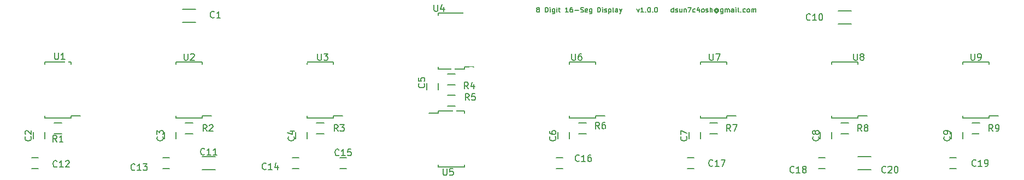
<source format=gbr>
G04 #@! TF.GenerationSoftware,KiCad,Pcbnew,(5.1.8)*
G04 #@! TF.CreationDate,2021-04-29T17:56:12-04:00*
G04 #@! TF.ProjectId,8x16seg,38783136-7365-4672-9e6b-696361645f70,v1.0.0*
G04 #@! TF.SameCoordinates,Original*
G04 #@! TF.FileFunction,Legend,Top*
G04 #@! TF.FilePolarity,Positive*
%FSLAX46Y46*%
G04 Gerber Fmt 4.6, Leading zero omitted, Abs format (unit mm)*
G04 Created by KiCad (PCBNEW (5.1.8)) date 2021-04-29 17:56:12*
%MOMM*%
%LPD*%
G01*
G04 APERTURE LIST*
%ADD10C,0.150000*%
%ADD11O,1.801600X1.801600*%
%ADD12C,1.801600*%
%ADD13C,1.625600*%
%ADD14C,1.101600*%
%ADD15C,0.609600*%
%ADD16C,1.371600*%
G04 APERTURE END LIST*
D10*
X171585714Y-89493285D02*
X171585714Y-88743285D01*
X171585714Y-89457571D02*
X171514285Y-89493285D01*
X171371428Y-89493285D01*
X171300000Y-89457571D01*
X171264285Y-89421857D01*
X171228571Y-89350428D01*
X171228571Y-89136142D01*
X171264285Y-89064714D01*
X171300000Y-89029000D01*
X171371428Y-88993285D01*
X171514285Y-88993285D01*
X171585714Y-89029000D01*
X171907142Y-89457571D02*
X171978571Y-89493285D01*
X172121428Y-89493285D01*
X172192857Y-89457571D01*
X172228571Y-89386142D01*
X172228571Y-89350428D01*
X172192857Y-89279000D01*
X172121428Y-89243285D01*
X172014285Y-89243285D01*
X171942857Y-89207571D01*
X171907142Y-89136142D01*
X171907142Y-89100428D01*
X171942857Y-89029000D01*
X172014285Y-88993285D01*
X172121428Y-88993285D01*
X172192857Y-89029000D01*
X172871428Y-88993285D02*
X172871428Y-89493285D01*
X172550000Y-88993285D02*
X172550000Y-89386142D01*
X172585714Y-89457571D01*
X172657142Y-89493285D01*
X172764285Y-89493285D01*
X172835714Y-89457571D01*
X172871428Y-89421857D01*
X173228571Y-88993285D02*
X173228571Y-89493285D01*
X173228571Y-89064714D02*
X173264285Y-89029000D01*
X173335714Y-88993285D01*
X173442857Y-88993285D01*
X173514285Y-89029000D01*
X173550000Y-89100428D01*
X173550000Y-89493285D01*
X173835714Y-88743285D02*
X174335714Y-88743285D01*
X174014285Y-89493285D01*
X174942857Y-89457571D02*
X174871428Y-89493285D01*
X174728571Y-89493285D01*
X174657142Y-89457571D01*
X174621428Y-89421857D01*
X174585714Y-89350428D01*
X174585714Y-89136142D01*
X174621428Y-89064714D01*
X174657142Y-89029000D01*
X174728571Y-88993285D01*
X174871428Y-88993285D01*
X174942857Y-89029000D01*
X175585714Y-88993285D02*
X175585714Y-89493285D01*
X175407142Y-88707571D02*
X175228571Y-89243285D01*
X175692857Y-89243285D01*
X176085714Y-89493285D02*
X176014285Y-89457571D01*
X175978571Y-89421857D01*
X175942857Y-89350428D01*
X175942857Y-89136142D01*
X175978571Y-89064714D01*
X176014285Y-89029000D01*
X176085714Y-88993285D01*
X176192857Y-88993285D01*
X176264285Y-89029000D01*
X176300000Y-89064714D01*
X176335714Y-89136142D01*
X176335714Y-89350428D01*
X176300000Y-89421857D01*
X176264285Y-89457571D01*
X176192857Y-89493285D01*
X176085714Y-89493285D01*
X176621428Y-89457571D02*
X176692857Y-89493285D01*
X176835714Y-89493285D01*
X176907142Y-89457571D01*
X176942857Y-89386142D01*
X176942857Y-89350428D01*
X176907142Y-89279000D01*
X176835714Y-89243285D01*
X176728571Y-89243285D01*
X176657142Y-89207571D01*
X176621428Y-89136142D01*
X176621428Y-89100428D01*
X176657142Y-89029000D01*
X176728571Y-88993285D01*
X176835714Y-88993285D01*
X176907142Y-89029000D01*
X177264285Y-89493285D02*
X177264285Y-88743285D01*
X177585714Y-89493285D02*
X177585714Y-89100428D01*
X177550000Y-89029000D01*
X177478571Y-88993285D01*
X177371428Y-88993285D01*
X177300000Y-89029000D01*
X177264285Y-89064714D01*
X178407142Y-89136142D02*
X178371428Y-89100428D01*
X178300000Y-89064714D01*
X178228571Y-89064714D01*
X178157142Y-89100428D01*
X178121428Y-89136142D01*
X178085714Y-89207571D01*
X178085714Y-89279000D01*
X178121428Y-89350428D01*
X178157142Y-89386142D01*
X178228571Y-89421857D01*
X178300000Y-89421857D01*
X178371428Y-89386142D01*
X178407142Y-89350428D01*
X178407142Y-89064714D02*
X178407142Y-89350428D01*
X178442857Y-89386142D01*
X178478571Y-89386142D01*
X178550000Y-89350428D01*
X178585714Y-89279000D01*
X178585714Y-89100428D01*
X178514285Y-88993285D01*
X178407142Y-88921857D01*
X178264285Y-88886142D01*
X178121428Y-88921857D01*
X178014285Y-88993285D01*
X177942857Y-89100428D01*
X177907142Y-89243285D01*
X177942857Y-89386142D01*
X178014285Y-89493285D01*
X178121428Y-89564714D01*
X178264285Y-89600428D01*
X178407142Y-89564714D01*
X178514285Y-89493285D01*
X179228571Y-88993285D02*
X179228571Y-89600428D01*
X179192857Y-89671857D01*
X179157142Y-89707571D01*
X179085714Y-89743285D01*
X178978571Y-89743285D01*
X178907142Y-89707571D01*
X179228571Y-89457571D02*
X179157142Y-89493285D01*
X179014285Y-89493285D01*
X178942857Y-89457571D01*
X178907142Y-89421857D01*
X178871428Y-89350428D01*
X178871428Y-89136142D01*
X178907142Y-89064714D01*
X178942857Y-89029000D01*
X179014285Y-88993285D01*
X179157142Y-88993285D01*
X179228571Y-89029000D01*
X179585714Y-89493285D02*
X179585714Y-88993285D01*
X179585714Y-89064714D02*
X179621428Y-89029000D01*
X179692857Y-88993285D01*
X179800000Y-88993285D01*
X179871428Y-89029000D01*
X179907142Y-89100428D01*
X179907142Y-89493285D01*
X179907142Y-89100428D02*
X179942857Y-89029000D01*
X180014285Y-88993285D01*
X180121428Y-88993285D01*
X180192857Y-89029000D01*
X180228571Y-89100428D01*
X180228571Y-89493285D01*
X180907142Y-89493285D02*
X180907142Y-89100428D01*
X180871428Y-89029000D01*
X180800000Y-88993285D01*
X180657142Y-88993285D01*
X180585714Y-89029000D01*
X180907142Y-89457571D02*
X180835714Y-89493285D01*
X180657142Y-89493285D01*
X180585714Y-89457571D01*
X180550000Y-89386142D01*
X180550000Y-89314714D01*
X180585714Y-89243285D01*
X180657142Y-89207571D01*
X180835714Y-89207571D01*
X180907142Y-89171857D01*
X181264285Y-89493285D02*
X181264285Y-88993285D01*
X181264285Y-88743285D02*
X181228571Y-88779000D01*
X181264285Y-88814714D01*
X181300000Y-88779000D01*
X181264285Y-88743285D01*
X181264285Y-88814714D01*
X181728571Y-89493285D02*
X181657142Y-89457571D01*
X181621428Y-89386142D01*
X181621428Y-88743285D01*
X182014285Y-89421857D02*
X182050000Y-89457571D01*
X182014285Y-89493285D01*
X181978571Y-89457571D01*
X182014285Y-89421857D01*
X182014285Y-89493285D01*
X182692857Y-89457571D02*
X182621428Y-89493285D01*
X182478571Y-89493285D01*
X182407142Y-89457571D01*
X182371428Y-89421857D01*
X182335714Y-89350428D01*
X182335714Y-89136142D01*
X182371428Y-89064714D01*
X182407142Y-89029000D01*
X182478571Y-88993285D01*
X182621428Y-88993285D01*
X182692857Y-89029000D01*
X183121428Y-89493285D02*
X183050000Y-89457571D01*
X183014285Y-89421857D01*
X182978571Y-89350428D01*
X182978571Y-89136142D01*
X183014285Y-89064714D01*
X183050000Y-89029000D01*
X183121428Y-88993285D01*
X183228571Y-88993285D01*
X183300000Y-89029000D01*
X183335714Y-89064714D01*
X183371428Y-89136142D01*
X183371428Y-89350428D01*
X183335714Y-89421857D01*
X183300000Y-89457571D01*
X183228571Y-89493285D01*
X183121428Y-89493285D01*
X183692857Y-89493285D02*
X183692857Y-88993285D01*
X183692857Y-89064714D02*
X183728571Y-89029000D01*
X183800000Y-88993285D01*
X183907142Y-88993285D01*
X183978571Y-89029000D01*
X184014285Y-89100428D01*
X184014285Y-89493285D01*
X184014285Y-89100428D02*
X184050000Y-89029000D01*
X184121428Y-88993285D01*
X184228571Y-88993285D01*
X184300000Y-89029000D01*
X184335714Y-89100428D01*
X184335714Y-89493285D01*
X165905857Y-88993285D02*
X166084428Y-89493285D01*
X166263000Y-88993285D01*
X166941571Y-89493285D02*
X166513000Y-89493285D01*
X166727285Y-89493285D02*
X166727285Y-88743285D01*
X166655857Y-88850428D01*
X166584428Y-88921857D01*
X166513000Y-88957571D01*
X167263000Y-89421857D02*
X167298714Y-89457571D01*
X167263000Y-89493285D01*
X167227285Y-89457571D01*
X167263000Y-89421857D01*
X167263000Y-89493285D01*
X167763000Y-88743285D02*
X167834428Y-88743285D01*
X167905857Y-88779000D01*
X167941571Y-88814714D01*
X167977285Y-88886142D01*
X168013000Y-89029000D01*
X168013000Y-89207571D01*
X167977285Y-89350428D01*
X167941571Y-89421857D01*
X167905857Y-89457571D01*
X167834428Y-89493285D01*
X167763000Y-89493285D01*
X167691571Y-89457571D01*
X167655857Y-89421857D01*
X167620142Y-89350428D01*
X167584428Y-89207571D01*
X167584428Y-89029000D01*
X167620142Y-88886142D01*
X167655857Y-88814714D01*
X167691571Y-88779000D01*
X167763000Y-88743285D01*
X168334428Y-89421857D02*
X168370142Y-89457571D01*
X168334428Y-89493285D01*
X168298714Y-89457571D01*
X168334428Y-89421857D01*
X168334428Y-89493285D01*
X168834428Y-88743285D02*
X168905857Y-88743285D01*
X168977285Y-88779000D01*
X169013000Y-88814714D01*
X169048714Y-88886142D01*
X169084428Y-89029000D01*
X169084428Y-89207571D01*
X169048714Y-89350428D01*
X169013000Y-89421857D01*
X168977285Y-89457571D01*
X168905857Y-89493285D01*
X168834428Y-89493285D01*
X168763000Y-89457571D01*
X168727285Y-89421857D01*
X168691571Y-89350428D01*
X168655857Y-89207571D01*
X168655857Y-89029000D01*
X168691571Y-88886142D01*
X168727285Y-88814714D01*
X168763000Y-88779000D01*
X168834428Y-88743285D01*
X150543428Y-89064714D02*
X150472000Y-89029000D01*
X150436285Y-88993285D01*
X150400571Y-88921857D01*
X150400571Y-88886142D01*
X150436285Y-88814714D01*
X150472000Y-88779000D01*
X150543428Y-88743285D01*
X150686285Y-88743285D01*
X150757714Y-88779000D01*
X150793428Y-88814714D01*
X150829142Y-88886142D01*
X150829142Y-88921857D01*
X150793428Y-88993285D01*
X150757714Y-89029000D01*
X150686285Y-89064714D01*
X150543428Y-89064714D01*
X150472000Y-89100428D01*
X150436285Y-89136142D01*
X150400571Y-89207571D01*
X150400571Y-89350428D01*
X150436285Y-89421857D01*
X150472000Y-89457571D01*
X150543428Y-89493285D01*
X150686285Y-89493285D01*
X150757714Y-89457571D01*
X150793428Y-89421857D01*
X150829142Y-89350428D01*
X150829142Y-89207571D01*
X150793428Y-89136142D01*
X150757714Y-89100428D01*
X150686285Y-89064714D01*
X151722000Y-89493285D02*
X151722000Y-88743285D01*
X151900571Y-88743285D01*
X152007714Y-88779000D01*
X152079142Y-88850428D01*
X152114857Y-88921857D01*
X152150571Y-89064714D01*
X152150571Y-89171857D01*
X152114857Y-89314714D01*
X152079142Y-89386142D01*
X152007714Y-89457571D01*
X151900571Y-89493285D01*
X151722000Y-89493285D01*
X152472000Y-89493285D02*
X152472000Y-88993285D01*
X152472000Y-88743285D02*
X152436285Y-88779000D01*
X152472000Y-88814714D01*
X152507714Y-88779000D01*
X152472000Y-88743285D01*
X152472000Y-88814714D01*
X153150571Y-88993285D02*
X153150571Y-89600428D01*
X153114857Y-89671857D01*
X153079142Y-89707571D01*
X153007714Y-89743285D01*
X152900571Y-89743285D01*
X152829142Y-89707571D01*
X153150571Y-89457571D02*
X153079142Y-89493285D01*
X152936285Y-89493285D01*
X152864857Y-89457571D01*
X152829142Y-89421857D01*
X152793428Y-89350428D01*
X152793428Y-89136142D01*
X152829142Y-89064714D01*
X152864857Y-89029000D01*
X152936285Y-88993285D01*
X153079142Y-88993285D01*
X153150571Y-89029000D01*
X153507714Y-89493285D02*
X153507714Y-88993285D01*
X153507714Y-88743285D02*
X153472000Y-88779000D01*
X153507714Y-88814714D01*
X153543428Y-88779000D01*
X153507714Y-88743285D01*
X153507714Y-88814714D01*
X153757714Y-88993285D02*
X154043428Y-88993285D01*
X153864857Y-88743285D02*
X153864857Y-89386142D01*
X153900571Y-89457571D01*
X153972000Y-89493285D01*
X154043428Y-89493285D01*
X155257714Y-89493285D02*
X154829142Y-89493285D01*
X155043428Y-89493285D02*
X155043428Y-88743285D01*
X154972000Y-88850428D01*
X154900571Y-88921857D01*
X154829142Y-88957571D01*
X155900571Y-88743285D02*
X155757714Y-88743285D01*
X155686285Y-88779000D01*
X155650571Y-88814714D01*
X155579142Y-88921857D01*
X155543428Y-89064714D01*
X155543428Y-89350428D01*
X155579142Y-89421857D01*
X155614857Y-89457571D01*
X155686285Y-89493285D01*
X155829142Y-89493285D01*
X155900571Y-89457571D01*
X155936285Y-89421857D01*
X155972000Y-89350428D01*
X155972000Y-89171857D01*
X155936285Y-89100428D01*
X155900571Y-89064714D01*
X155829142Y-89029000D01*
X155686285Y-89029000D01*
X155614857Y-89064714D01*
X155579142Y-89100428D01*
X155543428Y-89171857D01*
X156293428Y-89207571D02*
X156864857Y-89207571D01*
X157186285Y-89457571D02*
X157293428Y-89493285D01*
X157472000Y-89493285D01*
X157543428Y-89457571D01*
X157579142Y-89421857D01*
X157614857Y-89350428D01*
X157614857Y-89279000D01*
X157579142Y-89207571D01*
X157543428Y-89171857D01*
X157472000Y-89136142D01*
X157329142Y-89100428D01*
X157257714Y-89064714D01*
X157222000Y-89029000D01*
X157186285Y-88957571D01*
X157186285Y-88886142D01*
X157222000Y-88814714D01*
X157257714Y-88779000D01*
X157329142Y-88743285D01*
X157507714Y-88743285D01*
X157614857Y-88779000D01*
X158222000Y-89457571D02*
X158150571Y-89493285D01*
X158007714Y-89493285D01*
X157936285Y-89457571D01*
X157900571Y-89386142D01*
X157900571Y-89100428D01*
X157936285Y-89029000D01*
X158007714Y-88993285D01*
X158150571Y-88993285D01*
X158222000Y-89029000D01*
X158257714Y-89100428D01*
X158257714Y-89171857D01*
X157900571Y-89243285D01*
X158900571Y-88993285D02*
X158900571Y-89600428D01*
X158864857Y-89671857D01*
X158829142Y-89707571D01*
X158757714Y-89743285D01*
X158650571Y-89743285D01*
X158579142Y-89707571D01*
X158900571Y-89457571D02*
X158829142Y-89493285D01*
X158686285Y-89493285D01*
X158614857Y-89457571D01*
X158579142Y-89421857D01*
X158543428Y-89350428D01*
X158543428Y-89136142D01*
X158579142Y-89064714D01*
X158614857Y-89029000D01*
X158686285Y-88993285D01*
X158829142Y-88993285D01*
X158900571Y-89029000D01*
X159829142Y-89493285D02*
X159829142Y-88743285D01*
X160007714Y-88743285D01*
X160114857Y-88779000D01*
X160186285Y-88850428D01*
X160222000Y-88921857D01*
X160257714Y-89064714D01*
X160257714Y-89171857D01*
X160222000Y-89314714D01*
X160186285Y-89386142D01*
X160114857Y-89457571D01*
X160007714Y-89493285D01*
X159829142Y-89493285D01*
X160579142Y-89493285D02*
X160579142Y-88993285D01*
X160579142Y-88743285D02*
X160543428Y-88779000D01*
X160579142Y-88814714D01*
X160614857Y-88779000D01*
X160579142Y-88743285D01*
X160579142Y-88814714D01*
X160900571Y-89457571D02*
X160972000Y-89493285D01*
X161114857Y-89493285D01*
X161186285Y-89457571D01*
X161222000Y-89386142D01*
X161222000Y-89350428D01*
X161186285Y-89279000D01*
X161114857Y-89243285D01*
X161007714Y-89243285D01*
X160936285Y-89207571D01*
X160900571Y-89136142D01*
X160900571Y-89100428D01*
X160936285Y-89029000D01*
X161007714Y-88993285D01*
X161114857Y-88993285D01*
X161186285Y-89029000D01*
X161543428Y-88993285D02*
X161543428Y-89743285D01*
X161543428Y-89029000D02*
X161614857Y-88993285D01*
X161757714Y-88993285D01*
X161829142Y-89029000D01*
X161864857Y-89064714D01*
X161900571Y-89136142D01*
X161900571Y-89350428D01*
X161864857Y-89421857D01*
X161829142Y-89457571D01*
X161757714Y-89493285D01*
X161614857Y-89493285D01*
X161543428Y-89457571D01*
X162329142Y-89493285D02*
X162257714Y-89457571D01*
X162222000Y-89386142D01*
X162222000Y-88743285D01*
X162936285Y-89493285D02*
X162936285Y-89100428D01*
X162900571Y-89029000D01*
X162829142Y-88993285D01*
X162686285Y-88993285D01*
X162614857Y-89029000D01*
X162936285Y-89457571D02*
X162864857Y-89493285D01*
X162686285Y-89493285D01*
X162614857Y-89457571D01*
X162579142Y-89386142D01*
X162579142Y-89314714D01*
X162614857Y-89243285D01*
X162686285Y-89207571D01*
X162864857Y-89207571D01*
X162936285Y-89171857D01*
X163222000Y-88993285D02*
X163400571Y-89493285D01*
X163579142Y-88993285D02*
X163400571Y-89493285D01*
X163329142Y-89671857D01*
X163293428Y-89707571D01*
X163222000Y-89743285D01*
X200168000Y-114055000D02*
X202168000Y-114055000D01*
X202168000Y-112005000D02*
X200168000Y-112005000D01*
X199120000Y-89272000D02*
X197120000Y-89272000D01*
X197120000Y-91322000D02*
X199120000Y-91322000D01*
X220440000Y-105975000D02*
X220440000Y-105617500D01*
X216440000Y-105975000D02*
X216440000Y-105617500D01*
X216440000Y-97225000D02*
X216440000Y-97582500D01*
X220440000Y-97225000D02*
X220440000Y-97582500D01*
X220440000Y-105975000D02*
X216440000Y-105975000D01*
X220440000Y-97225000D02*
X216440000Y-97225000D01*
X220440000Y-105617500D02*
X221940000Y-105617500D01*
X200120000Y-105975000D02*
X200120000Y-105617500D01*
X196120000Y-105975000D02*
X196120000Y-105617500D01*
X196120000Y-97225000D02*
X196120000Y-97582500D01*
X200120000Y-97225000D02*
X200120000Y-97582500D01*
X200120000Y-105975000D02*
X196120000Y-105975000D01*
X200120000Y-97225000D02*
X196120000Y-97225000D01*
X200120000Y-105617500D02*
X201620000Y-105617500D01*
X179800000Y-105975000D02*
X179800000Y-105617500D01*
X175800000Y-105975000D02*
X175800000Y-105617500D01*
X175800000Y-97225000D02*
X175800000Y-97582500D01*
X179800000Y-97225000D02*
X179800000Y-97582500D01*
X179800000Y-105975000D02*
X175800000Y-105975000D01*
X179800000Y-97225000D02*
X175800000Y-97225000D01*
X179800000Y-105617500D02*
X181300000Y-105617500D01*
X159480000Y-105975000D02*
X159480000Y-105617500D01*
X155480000Y-105975000D02*
X155480000Y-105617500D01*
X155480000Y-97225000D02*
X155480000Y-97582500D01*
X159480000Y-97225000D02*
X159480000Y-97582500D01*
X159480000Y-105975000D02*
X155480000Y-105975000D01*
X159480000Y-97225000D02*
X155480000Y-97225000D01*
X159480000Y-105617500D02*
X160980000Y-105617500D01*
X135160000Y-104845000D02*
X135160000Y-105202500D01*
X139160000Y-104845000D02*
X139160000Y-105202500D01*
X139160000Y-113595000D02*
X139160000Y-113237500D01*
X135160000Y-113595000D02*
X135160000Y-113237500D01*
X135160000Y-104845000D02*
X139160000Y-104845000D01*
X135160000Y-113595000D02*
X139160000Y-113595000D01*
X135160000Y-105202500D02*
X133660000Y-105202500D01*
X139160000Y-98355000D02*
X139160000Y-97997500D01*
X135160000Y-98355000D02*
X135160000Y-97997500D01*
X135160000Y-89605000D02*
X135160000Y-89962500D01*
X139160000Y-89605000D02*
X139160000Y-89962500D01*
X139160000Y-98355000D02*
X135160000Y-98355000D01*
X139160000Y-89605000D02*
X135160000Y-89605000D01*
X139160000Y-97997500D02*
X140660000Y-97997500D01*
X118840000Y-105975000D02*
X118840000Y-105617500D01*
X114840000Y-105975000D02*
X114840000Y-105617500D01*
X114840000Y-97225000D02*
X114840000Y-97582500D01*
X118840000Y-97225000D02*
X118840000Y-97582500D01*
X118840000Y-105975000D02*
X114840000Y-105975000D01*
X118840000Y-97225000D02*
X114840000Y-97225000D01*
X118840000Y-105617500D02*
X120340000Y-105617500D01*
X98520000Y-105975000D02*
X98520000Y-105617500D01*
X94520000Y-105975000D02*
X94520000Y-105617500D01*
X94520000Y-97225000D02*
X94520000Y-97582500D01*
X98520000Y-97225000D02*
X98520000Y-97582500D01*
X98520000Y-105975000D02*
X94520000Y-105975000D01*
X98520000Y-97225000D02*
X94520000Y-97225000D01*
X98520000Y-105617500D02*
X100020000Y-105617500D01*
X219040000Y-108444000D02*
X217840000Y-108444000D01*
X217840000Y-106694000D02*
X219040000Y-106694000D01*
X198720000Y-108444000D02*
X197520000Y-108444000D01*
X197520000Y-106694000D02*
X198720000Y-106694000D01*
X178400000Y-108444000D02*
X177200000Y-108444000D01*
X177200000Y-106694000D02*
X178400000Y-106694000D01*
X158080000Y-108444000D02*
X156880000Y-108444000D01*
X156880000Y-106694000D02*
X158080000Y-106694000D01*
X136560000Y-102376000D02*
X137760000Y-102376000D01*
X137760000Y-104126000D02*
X136560000Y-104126000D01*
X137760000Y-100824000D02*
X136560000Y-100824000D01*
X136560000Y-99074000D02*
X137760000Y-99074000D01*
X117440000Y-108444000D02*
X116240000Y-108444000D01*
X116240000Y-106694000D02*
X117440000Y-106694000D01*
X97120000Y-108444000D02*
X95920000Y-108444000D01*
X95920000Y-106694000D02*
X97120000Y-106694000D01*
X215384000Y-112180000D02*
X214384000Y-112180000D01*
X214384000Y-113880000D02*
X215384000Y-113880000D01*
X195064000Y-112180000D02*
X194064000Y-112180000D01*
X194064000Y-113880000D02*
X195064000Y-113880000D01*
X174744000Y-112180000D02*
X173744000Y-112180000D01*
X173744000Y-113880000D02*
X174744000Y-113880000D01*
X154424000Y-112180000D02*
X153424000Y-112180000D01*
X153424000Y-113880000D02*
X154424000Y-113880000D01*
X119896000Y-113880000D02*
X120896000Y-113880000D01*
X120896000Y-112180000D02*
X119896000Y-112180000D01*
X113530000Y-112180000D02*
X112530000Y-112180000D01*
X112530000Y-113880000D02*
X113530000Y-113880000D01*
X93464000Y-112180000D02*
X92464000Y-112180000D01*
X92464000Y-113880000D02*
X93464000Y-113880000D01*
X216369000Y-109212000D02*
X216369000Y-108212000D01*
X214669000Y-108212000D02*
X214669000Y-109212000D01*
X196049000Y-109212000D02*
X196049000Y-108212000D01*
X194349000Y-108212000D02*
X194349000Y-109212000D01*
X175729000Y-109212000D02*
X175729000Y-108212000D01*
X174029000Y-108212000D02*
X174029000Y-109212000D01*
X155409000Y-109212000D02*
X155409000Y-108212000D01*
X153709000Y-108212000D02*
X153709000Y-109212000D01*
X135089000Y-101592000D02*
X135089000Y-100592000D01*
X133389000Y-100592000D02*
X133389000Y-101592000D01*
X114769000Y-109212000D02*
X114769000Y-108212000D01*
X113069000Y-108212000D02*
X113069000Y-109212000D01*
X94449000Y-109212000D02*
X94449000Y-108212000D01*
X92749000Y-108212000D02*
X92749000Y-109212000D01*
X97520000Y-89018000D02*
X95520000Y-89018000D01*
X95520000Y-91068000D02*
X97520000Y-91068000D01*
X74129000Y-109212000D02*
X74129000Y-108212000D01*
X72429000Y-108212000D02*
X72429000Y-109212000D01*
X98568000Y-114055000D02*
X100568000Y-114055000D01*
X100568000Y-112005000D02*
X98568000Y-112005000D01*
X73144000Y-112180000D02*
X72144000Y-112180000D01*
X72144000Y-113880000D02*
X73144000Y-113880000D01*
X76800000Y-108444000D02*
X75600000Y-108444000D01*
X75600000Y-106694000D02*
X76800000Y-106694000D01*
X78200000Y-105975000D02*
X78200000Y-105617500D01*
X74200000Y-105975000D02*
X74200000Y-105617500D01*
X74200000Y-97225000D02*
X74200000Y-97582500D01*
X78200000Y-97225000D02*
X78200000Y-97582500D01*
X78200000Y-105975000D02*
X74200000Y-105975000D01*
X78200000Y-97225000D02*
X74200000Y-97225000D01*
X78200000Y-105617500D02*
X79700000Y-105617500D01*
X204462142Y-114403142D02*
X204414523Y-114450761D01*
X204271666Y-114498380D01*
X204176428Y-114498380D01*
X204033571Y-114450761D01*
X203938333Y-114355523D01*
X203890714Y-114260285D01*
X203843095Y-114069809D01*
X203843095Y-113926952D01*
X203890714Y-113736476D01*
X203938333Y-113641238D01*
X204033571Y-113546000D01*
X204176428Y-113498380D01*
X204271666Y-113498380D01*
X204414523Y-113546000D01*
X204462142Y-113593619D01*
X204843095Y-113593619D02*
X204890714Y-113546000D01*
X204985952Y-113498380D01*
X205224047Y-113498380D01*
X205319285Y-113546000D01*
X205366904Y-113593619D01*
X205414523Y-113688857D01*
X205414523Y-113784095D01*
X205366904Y-113926952D01*
X204795476Y-114498380D01*
X205414523Y-114498380D01*
X206033571Y-113498380D02*
X206128809Y-113498380D01*
X206224047Y-113546000D01*
X206271666Y-113593619D01*
X206319285Y-113688857D01*
X206366904Y-113879333D01*
X206366904Y-114117428D01*
X206319285Y-114307904D01*
X206271666Y-114403142D01*
X206224047Y-114450761D01*
X206128809Y-114498380D01*
X206033571Y-114498380D01*
X205938333Y-114450761D01*
X205890714Y-114403142D01*
X205843095Y-114307904D01*
X205795476Y-114117428D01*
X205795476Y-113879333D01*
X205843095Y-113688857D01*
X205890714Y-113593619D01*
X205938333Y-113546000D01*
X206033571Y-113498380D01*
X192778142Y-90654142D02*
X192730523Y-90701761D01*
X192587666Y-90749380D01*
X192492428Y-90749380D01*
X192349571Y-90701761D01*
X192254333Y-90606523D01*
X192206714Y-90511285D01*
X192159095Y-90320809D01*
X192159095Y-90177952D01*
X192206714Y-89987476D01*
X192254333Y-89892238D01*
X192349571Y-89797000D01*
X192492428Y-89749380D01*
X192587666Y-89749380D01*
X192730523Y-89797000D01*
X192778142Y-89844619D01*
X193730523Y-90749380D02*
X193159095Y-90749380D01*
X193444809Y-90749380D02*
X193444809Y-89749380D01*
X193349571Y-89892238D01*
X193254333Y-89987476D01*
X193159095Y-90035095D01*
X194349571Y-89749380D02*
X194444809Y-89749380D01*
X194540047Y-89797000D01*
X194587666Y-89844619D01*
X194635285Y-89939857D01*
X194682904Y-90130333D01*
X194682904Y-90368428D01*
X194635285Y-90558904D01*
X194587666Y-90654142D01*
X194540047Y-90701761D01*
X194444809Y-90749380D01*
X194349571Y-90749380D01*
X194254333Y-90701761D01*
X194206714Y-90654142D01*
X194159095Y-90558904D01*
X194111476Y-90368428D01*
X194111476Y-90130333D01*
X194159095Y-89939857D01*
X194206714Y-89844619D01*
X194254333Y-89797000D01*
X194349571Y-89749380D01*
X217678095Y-95972380D02*
X217678095Y-96781904D01*
X217725714Y-96877142D01*
X217773333Y-96924761D01*
X217868571Y-96972380D01*
X218059047Y-96972380D01*
X218154285Y-96924761D01*
X218201904Y-96877142D01*
X218249523Y-96781904D01*
X218249523Y-95972380D01*
X218773333Y-96972380D02*
X218963809Y-96972380D01*
X219059047Y-96924761D01*
X219106666Y-96877142D01*
X219201904Y-96734285D01*
X219249523Y-96543809D01*
X219249523Y-96162857D01*
X219201904Y-96067619D01*
X219154285Y-96020000D01*
X219059047Y-95972380D01*
X218868571Y-95972380D01*
X218773333Y-96020000D01*
X218725714Y-96067619D01*
X218678095Y-96162857D01*
X218678095Y-96400952D01*
X218725714Y-96496190D01*
X218773333Y-96543809D01*
X218868571Y-96591428D01*
X219059047Y-96591428D01*
X219154285Y-96543809D01*
X219201904Y-96496190D01*
X219249523Y-96400952D01*
X199517095Y-95972380D02*
X199517095Y-96781904D01*
X199564714Y-96877142D01*
X199612333Y-96924761D01*
X199707571Y-96972380D01*
X199898047Y-96972380D01*
X199993285Y-96924761D01*
X200040904Y-96877142D01*
X200088523Y-96781904D01*
X200088523Y-95972380D01*
X200707571Y-96400952D02*
X200612333Y-96353333D01*
X200564714Y-96305714D01*
X200517095Y-96210476D01*
X200517095Y-96162857D01*
X200564714Y-96067619D01*
X200612333Y-96020000D01*
X200707571Y-95972380D01*
X200898047Y-95972380D01*
X200993285Y-96020000D01*
X201040904Y-96067619D01*
X201088523Y-96162857D01*
X201088523Y-96210476D01*
X201040904Y-96305714D01*
X200993285Y-96353333D01*
X200898047Y-96400952D01*
X200707571Y-96400952D01*
X200612333Y-96448571D01*
X200564714Y-96496190D01*
X200517095Y-96591428D01*
X200517095Y-96781904D01*
X200564714Y-96877142D01*
X200612333Y-96924761D01*
X200707571Y-96972380D01*
X200898047Y-96972380D01*
X200993285Y-96924761D01*
X201040904Y-96877142D01*
X201088523Y-96781904D01*
X201088523Y-96591428D01*
X201040904Y-96496190D01*
X200993285Y-96448571D01*
X200898047Y-96400952D01*
X177165095Y-95972380D02*
X177165095Y-96781904D01*
X177212714Y-96877142D01*
X177260333Y-96924761D01*
X177355571Y-96972380D01*
X177546047Y-96972380D01*
X177641285Y-96924761D01*
X177688904Y-96877142D01*
X177736523Y-96781904D01*
X177736523Y-95972380D01*
X178117476Y-95972380D02*
X178784142Y-95972380D01*
X178355571Y-96972380D01*
X155829095Y-95972380D02*
X155829095Y-96781904D01*
X155876714Y-96877142D01*
X155924333Y-96924761D01*
X156019571Y-96972380D01*
X156210047Y-96972380D01*
X156305285Y-96924761D01*
X156352904Y-96877142D01*
X156400523Y-96781904D01*
X156400523Y-95972380D01*
X157305285Y-95972380D02*
X157114809Y-95972380D01*
X157019571Y-96020000D01*
X156971952Y-96067619D01*
X156876714Y-96210476D01*
X156829095Y-96400952D01*
X156829095Y-96781904D01*
X156876714Y-96877142D01*
X156924333Y-96924761D01*
X157019571Y-96972380D01*
X157210047Y-96972380D01*
X157305285Y-96924761D01*
X157352904Y-96877142D01*
X157400523Y-96781904D01*
X157400523Y-96543809D01*
X157352904Y-96448571D01*
X157305285Y-96400952D01*
X157210047Y-96353333D01*
X157019571Y-96353333D01*
X156924333Y-96400952D01*
X156876714Y-96448571D01*
X156829095Y-96543809D01*
X135890095Y-113879380D02*
X135890095Y-114688904D01*
X135937714Y-114784142D01*
X135985333Y-114831761D01*
X136080571Y-114879380D01*
X136271047Y-114879380D01*
X136366285Y-114831761D01*
X136413904Y-114784142D01*
X136461523Y-114688904D01*
X136461523Y-113879380D01*
X137413904Y-113879380D02*
X136937714Y-113879380D01*
X136890095Y-114355571D01*
X136937714Y-114307952D01*
X137032952Y-114260333D01*
X137271047Y-114260333D01*
X137366285Y-114307952D01*
X137413904Y-114355571D01*
X137461523Y-114450809D01*
X137461523Y-114688904D01*
X137413904Y-114784142D01*
X137366285Y-114831761D01*
X137271047Y-114879380D01*
X137032952Y-114879380D01*
X136937714Y-114831761D01*
X136890095Y-114784142D01*
X134493095Y-88352380D02*
X134493095Y-89161904D01*
X134540714Y-89257142D01*
X134588333Y-89304761D01*
X134683571Y-89352380D01*
X134874047Y-89352380D01*
X134969285Y-89304761D01*
X135016904Y-89257142D01*
X135064523Y-89161904D01*
X135064523Y-88352380D01*
X135969285Y-88685714D02*
X135969285Y-89352380D01*
X135731190Y-88304761D02*
X135493095Y-89019047D01*
X136112142Y-89019047D01*
X116459095Y-95972380D02*
X116459095Y-96781904D01*
X116506714Y-96877142D01*
X116554333Y-96924761D01*
X116649571Y-96972380D01*
X116840047Y-96972380D01*
X116935285Y-96924761D01*
X116982904Y-96877142D01*
X117030523Y-96781904D01*
X117030523Y-95972380D01*
X117411476Y-95972380D02*
X118030523Y-95972380D01*
X117697190Y-96353333D01*
X117840047Y-96353333D01*
X117935285Y-96400952D01*
X117982904Y-96448571D01*
X118030523Y-96543809D01*
X118030523Y-96781904D01*
X117982904Y-96877142D01*
X117935285Y-96924761D01*
X117840047Y-96972380D01*
X117554333Y-96972380D01*
X117459095Y-96924761D01*
X117411476Y-96877142D01*
X95758095Y-95972380D02*
X95758095Y-96781904D01*
X95805714Y-96877142D01*
X95853333Y-96924761D01*
X95948571Y-96972380D01*
X96139047Y-96972380D01*
X96234285Y-96924761D01*
X96281904Y-96877142D01*
X96329523Y-96781904D01*
X96329523Y-95972380D01*
X96758095Y-96067619D02*
X96805714Y-96020000D01*
X96900952Y-95972380D01*
X97139047Y-95972380D01*
X97234285Y-96020000D01*
X97281904Y-96067619D01*
X97329523Y-96162857D01*
X97329523Y-96258095D01*
X97281904Y-96400952D01*
X96710476Y-96972380D01*
X97329523Y-96972380D01*
X221067333Y-108021380D02*
X220734000Y-107545190D01*
X220495904Y-108021380D02*
X220495904Y-107021380D01*
X220876857Y-107021380D01*
X220972095Y-107069000D01*
X221019714Y-107116619D01*
X221067333Y-107211857D01*
X221067333Y-107354714D01*
X221019714Y-107449952D01*
X220972095Y-107497571D01*
X220876857Y-107545190D01*
X220495904Y-107545190D01*
X221543523Y-108021380D02*
X221734000Y-108021380D01*
X221829238Y-107973761D01*
X221876857Y-107926142D01*
X221972095Y-107783285D01*
X222019714Y-107592809D01*
X222019714Y-107211857D01*
X221972095Y-107116619D01*
X221924476Y-107069000D01*
X221829238Y-107021380D01*
X221638761Y-107021380D01*
X221543523Y-107069000D01*
X221495904Y-107116619D01*
X221448285Y-107211857D01*
X221448285Y-107449952D01*
X221495904Y-107545190D01*
X221543523Y-107592809D01*
X221638761Y-107640428D01*
X221829238Y-107640428D01*
X221924476Y-107592809D01*
X221972095Y-107545190D01*
X222019714Y-107449952D01*
X200747333Y-108021380D02*
X200414000Y-107545190D01*
X200175904Y-108021380D02*
X200175904Y-107021380D01*
X200556857Y-107021380D01*
X200652095Y-107069000D01*
X200699714Y-107116619D01*
X200747333Y-107211857D01*
X200747333Y-107354714D01*
X200699714Y-107449952D01*
X200652095Y-107497571D01*
X200556857Y-107545190D01*
X200175904Y-107545190D01*
X201318761Y-107449952D02*
X201223523Y-107402333D01*
X201175904Y-107354714D01*
X201128285Y-107259476D01*
X201128285Y-107211857D01*
X201175904Y-107116619D01*
X201223523Y-107069000D01*
X201318761Y-107021380D01*
X201509238Y-107021380D01*
X201604476Y-107069000D01*
X201652095Y-107116619D01*
X201699714Y-107211857D01*
X201699714Y-107259476D01*
X201652095Y-107354714D01*
X201604476Y-107402333D01*
X201509238Y-107449952D01*
X201318761Y-107449952D01*
X201223523Y-107497571D01*
X201175904Y-107545190D01*
X201128285Y-107640428D01*
X201128285Y-107830904D01*
X201175904Y-107926142D01*
X201223523Y-107973761D01*
X201318761Y-108021380D01*
X201509238Y-108021380D01*
X201604476Y-107973761D01*
X201652095Y-107926142D01*
X201699714Y-107830904D01*
X201699714Y-107640428D01*
X201652095Y-107545190D01*
X201604476Y-107497571D01*
X201509238Y-107449952D01*
X180427333Y-108021380D02*
X180094000Y-107545190D01*
X179855904Y-108021380D02*
X179855904Y-107021380D01*
X180236857Y-107021380D01*
X180332095Y-107069000D01*
X180379714Y-107116619D01*
X180427333Y-107211857D01*
X180427333Y-107354714D01*
X180379714Y-107449952D01*
X180332095Y-107497571D01*
X180236857Y-107545190D01*
X179855904Y-107545190D01*
X180760666Y-107021380D02*
X181427333Y-107021380D01*
X180998761Y-108021380D01*
X160107333Y-107640380D02*
X159774000Y-107164190D01*
X159535904Y-107640380D02*
X159535904Y-106640380D01*
X159916857Y-106640380D01*
X160012095Y-106688000D01*
X160059714Y-106735619D01*
X160107333Y-106830857D01*
X160107333Y-106973714D01*
X160059714Y-107068952D01*
X160012095Y-107116571D01*
X159916857Y-107164190D01*
X159535904Y-107164190D01*
X160964476Y-106640380D02*
X160774000Y-106640380D01*
X160678761Y-106688000D01*
X160631142Y-106735619D01*
X160535904Y-106878476D01*
X160488285Y-107068952D01*
X160488285Y-107449904D01*
X160535904Y-107545142D01*
X160583523Y-107592761D01*
X160678761Y-107640380D01*
X160869238Y-107640380D01*
X160964476Y-107592761D01*
X161012095Y-107545142D01*
X161059714Y-107449904D01*
X161059714Y-107211809D01*
X161012095Y-107116571D01*
X160964476Y-107068952D01*
X160869238Y-107021333D01*
X160678761Y-107021333D01*
X160583523Y-107068952D01*
X160535904Y-107116571D01*
X160488285Y-107211809D01*
X139914333Y-103195380D02*
X139581000Y-102719190D01*
X139342904Y-103195380D02*
X139342904Y-102195380D01*
X139723857Y-102195380D01*
X139819095Y-102243000D01*
X139866714Y-102290619D01*
X139914333Y-102385857D01*
X139914333Y-102528714D01*
X139866714Y-102623952D01*
X139819095Y-102671571D01*
X139723857Y-102719190D01*
X139342904Y-102719190D01*
X140819095Y-102195380D02*
X140342904Y-102195380D01*
X140295285Y-102671571D01*
X140342904Y-102623952D01*
X140438142Y-102576333D01*
X140676238Y-102576333D01*
X140771476Y-102623952D01*
X140819095Y-102671571D01*
X140866714Y-102766809D01*
X140866714Y-103004904D01*
X140819095Y-103100142D01*
X140771476Y-103147761D01*
X140676238Y-103195380D01*
X140438142Y-103195380D01*
X140342904Y-103147761D01*
X140295285Y-103100142D01*
X139787333Y-101417380D02*
X139454000Y-100941190D01*
X139215904Y-101417380D02*
X139215904Y-100417380D01*
X139596857Y-100417380D01*
X139692095Y-100465000D01*
X139739714Y-100512619D01*
X139787333Y-100607857D01*
X139787333Y-100750714D01*
X139739714Y-100845952D01*
X139692095Y-100893571D01*
X139596857Y-100941190D01*
X139215904Y-100941190D01*
X140644476Y-100750714D02*
X140644476Y-101417380D01*
X140406380Y-100369761D02*
X140168285Y-101084047D01*
X140787333Y-101084047D01*
X119594333Y-108021380D02*
X119261000Y-107545190D01*
X119022904Y-108021380D02*
X119022904Y-107021380D01*
X119403857Y-107021380D01*
X119499095Y-107069000D01*
X119546714Y-107116619D01*
X119594333Y-107211857D01*
X119594333Y-107354714D01*
X119546714Y-107449952D01*
X119499095Y-107497571D01*
X119403857Y-107545190D01*
X119022904Y-107545190D01*
X119927666Y-107021380D02*
X120546714Y-107021380D01*
X120213380Y-107402333D01*
X120356238Y-107402333D01*
X120451476Y-107449952D01*
X120499095Y-107497571D01*
X120546714Y-107592809D01*
X120546714Y-107830904D01*
X120499095Y-107926142D01*
X120451476Y-107973761D01*
X120356238Y-108021380D01*
X120070523Y-108021380D01*
X119975285Y-107973761D01*
X119927666Y-107926142D01*
X99274333Y-108021380D02*
X98941000Y-107545190D01*
X98702904Y-108021380D02*
X98702904Y-107021380D01*
X99083857Y-107021380D01*
X99179095Y-107069000D01*
X99226714Y-107116619D01*
X99274333Y-107211857D01*
X99274333Y-107354714D01*
X99226714Y-107449952D01*
X99179095Y-107497571D01*
X99083857Y-107545190D01*
X98702904Y-107545190D01*
X99655285Y-107116619D02*
X99702904Y-107069000D01*
X99798142Y-107021380D01*
X100036238Y-107021380D01*
X100131476Y-107069000D01*
X100179095Y-107116619D01*
X100226714Y-107211857D01*
X100226714Y-107307095D01*
X100179095Y-107449952D01*
X99607666Y-108021380D01*
X100226714Y-108021380D01*
X218432142Y-113387142D02*
X218384523Y-113434761D01*
X218241666Y-113482380D01*
X218146428Y-113482380D01*
X218003571Y-113434761D01*
X217908333Y-113339523D01*
X217860714Y-113244285D01*
X217813095Y-113053809D01*
X217813095Y-112910952D01*
X217860714Y-112720476D01*
X217908333Y-112625238D01*
X218003571Y-112530000D01*
X218146428Y-112482380D01*
X218241666Y-112482380D01*
X218384523Y-112530000D01*
X218432142Y-112577619D01*
X219384523Y-113482380D02*
X218813095Y-113482380D01*
X219098809Y-113482380D02*
X219098809Y-112482380D01*
X219003571Y-112625238D01*
X218908333Y-112720476D01*
X218813095Y-112768095D01*
X219860714Y-113482380D02*
X220051190Y-113482380D01*
X220146428Y-113434761D01*
X220194047Y-113387142D01*
X220289285Y-113244285D01*
X220336904Y-113053809D01*
X220336904Y-112672857D01*
X220289285Y-112577619D01*
X220241666Y-112530000D01*
X220146428Y-112482380D01*
X219955952Y-112482380D01*
X219860714Y-112530000D01*
X219813095Y-112577619D01*
X219765476Y-112672857D01*
X219765476Y-112910952D01*
X219813095Y-113006190D01*
X219860714Y-113053809D01*
X219955952Y-113101428D01*
X220146428Y-113101428D01*
X220241666Y-113053809D01*
X220289285Y-113006190D01*
X220336904Y-112910952D01*
X190238142Y-114403142D02*
X190190523Y-114450761D01*
X190047666Y-114498380D01*
X189952428Y-114498380D01*
X189809571Y-114450761D01*
X189714333Y-114355523D01*
X189666714Y-114260285D01*
X189619095Y-114069809D01*
X189619095Y-113926952D01*
X189666714Y-113736476D01*
X189714333Y-113641238D01*
X189809571Y-113546000D01*
X189952428Y-113498380D01*
X190047666Y-113498380D01*
X190190523Y-113546000D01*
X190238142Y-113593619D01*
X191190523Y-114498380D02*
X190619095Y-114498380D01*
X190904809Y-114498380D02*
X190904809Y-113498380D01*
X190809571Y-113641238D01*
X190714333Y-113736476D01*
X190619095Y-113784095D01*
X191761952Y-113926952D02*
X191666714Y-113879333D01*
X191619095Y-113831714D01*
X191571476Y-113736476D01*
X191571476Y-113688857D01*
X191619095Y-113593619D01*
X191666714Y-113546000D01*
X191761952Y-113498380D01*
X191952428Y-113498380D01*
X192047666Y-113546000D01*
X192095285Y-113593619D01*
X192142904Y-113688857D01*
X192142904Y-113736476D01*
X192095285Y-113831714D01*
X192047666Y-113879333D01*
X191952428Y-113926952D01*
X191761952Y-113926952D01*
X191666714Y-113974571D01*
X191619095Y-114022190D01*
X191571476Y-114117428D01*
X191571476Y-114307904D01*
X191619095Y-114403142D01*
X191666714Y-114450761D01*
X191761952Y-114498380D01*
X191952428Y-114498380D01*
X192047666Y-114450761D01*
X192095285Y-114403142D01*
X192142904Y-114307904D01*
X192142904Y-114117428D01*
X192095285Y-114022190D01*
X192047666Y-113974571D01*
X191952428Y-113926952D01*
X177665142Y-113387142D02*
X177617523Y-113434761D01*
X177474666Y-113482380D01*
X177379428Y-113482380D01*
X177236571Y-113434761D01*
X177141333Y-113339523D01*
X177093714Y-113244285D01*
X177046095Y-113053809D01*
X177046095Y-112910952D01*
X177093714Y-112720476D01*
X177141333Y-112625238D01*
X177236571Y-112530000D01*
X177379428Y-112482380D01*
X177474666Y-112482380D01*
X177617523Y-112530000D01*
X177665142Y-112577619D01*
X178617523Y-113482380D02*
X178046095Y-113482380D01*
X178331809Y-113482380D02*
X178331809Y-112482380D01*
X178236571Y-112625238D01*
X178141333Y-112720476D01*
X178046095Y-112768095D01*
X178950857Y-112482380D02*
X179617523Y-112482380D01*
X179188952Y-113482380D01*
X156964142Y-112625142D02*
X156916523Y-112672761D01*
X156773666Y-112720380D01*
X156678428Y-112720380D01*
X156535571Y-112672761D01*
X156440333Y-112577523D01*
X156392714Y-112482285D01*
X156345095Y-112291809D01*
X156345095Y-112148952D01*
X156392714Y-111958476D01*
X156440333Y-111863238D01*
X156535571Y-111768000D01*
X156678428Y-111720380D01*
X156773666Y-111720380D01*
X156916523Y-111768000D01*
X156964142Y-111815619D01*
X157916523Y-112720380D02*
X157345095Y-112720380D01*
X157630809Y-112720380D02*
X157630809Y-111720380D01*
X157535571Y-111863238D01*
X157440333Y-111958476D01*
X157345095Y-112006095D01*
X158773666Y-111720380D02*
X158583190Y-111720380D01*
X158487952Y-111768000D01*
X158440333Y-111815619D01*
X158345095Y-111958476D01*
X158297476Y-112148952D01*
X158297476Y-112529904D01*
X158345095Y-112625142D01*
X158392714Y-112672761D01*
X158487952Y-112720380D01*
X158678428Y-112720380D01*
X158773666Y-112672761D01*
X158821285Y-112625142D01*
X158868904Y-112529904D01*
X158868904Y-112291809D01*
X158821285Y-112196571D01*
X158773666Y-112148952D01*
X158678428Y-112101333D01*
X158487952Y-112101333D01*
X158392714Y-112148952D01*
X158345095Y-112196571D01*
X158297476Y-112291809D01*
X119753142Y-111736142D02*
X119705523Y-111783761D01*
X119562666Y-111831380D01*
X119467428Y-111831380D01*
X119324571Y-111783761D01*
X119229333Y-111688523D01*
X119181714Y-111593285D01*
X119134095Y-111402809D01*
X119134095Y-111259952D01*
X119181714Y-111069476D01*
X119229333Y-110974238D01*
X119324571Y-110879000D01*
X119467428Y-110831380D01*
X119562666Y-110831380D01*
X119705523Y-110879000D01*
X119753142Y-110926619D01*
X120705523Y-111831380D02*
X120134095Y-111831380D01*
X120419809Y-111831380D02*
X120419809Y-110831380D01*
X120324571Y-110974238D01*
X120229333Y-111069476D01*
X120134095Y-111117095D01*
X121610285Y-110831380D02*
X121134095Y-110831380D01*
X121086476Y-111307571D01*
X121134095Y-111259952D01*
X121229333Y-111212333D01*
X121467428Y-111212333D01*
X121562666Y-111259952D01*
X121610285Y-111307571D01*
X121657904Y-111402809D01*
X121657904Y-111640904D01*
X121610285Y-111736142D01*
X121562666Y-111783761D01*
X121467428Y-111831380D01*
X121229333Y-111831380D01*
X121134095Y-111783761D01*
X121086476Y-111736142D01*
X108450142Y-113895142D02*
X108402523Y-113942761D01*
X108259666Y-113990380D01*
X108164428Y-113990380D01*
X108021571Y-113942761D01*
X107926333Y-113847523D01*
X107878714Y-113752285D01*
X107831095Y-113561809D01*
X107831095Y-113418952D01*
X107878714Y-113228476D01*
X107926333Y-113133238D01*
X108021571Y-113038000D01*
X108164428Y-112990380D01*
X108259666Y-112990380D01*
X108402523Y-113038000D01*
X108450142Y-113085619D01*
X109402523Y-113990380D02*
X108831095Y-113990380D01*
X109116809Y-113990380D02*
X109116809Y-112990380D01*
X109021571Y-113133238D01*
X108926333Y-113228476D01*
X108831095Y-113276095D01*
X110259666Y-113323714D02*
X110259666Y-113990380D01*
X110021571Y-112942761D02*
X109783476Y-113657047D01*
X110402523Y-113657047D01*
X88130142Y-114022142D02*
X88082523Y-114069761D01*
X87939666Y-114117380D01*
X87844428Y-114117380D01*
X87701571Y-114069761D01*
X87606333Y-113974523D01*
X87558714Y-113879285D01*
X87511095Y-113688809D01*
X87511095Y-113545952D01*
X87558714Y-113355476D01*
X87606333Y-113260238D01*
X87701571Y-113165000D01*
X87844428Y-113117380D01*
X87939666Y-113117380D01*
X88082523Y-113165000D01*
X88130142Y-113212619D01*
X89082523Y-114117380D02*
X88511095Y-114117380D01*
X88796809Y-114117380D02*
X88796809Y-113117380D01*
X88701571Y-113260238D01*
X88606333Y-113355476D01*
X88511095Y-113403095D01*
X89415857Y-113117380D02*
X90034904Y-113117380D01*
X89701571Y-113498333D01*
X89844428Y-113498333D01*
X89939666Y-113545952D01*
X89987285Y-113593571D01*
X90034904Y-113688809D01*
X90034904Y-113926904D01*
X89987285Y-114022142D01*
X89939666Y-114069761D01*
X89844428Y-114117380D01*
X89558714Y-114117380D01*
X89463476Y-114069761D01*
X89415857Y-114022142D01*
X214352142Y-108878666D02*
X214399761Y-108926285D01*
X214447380Y-109069142D01*
X214447380Y-109164380D01*
X214399761Y-109307238D01*
X214304523Y-109402476D01*
X214209285Y-109450095D01*
X214018809Y-109497714D01*
X213875952Y-109497714D01*
X213685476Y-109450095D01*
X213590238Y-109402476D01*
X213495000Y-109307238D01*
X213447380Y-109164380D01*
X213447380Y-109069142D01*
X213495000Y-108926285D01*
X213542619Y-108878666D01*
X214447380Y-108402476D02*
X214447380Y-108212000D01*
X214399761Y-108116761D01*
X214352142Y-108069142D01*
X214209285Y-107973904D01*
X214018809Y-107926285D01*
X213637857Y-107926285D01*
X213542619Y-107973904D01*
X213495000Y-108021523D01*
X213447380Y-108116761D01*
X213447380Y-108307238D01*
X213495000Y-108402476D01*
X213542619Y-108450095D01*
X213637857Y-108497714D01*
X213875952Y-108497714D01*
X213971190Y-108450095D01*
X214018809Y-108402476D01*
X214066428Y-108307238D01*
X214066428Y-108116761D01*
X214018809Y-108021523D01*
X213971190Y-107973904D01*
X213875952Y-107926285D01*
X194032142Y-108878666D02*
X194079761Y-108926285D01*
X194127380Y-109069142D01*
X194127380Y-109164380D01*
X194079761Y-109307238D01*
X193984523Y-109402476D01*
X193889285Y-109450095D01*
X193698809Y-109497714D01*
X193555952Y-109497714D01*
X193365476Y-109450095D01*
X193270238Y-109402476D01*
X193175000Y-109307238D01*
X193127380Y-109164380D01*
X193127380Y-109069142D01*
X193175000Y-108926285D01*
X193222619Y-108878666D01*
X193555952Y-108307238D02*
X193508333Y-108402476D01*
X193460714Y-108450095D01*
X193365476Y-108497714D01*
X193317857Y-108497714D01*
X193222619Y-108450095D01*
X193175000Y-108402476D01*
X193127380Y-108307238D01*
X193127380Y-108116761D01*
X193175000Y-108021523D01*
X193222619Y-107973904D01*
X193317857Y-107926285D01*
X193365476Y-107926285D01*
X193460714Y-107973904D01*
X193508333Y-108021523D01*
X193555952Y-108116761D01*
X193555952Y-108307238D01*
X193603571Y-108402476D01*
X193651190Y-108450095D01*
X193746428Y-108497714D01*
X193936904Y-108497714D01*
X194032142Y-108450095D01*
X194079761Y-108402476D01*
X194127380Y-108307238D01*
X194127380Y-108116761D01*
X194079761Y-108021523D01*
X194032142Y-107973904D01*
X193936904Y-107926285D01*
X193746428Y-107926285D01*
X193651190Y-107973904D01*
X193603571Y-108021523D01*
X193555952Y-108116761D01*
X173585142Y-108878666D02*
X173632761Y-108926285D01*
X173680380Y-109069142D01*
X173680380Y-109164380D01*
X173632761Y-109307238D01*
X173537523Y-109402476D01*
X173442285Y-109450095D01*
X173251809Y-109497714D01*
X173108952Y-109497714D01*
X172918476Y-109450095D01*
X172823238Y-109402476D01*
X172728000Y-109307238D01*
X172680380Y-109164380D01*
X172680380Y-109069142D01*
X172728000Y-108926285D01*
X172775619Y-108878666D01*
X172680380Y-108545333D02*
X172680380Y-107878666D01*
X173680380Y-108307238D01*
X153265142Y-108878666D02*
X153312761Y-108926285D01*
X153360380Y-109069142D01*
X153360380Y-109164380D01*
X153312761Y-109307238D01*
X153217523Y-109402476D01*
X153122285Y-109450095D01*
X152931809Y-109497714D01*
X152788952Y-109497714D01*
X152598476Y-109450095D01*
X152503238Y-109402476D01*
X152408000Y-109307238D01*
X152360380Y-109164380D01*
X152360380Y-109069142D01*
X152408000Y-108926285D01*
X152455619Y-108878666D01*
X152360380Y-108021523D02*
X152360380Y-108212000D01*
X152408000Y-108307238D01*
X152455619Y-108354857D01*
X152598476Y-108450095D01*
X152788952Y-108497714D01*
X153169904Y-108497714D01*
X153265142Y-108450095D01*
X153312761Y-108402476D01*
X153360380Y-108307238D01*
X153360380Y-108116761D01*
X153312761Y-108021523D01*
X153265142Y-107973904D01*
X153169904Y-107926285D01*
X152931809Y-107926285D01*
X152836571Y-107973904D01*
X152788952Y-108021523D01*
X152741333Y-108116761D01*
X152741333Y-108307238D01*
X152788952Y-108402476D01*
X152836571Y-108450095D01*
X152931809Y-108497714D01*
X132945142Y-100623666D02*
X132992761Y-100671285D01*
X133040380Y-100814142D01*
X133040380Y-100909380D01*
X132992761Y-101052238D01*
X132897523Y-101147476D01*
X132802285Y-101195095D01*
X132611809Y-101242714D01*
X132468952Y-101242714D01*
X132278476Y-101195095D01*
X132183238Y-101147476D01*
X132088000Y-101052238D01*
X132040380Y-100909380D01*
X132040380Y-100814142D01*
X132088000Y-100671285D01*
X132135619Y-100623666D01*
X132040380Y-99718904D02*
X132040380Y-100195095D01*
X132516571Y-100242714D01*
X132468952Y-100195095D01*
X132421333Y-100099857D01*
X132421333Y-99861761D01*
X132468952Y-99766523D01*
X132516571Y-99718904D01*
X132611809Y-99671285D01*
X132849904Y-99671285D01*
X132945142Y-99718904D01*
X132992761Y-99766523D01*
X133040380Y-99861761D01*
X133040380Y-100099857D01*
X132992761Y-100195095D01*
X132945142Y-100242714D01*
X112752142Y-108878666D02*
X112799761Y-108926285D01*
X112847380Y-109069142D01*
X112847380Y-109164380D01*
X112799761Y-109307238D01*
X112704523Y-109402476D01*
X112609285Y-109450095D01*
X112418809Y-109497714D01*
X112275952Y-109497714D01*
X112085476Y-109450095D01*
X111990238Y-109402476D01*
X111895000Y-109307238D01*
X111847380Y-109164380D01*
X111847380Y-109069142D01*
X111895000Y-108926285D01*
X111942619Y-108878666D01*
X112180714Y-108021523D02*
X112847380Y-108021523D01*
X111799761Y-108259619D02*
X112514047Y-108497714D01*
X112514047Y-107878666D01*
X92432142Y-108878666D02*
X92479761Y-108926285D01*
X92527380Y-109069142D01*
X92527380Y-109164380D01*
X92479761Y-109307238D01*
X92384523Y-109402476D01*
X92289285Y-109450095D01*
X92098809Y-109497714D01*
X91955952Y-109497714D01*
X91765476Y-109450095D01*
X91670238Y-109402476D01*
X91575000Y-109307238D01*
X91527380Y-109164380D01*
X91527380Y-109069142D01*
X91575000Y-108926285D01*
X91622619Y-108878666D01*
X91527380Y-108545333D02*
X91527380Y-107926285D01*
X91908333Y-108259619D01*
X91908333Y-108116761D01*
X91955952Y-108021523D01*
X92003571Y-107973904D01*
X92098809Y-107926285D01*
X92336904Y-107926285D01*
X92432142Y-107973904D01*
X92479761Y-108021523D01*
X92527380Y-108116761D01*
X92527380Y-108402476D01*
X92479761Y-108497714D01*
X92432142Y-108545333D01*
X100417333Y-90273142D02*
X100369714Y-90320761D01*
X100226857Y-90368380D01*
X100131619Y-90368380D01*
X99988761Y-90320761D01*
X99893523Y-90225523D01*
X99845904Y-90130285D01*
X99798285Y-89939809D01*
X99798285Y-89796952D01*
X99845904Y-89606476D01*
X99893523Y-89511238D01*
X99988761Y-89416000D01*
X100131619Y-89368380D01*
X100226857Y-89368380D01*
X100369714Y-89416000D01*
X100417333Y-89463619D01*
X101369714Y-90368380D02*
X100798285Y-90368380D01*
X101084000Y-90368380D02*
X101084000Y-89368380D01*
X100988761Y-89511238D01*
X100893523Y-89606476D01*
X100798285Y-89654095D01*
X71985142Y-108878666D02*
X72032761Y-108926285D01*
X72080380Y-109069142D01*
X72080380Y-109164380D01*
X72032761Y-109307238D01*
X71937523Y-109402476D01*
X71842285Y-109450095D01*
X71651809Y-109497714D01*
X71508952Y-109497714D01*
X71318476Y-109450095D01*
X71223238Y-109402476D01*
X71128000Y-109307238D01*
X71080380Y-109164380D01*
X71080380Y-109069142D01*
X71128000Y-108926285D01*
X71175619Y-108878666D01*
X71175619Y-108497714D02*
X71128000Y-108450095D01*
X71080380Y-108354857D01*
X71080380Y-108116761D01*
X71128000Y-108021523D01*
X71175619Y-107973904D01*
X71270857Y-107926285D01*
X71366095Y-107926285D01*
X71508952Y-107973904D01*
X72080380Y-108545333D01*
X72080380Y-107926285D01*
X98925142Y-111609142D02*
X98877523Y-111656761D01*
X98734666Y-111704380D01*
X98639428Y-111704380D01*
X98496571Y-111656761D01*
X98401333Y-111561523D01*
X98353714Y-111466285D01*
X98306095Y-111275809D01*
X98306095Y-111132952D01*
X98353714Y-110942476D01*
X98401333Y-110847238D01*
X98496571Y-110752000D01*
X98639428Y-110704380D01*
X98734666Y-110704380D01*
X98877523Y-110752000D01*
X98925142Y-110799619D01*
X99877523Y-111704380D02*
X99306095Y-111704380D01*
X99591809Y-111704380D02*
X99591809Y-110704380D01*
X99496571Y-110847238D01*
X99401333Y-110942476D01*
X99306095Y-110990095D01*
X100829904Y-111704380D02*
X100258476Y-111704380D01*
X100544190Y-111704380D02*
X100544190Y-110704380D01*
X100448952Y-110847238D01*
X100353714Y-110942476D01*
X100258476Y-110990095D01*
X76065142Y-113514142D02*
X76017523Y-113561761D01*
X75874666Y-113609380D01*
X75779428Y-113609380D01*
X75636571Y-113561761D01*
X75541333Y-113466523D01*
X75493714Y-113371285D01*
X75446095Y-113180809D01*
X75446095Y-113037952D01*
X75493714Y-112847476D01*
X75541333Y-112752238D01*
X75636571Y-112657000D01*
X75779428Y-112609380D01*
X75874666Y-112609380D01*
X76017523Y-112657000D01*
X76065142Y-112704619D01*
X77017523Y-113609380D02*
X76446095Y-113609380D01*
X76731809Y-113609380D02*
X76731809Y-112609380D01*
X76636571Y-112752238D01*
X76541333Y-112847476D01*
X76446095Y-112895095D01*
X77398476Y-112704619D02*
X77446095Y-112657000D01*
X77541333Y-112609380D01*
X77779428Y-112609380D01*
X77874666Y-112657000D01*
X77922285Y-112704619D01*
X77969904Y-112799857D01*
X77969904Y-112895095D01*
X77922285Y-113037952D01*
X77350857Y-113609380D01*
X77969904Y-113609380D01*
X76033333Y-109672380D02*
X75700000Y-109196190D01*
X75461904Y-109672380D02*
X75461904Y-108672380D01*
X75842857Y-108672380D01*
X75938095Y-108720000D01*
X75985714Y-108767619D01*
X76033333Y-108862857D01*
X76033333Y-109005714D01*
X75985714Y-109100952D01*
X75938095Y-109148571D01*
X75842857Y-109196190D01*
X75461904Y-109196190D01*
X76985714Y-109672380D02*
X76414285Y-109672380D01*
X76700000Y-109672380D02*
X76700000Y-108672380D01*
X76604761Y-108815238D01*
X76509523Y-108910476D01*
X76414285Y-108958095D01*
X75692095Y-95845380D02*
X75692095Y-96654904D01*
X75739714Y-96750142D01*
X75787333Y-96797761D01*
X75882571Y-96845380D01*
X76073047Y-96845380D01*
X76168285Y-96797761D01*
X76215904Y-96750142D01*
X76263523Y-96654904D01*
X76263523Y-95845380D01*
X77263523Y-96845380D02*
X76692095Y-96845380D01*
X76977809Y-96845380D02*
X76977809Y-95845380D01*
X76882571Y-95988238D01*
X76787333Y-96083476D01*
X76692095Y-96131095D01*
%LPC*%
D11*
X228440000Y-92710000D03*
X228440000Y-95250000D03*
X228440000Y-97790000D03*
X228440000Y-100330000D03*
X228440000Y-102870000D03*
X228440000Y-105410000D03*
X228440000Y-107950000D03*
D12*
X228440000Y-110490000D03*
D11*
X66200000Y-110490000D03*
X66200000Y-107950000D03*
X66200000Y-105410000D03*
X66200000Y-102870000D03*
X66200000Y-100330000D03*
X66200000Y-97790000D03*
X66200000Y-95250000D03*
D12*
X66200000Y-92710000D03*
D13*
X68580000Y-91440000D03*
X68580000Y-93980000D03*
X68580000Y-96520000D03*
X68580000Y-99060000D03*
X68580000Y-101600000D03*
X68580000Y-104140000D03*
X68580000Y-106680000D03*
X68580000Y-109220000D03*
X68580000Y-111760000D03*
X83820000Y-111760000D03*
X83820000Y-109220000D03*
X83820000Y-106680000D03*
X83820000Y-104140000D03*
X83820000Y-101600000D03*
X83820000Y-99060000D03*
X83820000Y-96520000D03*
X83820000Y-93980000D03*
G36*
G01*
X84632800Y-91033600D02*
X84632800Y-91846400D01*
G75*
G02*
X84226400Y-92252800I-406400J0D01*
G01*
X83413600Y-92252800D01*
G75*
G02*
X83007200Y-91846400I0J406400D01*
G01*
X83007200Y-91033600D01*
G75*
G02*
X83413600Y-90627200I406400J0D01*
G01*
X84226400Y-90627200D01*
G75*
G02*
X84632800Y-91033600I0J-406400D01*
G01*
G37*
X210820000Y-91440000D03*
X210820000Y-93980000D03*
X210820000Y-96520000D03*
X210820000Y-99060000D03*
X210820000Y-101600000D03*
X210820000Y-104140000D03*
X210820000Y-106680000D03*
X210820000Y-109220000D03*
X210820000Y-111760000D03*
X226060000Y-111760000D03*
X226060000Y-109220000D03*
X226060000Y-106680000D03*
X226060000Y-104140000D03*
X226060000Y-101600000D03*
X226060000Y-99060000D03*
X226060000Y-96520000D03*
X226060000Y-93980000D03*
G36*
G01*
X226872800Y-91033600D02*
X226872800Y-91846400D01*
G75*
G02*
X226466400Y-92252800I-406400J0D01*
G01*
X225653600Y-92252800D01*
G75*
G02*
X225247200Y-91846400I0J406400D01*
G01*
X225247200Y-91033600D01*
G75*
G02*
X225653600Y-90627200I406400J0D01*
G01*
X226466400Y-90627200D01*
G75*
G02*
X226872800Y-91033600I0J-406400D01*
G01*
G37*
X190500000Y-91440000D03*
X190500000Y-93980000D03*
X190500000Y-96520000D03*
X190500000Y-99060000D03*
X190500000Y-101600000D03*
X190500000Y-104140000D03*
X190500000Y-106680000D03*
X190500000Y-109220000D03*
X190500000Y-111760000D03*
X205740000Y-111760000D03*
X205740000Y-109220000D03*
X205740000Y-106680000D03*
X205740000Y-104140000D03*
X205740000Y-101600000D03*
X205740000Y-99060000D03*
X205740000Y-96520000D03*
X205740000Y-93980000D03*
G36*
G01*
X206552800Y-91033600D02*
X206552800Y-91846400D01*
G75*
G02*
X206146400Y-92252800I-406400J0D01*
G01*
X205333600Y-92252800D01*
G75*
G02*
X204927200Y-91846400I0J406400D01*
G01*
X204927200Y-91033600D01*
G75*
G02*
X205333600Y-90627200I406400J0D01*
G01*
X206146400Y-90627200D01*
G75*
G02*
X206552800Y-91033600I0J-406400D01*
G01*
G37*
X170180000Y-91440000D03*
X170180000Y-93980000D03*
X170180000Y-96520000D03*
X170180000Y-99060000D03*
X170180000Y-101600000D03*
X170180000Y-104140000D03*
X170180000Y-106680000D03*
X170180000Y-109220000D03*
X170180000Y-111760000D03*
X185420000Y-111760000D03*
X185420000Y-109220000D03*
X185420000Y-106680000D03*
X185420000Y-104140000D03*
X185420000Y-101600000D03*
X185420000Y-99060000D03*
X185420000Y-96520000D03*
X185420000Y-93980000D03*
G36*
G01*
X186232800Y-91033600D02*
X186232800Y-91846400D01*
G75*
G02*
X185826400Y-92252800I-406400J0D01*
G01*
X185013600Y-92252800D01*
G75*
G02*
X184607200Y-91846400I0J406400D01*
G01*
X184607200Y-91033600D01*
G75*
G02*
X185013600Y-90627200I406400J0D01*
G01*
X185826400Y-90627200D01*
G75*
G02*
X186232800Y-91033600I0J-406400D01*
G01*
G37*
X149860000Y-91440000D03*
X149860000Y-93980000D03*
X149860000Y-96520000D03*
X149860000Y-99060000D03*
X149860000Y-101600000D03*
X149860000Y-104140000D03*
X149860000Y-106680000D03*
X149860000Y-109220000D03*
X149860000Y-111760000D03*
X165100000Y-111760000D03*
X165100000Y-109220000D03*
X165100000Y-106680000D03*
X165100000Y-104140000D03*
X165100000Y-101600000D03*
X165100000Y-99060000D03*
X165100000Y-96520000D03*
X165100000Y-93980000D03*
G36*
G01*
X165912800Y-91033600D02*
X165912800Y-91846400D01*
G75*
G02*
X165506400Y-92252800I-406400J0D01*
G01*
X164693600Y-92252800D01*
G75*
G02*
X164287200Y-91846400I0J406400D01*
G01*
X164287200Y-91033600D01*
G75*
G02*
X164693600Y-90627200I406400J0D01*
G01*
X165506400Y-90627200D01*
G75*
G02*
X165912800Y-91033600I0J-406400D01*
G01*
G37*
X129540000Y-91440000D03*
X129540000Y-93980000D03*
X129540000Y-96520000D03*
X129540000Y-99060000D03*
X129540000Y-101600000D03*
X129540000Y-104140000D03*
X129540000Y-106680000D03*
X129540000Y-109220000D03*
X129540000Y-111760000D03*
X144780000Y-111760000D03*
X144780000Y-109220000D03*
X144780000Y-106680000D03*
X144780000Y-104140000D03*
X144780000Y-101600000D03*
X144780000Y-99060000D03*
X144780000Y-96520000D03*
X144780000Y-93980000D03*
G36*
G01*
X145592800Y-91033600D02*
X145592800Y-91846400D01*
G75*
G02*
X145186400Y-92252800I-406400J0D01*
G01*
X144373600Y-92252800D01*
G75*
G02*
X143967200Y-91846400I0J406400D01*
G01*
X143967200Y-91033600D01*
G75*
G02*
X144373600Y-90627200I406400J0D01*
G01*
X145186400Y-90627200D01*
G75*
G02*
X145592800Y-91033600I0J-406400D01*
G01*
G37*
X109220000Y-91440000D03*
X109220000Y-93980000D03*
X109220000Y-96520000D03*
X109220000Y-99060000D03*
X109220000Y-101600000D03*
X109220000Y-104140000D03*
X109220000Y-106680000D03*
X109220000Y-109220000D03*
X109220000Y-111760000D03*
X124460000Y-111760000D03*
X124460000Y-109220000D03*
X124460000Y-106680000D03*
X124460000Y-104140000D03*
X124460000Y-101600000D03*
X124460000Y-99060000D03*
X124460000Y-96520000D03*
X124460000Y-93980000D03*
G36*
G01*
X125272800Y-91033600D02*
X125272800Y-91846400D01*
G75*
G02*
X124866400Y-92252800I-406400J0D01*
G01*
X124053600Y-92252800D01*
G75*
G02*
X123647200Y-91846400I0J406400D01*
G01*
X123647200Y-91033600D01*
G75*
G02*
X124053600Y-90627200I406400J0D01*
G01*
X124866400Y-90627200D01*
G75*
G02*
X125272800Y-91033600I0J-406400D01*
G01*
G37*
X88900000Y-91440000D03*
X88900000Y-93980000D03*
X88900000Y-96520000D03*
X88900000Y-99060000D03*
X88900000Y-101600000D03*
X88900000Y-104140000D03*
X88900000Y-106680000D03*
X88900000Y-109220000D03*
X88900000Y-111760000D03*
X104140000Y-111760000D03*
X104140000Y-109220000D03*
X104140000Y-106680000D03*
X104140000Y-104140000D03*
X104140000Y-101600000D03*
X104140000Y-99060000D03*
X104140000Y-96520000D03*
X104140000Y-93980000D03*
G36*
G01*
X104952800Y-91033600D02*
X104952800Y-91846400D01*
G75*
G02*
X104546400Y-92252800I-406400J0D01*
G01*
X103733600Y-92252800D01*
G75*
G02*
X103327200Y-91846400I0J406400D01*
G01*
X103327200Y-91033600D01*
G75*
G02*
X103733600Y-90627200I406400J0D01*
G01*
X104546400Y-90627200D01*
G75*
G02*
X104952800Y-91033600I0J-406400D01*
G01*
G37*
D14*
X67564000Y-95250000D03*
X227076000Y-110490000D03*
X227076000Y-107950000D03*
X227076000Y-105410000D03*
X227076000Y-102870000D03*
X227076000Y-100330000D03*
X227076000Y-97790000D03*
X227076000Y-95250000D03*
X67564000Y-110490000D03*
X67564000Y-107950000D03*
X67564000Y-105410000D03*
X67564000Y-102870000D03*
X67564000Y-100330000D03*
X67564000Y-97790000D03*
G36*
G01*
X200218800Y-112230000D02*
X200218800Y-113830000D01*
G75*
G02*
X200168000Y-113880800I-50800J0D01*
G01*
X198968000Y-113880800D01*
G75*
G02*
X198917200Y-113830000I0J50800D01*
G01*
X198917200Y-112230000D01*
G75*
G02*
X198968000Y-112179200I50800J0D01*
G01*
X200168000Y-112179200D01*
G75*
G02*
X200218800Y-112230000I0J-50800D01*
G01*
G37*
G36*
G01*
X203418800Y-112230000D02*
X203418800Y-113830000D01*
G75*
G02*
X203368000Y-113880800I-50800J0D01*
G01*
X202168000Y-113880800D01*
G75*
G02*
X202117200Y-113830000I0J50800D01*
G01*
X202117200Y-112230000D01*
G75*
G02*
X202168000Y-112179200I50800J0D01*
G01*
X203368000Y-112179200D01*
G75*
G02*
X203418800Y-112230000I0J-50800D01*
G01*
G37*
G36*
G01*
X199069200Y-91097000D02*
X199069200Y-89497000D01*
G75*
G02*
X199120000Y-89446200I50800J0D01*
G01*
X200320000Y-89446200D01*
G75*
G02*
X200370800Y-89497000I0J-50800D01*
G01*
X200370800Y-91097000D01*
G75*
G02*
X200320000Y-91147800I-50800J0D01*
G01*
X199120000Y-91147800D01*
G75*
G02*
X199069200Y-91097000I0J50800D01*
G01*
G37*
G36*
G01*
X195869200Y-91097000D02*
X195869200Y-89497000D01*
G75*
G02*
X195920000Y-89446200I50800J0D01*
G01*
X197120000Y-89446200D01*
G75*
G02*
X197170800Y-89497000I0J-50800D01*
G01*
X197170800Y-91097000D01*
G75*
G02*
X197120000Y-91147800I-50800J0D01*
G01*
X195920000Y-91147800D01*
G75*
G02*
X195869200Y-91097000I0J50800D01*
G01*
G37*
G36*
G01*
X216590800Y-104892500D02*
X216590800Y-105292500D01*
G75*
G02*
X216540000Y-105343300I-50800J0D01*
G01*
X214940000Y-105343300D01*
G75*
G02*
X214889200Y-105292500I0J50800D01*
G01*
X214889200Y-104892500D01*
G75*
G02*
X214940000Y-104841700I50800J0D01*
G01*
X216540000Y-104841700D01*
G75*
G02*
X216590800Y-104892500I0J-50800D01*
G01*
G37*
G36*
G01*
X216590800Y-104257500D02*
X216590800Y-104657500D01*
G75*
G02*
X216540000Y-104708300I-50800J0D01*
G01*
X214940000Y-104708300D01*
G75*
G02*
X214889200Y-104657500I0J50800D01*
G01*
X214889200Y-104257500D01*
G75*
G02*
X214940000Y-104206700I50800J0D01*
G01*
X216540000Y-104206700D01*
G75*
G02*
X216590800Y-104257500I0J-50800D01*
G01*
G37*
G36*
G01*
X216590800Y-103622500D02*
X216590800Y-104022500D01*
G75*
G02*
X216540000Y-104073300I-50800J0D01*
G01*
X214940000Y-104073300D01*
G75*
G02*
X214889200Y-104022500I0J50800D01*
G01*
X214889200Y-103622500D01*
G75*
G02*
X214940000Y-103571700I50800J0D01*
G01*
X216540000Y-103571700D01*
G75*
G02*
X216590800Y-103622500I0J-50800D01*
G01*
G37*
G36*
G01*
X216590800Y-102987500D02*
X216590800Y-103387500D01*
G75*
G02*
X216540000Y-103438300I-50800J0D01*
G01*
X214940000Y-103438300D01*
G75*
G02*
X214889200Y-103387500I0J50800D01*
G01*
X214889200Y-102987500D01*
G75*
G02*
X214940000Y-102936700I50800J0D01*
G01*
X216540000Y-102936700D01*
G75*
G02*
X216590800Y-102987500I0J-50800D01*
G01*
G37*
G36*
G01*
X216590800Y-102352500D02*
X216590800Y-102752500D01*
G75*
G02*
X216540000Y-102803300I-50800J0D01*
G01*
X214940000Y-102803300D01*
G75*
G02*
X214889200Y-102752500I0J50800D01*
G01*
X214889200Y-102352500D01*
G75*
G02*
X214940000Y-102301700I50800J0D01*
G01*
X216540000Y-102301700D01*
G75*
G02*
X216590800Y-102352500I0J-50800D01*
G01*
G37*
G36*
G01*
X216590800Y-101717500D02*
X216590800Y-102117500D01*
G75*
G02*
X216540000Y-102168300I-50800J0D01*
G01*
X214940000Y-102168300D01*
G75*
G02*
X214889200Y-102117500I0J50800D01*
G01*
X214889200Y-101717500D01*
G75*
G02*
X214940000Y-101666700I50800J0D01*
G01*
X216540000Y-101666700D01*
G75*
G02*
X216590800Y-101717500I0J-50800D01*
G01*
G37*
G36*
G01*
X216590800Y-101082500D02*
X216590800Y-101482500D01*
G75*
G02*
X216540000Y-101533300I-50800J0D01*
G01*
X214940000Y-101533300D01*
G75*
G02*
X214889200Y-101482500I0J50800D01*
G01*
X214889200Y-101082500D01*
G75*
G02*
X214940000Y-101031700I50800J0D01*
G01*
X216540000Y-101031700D01*
G75*
G02*
X216590800Y-101082500I0J-50800D01*
G01*
G37*
G36*
G01*
X216590800Y-100447500D02*
X216590800Y-100847500D01*
G75*
G02*
X216540000Y-100898300I-50800J0D01*
G01*
X214940000Y-100898300D01*
G75*
G02*
X214889200Y-100847500I0J50800D01*
G01*
X214889200Y-100447500D01*
G75*
G02*
X214940000Y-100396700I50800J0D01*
G01*
X216540000Y-100396700D01*
G75*
G02*
X216590800Y-100447500I0J-50800D01*
G01*
G37*
G36*
G01*
X216590800Y-99812500D02*
X216590800Y-100212500D01*
G75*
G02*
X216540000Y-100263300I-50800J0D01*
G01*
X214940000Y-100263300D01*
G75*
G02*
X214889200Y-100212500I0J50800D01*
G01*
X214889200Y-99812500D01*
G75*
G02*
X214940000Y-99761700I50800J0D01*
G01*
X216540000Y-99761700D01*
G75*
G02*
X216590800Y-99812500I0J-50800D01*
G01*
G37*
G36*
G01*
X216590800Y-99177500D02*
X216590800Y-99577500D01*
G75*
G02*
X216540000Y-99628300I-50800J0D01*
G01*
X214940000Y-99628300D01*
G75*
G02*
X214889200Y-99577500I0J50800D01*
G01*
X214889200Y-99177500D01*
G75*
G02*
X214940000Y-99126700I50800J0D01*
G01*
X216540000Y-99126700D01*
G75*
G02*
X216590800Y-99177500I0J-50800D01*
G01*
G37*
G36*
G01*
X216590800Y-98542500D02*
X216590800Y-98942500D01*
G75*
G02*
X216540000Y-98993300I-50800J0D01*
G01*
X214940000Y-98993300D01*
G75*
G02*
X214889200Y-98942500I0J50800D01*
G01*
X214889200Y-98542500D01*
G75*
G02*
X214940000Y-98491700I50800J0D01*
G01*
X216540000Y-98491700D01*
G75*
G02*
X216590800Y-98542500I0J-50800D01*
G01*
G37*
G36*
G01*
X216590800Y-97907500D02*
X216590800Y-98307500D01*
G75*
G02*
X216540000Y-98358300I-50800J0D01*
G01*
X214940000Y-98358300D01*
G75*
G02*
X214889200Y-98307500I0J50800D01*
G01*
X214889200Y-97907500D01*
G75*
G02*
X214940000Y-97856700I50800J0D01*
G01*
X216540000Y-97856700D01*
G75*
G02*
X216590800Y-97907500I0J-50800D01*
G01*
G37*
G36*
G01*
X221990800Y-97907500D02*
X221990800Y-98307500D01*
G75*
G02*
X221940000Y-98358300I-50800J0D01*
G01*
X220340000Y-98358300D01*
G75*
G02*
X220289200Y-98307500I0J50800D01*
G01*
X220289200Y-97907500D01*
G75*
G02*
X220340000Y-97856700I50800J0D01*
G01*
X221940000Y-97856700D01*
G75*
G02*
X221990800Y-97907500I0J-50800D01*
G01*
G37*
G36*
G01*
X221990800Y-98542500D02*
X221990800Y-98942500D01*
G75*
G02*
X221940000Y-98993300I-50800J0D01*
G01*
X220340000Y-98993300D01*
G75*
G02*
X220289200Y-98942500I0J50800D01*
G01*
X220289200Y-98542500D01*
G75*
G02*
X220340000Y-98491700I50800J0D01*
G01*
X221940000Y-98491700D01*
G75*
G02*
X221990800Y-98542500I0J-50800D01*
G01*
G37*
G36*
G01*
X221990800Y-99177500D02*
X221990800Y-99577500D01*
G75*
G02*
X221940000Y-99628300I-50800J0D01*
G01*
X220340000Y-99628300D01*
G75*
G02*
X220289200Y-99577500I0J50800D01*
G01*
X220289200Y-99177500D01*
G75*
G02*
X220340000Y-99126700I50800J0D01*
G01*
X221940000Y-99126700D01*
G75*
G02*
X221990800Y-99177500I0J-50800D01*
G01*
G37*
G36*
G01*
X221990800Y-99812500D02*
X221990800Y-100212500D01*
G75*
G02*
X221940000Y-100263300I-50800J0D01*
G01*
X220340000Y-100263300D01*
G75*
G02*
X220289200Y-100212500I0J50800D01*
G01*
X220289200Y-99812500D01*
G75*
G02*
X220340000Y-99761700I50800J0D01*
G01*
X221940000Y-99761700D01*
G75*
G02*
X221990800Y-99812500I0J-50800D01*
G01*
G37*
G36*
G01*
X221990800Y-100447500D02*
X221990800Y-100847500D01*
G75*
G02*
X221940000Y-100898300I-50800J0D01*
G01*
X220340000Y-100898300D01*
G75*
G02*
X220289200Y-100847500I0J50800D01*
G01*
X220289200Y-100447500D01*
G75*
G02*
X220340000Y-100396700I50800J0D01*
G01*
X221940000Y-100396700D01*
G75*
G02*
X221990800Y-100447500I0J-50800D01*
G01*
G37*
G36*
G01*
X221990800Y-101082500D02*
X221990800Y-101482500D01*
G75*
G02*
X221940000Y-101533300I-50800J0D01*
G01*
X220340000Y-101533300D01*
G75*
G02*
X220289200Y-101482500I0J50800D01*
G01*
X220289200Y-101082500D01*
G75*
G02*
X220340000Y-101031700I50800J0D01*
G01*
X221940000Y-101031700D01*
G75*
G02*
X221990800Y-101082500I0J-50800D01*
G01*
G37*
G36*
G01*
X221990800Y-101717500D02*
X221990800Y-102117500D01*
G75*
G02*
X221940000Y-102168300I-50800J0D01*
G01*
X220340000Y-102168300D01*
G75*
G02*
X220289200Y-102117500I0J50800D01*
G01*
X220289200Y-101717500D01*
G75*
G02*
X220340000Y-101666700I50800J0D01*
G01*
X221940000Y-101666700D01*
G75*
G02*
X221990800Y-101717500I0J-50800D01*
G01*
G37*
G36*
G01*
X221990800Y-102352500D02*
X221990800Y-102752500D01*
G75*
G02*
X221940000Y-102803300I-50800J0D01*
G01*
X220340000Y-102803300D01*
G75*
G02*
X220289200Y-102752500I0J50800D01*
G01*
X220289200Y-102352500D01*
G75*
G02*
X220340000Y-102301700I50800J0D01*
G01*
X221940000Y-102301700D01*
G75*
G02*
X221990800Y-102352500I0J-50800D01*
G01*
G37*
G36*
G01*
X221990800Y-102987500D02*
X221990800Y-103387500D01*
G75*
G02*
X221940000Y-103438300I-50800J0D01*
G01*
X220340000Y-103438300D01*
G75*
G02*
X220289200Y-103387500I0J50800D01*
G01*
X220289200Y-102987500D01*
G75*
G02*
X220340000Y-102936700I50800J0D01*
G01*
X221940000Y-102936700D01*
G75*
G02*
X221990800Y-102987500I0J-50800D01*
G01*
G37*
G36*
G01*
X221990800Y-103622500D02*
X221990800Y-104022500D01*
G75*
G02*
X221940000Y-104073300I-50800J0D01*
G01*
X220340000Y-104073300D01*
G75*
G02*
X220289200Y-104022500I0J50800D01*
G01*
X220289200Y-103622500D01*
G75*
G02*
X220340000Y-103571700I50800J0D01*
G01*
X221940000Y-103571700D01*
G75*
G02*
X221990800Y-103622500I0J-50800D01*
G01*
G37*
G36*
G01*
X221990800Y-104257500D02*
X221990800Y-104657500D01*
G75*
G02*
X221940000Y-104708300I-50800J0D01*
G01*
X220340000Y-104708300D01*
G75*
G02*
X220289200Y-104657500I0J50800D01*
G01*
X220289200Y-104257500D01*
G75*
G02*
X220340000Y-104206700I50800J0D01*
G01*
X221940000Y-104206700D01*
G75*
G02*
X221990800Y-104257500I0J-50800D01*
G01*
G37*
G36*
G01*
X221990800Y-104892500D02*
X221990800Y-105292500D01*
G75*
G02*
X221940000Y-105343300I-50800J0D01*
G01*
X220340000Y-105343300D01*
G75*
G02*
X220289200Y-105292500I0J50800D01*
G01*
X220289200Y-104892500D01*
G75*
G02*
X220340000Y-104841700I50800J0D01*
G01*
X221940000Y-104841700D01*
G75*
G02*
X221990800Y-104892500I0J-50800D01*
G01*
G37*
G36*
G01*
X196270800Y-104892500D02*
X196270800Y-105292500D01*
G75*
G02*
X196220000Y-105343300I-50800J0D01*
G01*
X194620000Y-105343300D01*
G75*
G02*
X194569200Y-105292500I0J50800D01*
G01*
X194569200Y-104892500D01*
G75*
G02*
X194620000Y-104841700I50800J0D01*
G01*
X196220000Y-104841700D01*
G75*
G02*
X196270800Y-104892500I0J-50800D01*
G01*
G37*
G36*
G01*
X196270800Y-104257500D02*
X196270800Y-104657500D01*
G75*
G02*
X196220000Y-104708300I-50800J0D01*
G01*
X194620000Y-104708300D01*
G75*
G02*
X194569200Y-104657500I0J50800D01*
G01*
X194569200Y-104257500D01*
G75*
G02*
X194620000Y-104206700I50800J0D01*
G01*
X196220000Y-104206700D01*
G75*
G02*
X196270800Y-104257500I0J-50800D01*
G01*
G37*
G36*
G01*
X196270800Y-103622500D02*
X196270800Y-104022500D01*
G75*
G02*
X196220000Y-104073300I-50800J0D01*
G01*
X194620000Y-104073300D01*
G75*
G02*
X194569200Y-104022500I0J50800D01*
G01*
X194569200Y-103622500D01*
G75*
G02*
X194620000Y-103571700I50800J0D01*
G01*
X196220000Y-103571700D01*
G75*
G02*
X196270800Y-103622500I0J-50800D01*
G01*
G37*
G36*
G01*
X196270800Y-102987500D02*
X196270800Y-103387500D01*
G75*
G02*
X196220000Y-103438300I-50800J0D01*
G01*
X194620000Y-103438300D01*
G75*
G02*
X194569200Y-103387500I0J50800D01*
G01*
X194569200Y-102987500D01*
G75*
G02*
X194620000Y-102936700I50800J0D01*
G01*
X196220000Y-102936700D01*
G75*
G02*
X196270800Y-102987500I0J-50800D01*
G01*
G37*
G36*
G01*
X196270800Y-102352500D02*
X196270800Y-102752500D01*
G75*
G02*
X196220000Y-102803300I-50800J0D01*
G01*
X194620000Y-102803300D01*
G75*
G02*
X194569200Y-102752500I0J50800D01*
G01*
X194569200Y-102352500D01*
G75*
G02*
X194620000Y-102301700I50800J0D01*
G01*
X196220000Y-102301700D01*
G75*
G02*
X196270800Y-102352500I0J-50800D01*
G01*
G37*
G36*
G01*
X196270800Y-101717500D02*
X196270800Y-102117500D01*
G75*
G02*
X196220000Y-102168300I-50800J0D01*
G01*
X194620000Y-102168300D01*
G75*
G02*
X194569200Y-102117500I0J50800D01*
G01*
X194569200Y-101717500D01*
G75*
G02*
X194620000Y-101666700I50800J0D01*
G01*
X196220000Y-101666700D01*
G75*
G02*
X196270800Y-101717500I0J-50800D01*
G01*
G37*
G36*
G01*
X196270800Y-101082500D02*
X196270800Y-101482500D01*
G75*
G02*
X196220000Y-101533300I-50800J0D01*
G01*
X194620000Y-101533300D01*
G75*
G02*
X194569200Y-101482500I0J50800D01*
G01*
X194569200Y-101082500D01*
G75*
G02*
X194620000Y-101031700I50800J0D01*
G01*
X196220000Y-101031700D01*
G75*
G02*
X196270800Y-101082500I0J-50800D01*
G01*
G37*
G36*
G01*
X196270800Y-100447500D02*
X196270800Y-100847500D01*
G75*
G02*
X196220000Y-100898300I-50800J0D01*
G01*
X194620000Y-100898300D01*
G75*
G02*
X194569200Y-100847500I0J50800D01*
G01*
X194569200Y-100447500D01*
G75*
G02*
X194620000Y-100396700I50800J0D01*
G01*
X196220000Y-100396700D01*
G75*
G02*
X196270800Y-100447500I0J-50800D01*
G01*
G37*
G36*
G01*
X196270800Y-99812500D02*
X196270800Y-100212500D01*
G75*
G02*
X196220000Y-100263300I-50800J0D01*
G01*
X194620000Y-100263300D01*
G75*
G02*
X194569200Y-100212500I0J50800D01*
G01*
X194569200Y-99812500D01*
G75*
G02*
X194620000Y-99761700I50800J0D01*
G01*
X196220000Y-99761700D01*
G75*
G02*
X196270800Y-99812500I0J-50800D01*
G01*
G37*
G36*
G01*
X196270800Y-99177500D02*
X196270800Y-99577500D01*
G75*
G02*
X196220000Y-99628300I-50800J0D01*
G01*
X194620000Y-99628300D01*
G75*
G02*
X194569200Y-99577500I0J50800D01*
G01*
X194569200Y-99177500D01*
G75*
G02*
X194620000Y-99126700I50800J0D01*
G01*
X196220000Y-99126700D01*
G75*
G02*
X196270800Y-99177500I0J-50800D01*
G01*
G37*
G36*
G01*
X196270800Y-98542500D02*
X196270800Y-98942500D01*
G75*
G02*
X196220000Y-98993300I-50800J0D01*
G01*
X194620000Y-98993300D01*
G75*
G02*
X194569200Y-98942500I0J50800D01*
G01*
X194569200Y-98542500D01*
G75*
G02*
X194620000Y-98491700I50800J0D01*
G01*
X196220000Y-98491700D01*
G75*
G02*
X196270800Y-98542500I0J-50800D01*
G01*
G37*
G36*
G01*
X196270800Y-97907500D02*
X196270800Y-98307500D01*
G75*
G02*
X196220000Y-98358300I-50800J0D01*
G01*
X194620000Y-98358300D01*
G75*
G02*
X194569200Y-98307500I0J50800D01*
G01*
X194569200Y-97907500D01*
G75*
G02*
X194620000Y-97856700I50800J0D01*
G01*
X196220000Y-97856700D01*
G75*
G02*
X196270800Y-97907500I0J-50800D01*
G01*
G37*
G36*
G01*
X201670800Y-97907500D02*
X201670800Y-98307500D01*
G75*
G02*
X201620000Y-98358300I-50800J0D01*
G01*
X200020000Y-98358300D01*
G75*
G02*
X199969200Y-98307500I0J50800D01*
G01*
X199969200Y-97907500D01*
G75*
G02*
X200020000Y-97856700I50800J0D01*
G01*
X201620000Y-97856700D01*
G75*
G02*
X201670800Y-97907500I0J-50800D01*
G01*
G37*
G36*
G01*
X201670800Y-98542500D02*
X201670800Y-98942500D01*
G75*
G02*
X201620000Y-98993300I-50800J0D01*
G01*
X200020000Y-98993300D01*
G75*
G02*
X199969200Y-98942500I0J50800D01*
G01*
X199969200Y-98542500D01*
G75*
G02*
X200020000Y-98491700I50800J0D01*
G01*
X201620000Y-98491700D01*
G75*
G02*
X201670800Y-98542500I0J-50800D01*
G01*
G37*
G36*
G01*
X201670800Y-99177500D02*
X201670800Y-99577500D01*
G75*
G02*
X201620000Y-99628300I-50800J0D01*
G01*
X200020000Y-99628300D01*
G75*
G02*
X199969200Y-99577500I0J50800D01*
G01*
X199969200Y-99177500D01*
G75*
G02*
X200020000Y-99126700I50800J0D01*
G01*
X201620000Y-99126700D01*
G75*
G02*
X201670800Y-99177500I0J-50800D01*
G01*
G37*
G36*
G01*
X201670800Y-99812500D02*
X201670800Y-100212500D01*
G75*
G02*
X201620000Y-100263300I-50800J0D01*
G01*
X200020000Y-100263300D01*
G75*
G02*
X199969200Y-100212500I0J50800D01*
G01*
X199969200Y-99812500D01*
G75*
G02*
X200020000Y-99761700I50800J0D01*
G01*
X201620000Y-99761700D01*
G75*
G02*
X201670800Y-99812500I0J-50800D01*
G01*
G37*
G36*
G01*
X201670800Y-100447500D02*
X201670800Y-100847500D01*
G75*
G02*
X201620000Y-100898300I-50800J0D01*
G01*
X200020000Y-100898300D01*
G75*
G02*
X199969200Y-100847500I0J50800D01*
G01*
X199969200Y-100447500D01*
G75*
G02*
X200020000Y-100396700I50800J0D01*
G01*
X201620000Y-100396700D01*
G75*
G02*
X201670800Y-100447500I0J-50800D01*
G01*
G37*
G36*
G01*
X201670800Y-101082500D02*
X201670800Y-101482500D01*
G75*
G02*
X201620000Y-101533300I-50800J0D01*
G01*
X200020000Y-101533300D01*
G75*
G02*
X199969200Y-101482500I0J50800D01*
G01*
X199969200Y-101082500D01*
G75*
G02*
X200020000Y-101031700I50800J0D01*
G01*
X201620000Y-101031700D01*
G75*
G02*
X201670800Y-101082500I0J-50800D01*
G01*
G37*
G36*
G01*
X201670800Y-101717500D02*
X201670800Y-102117500D01*
G75*
G02*
X201620000Y-102168300I-50800J0D01*
G01*
X200020000Y-102168300D01*
G75*
G02*
X199969200Y-102117500I0J50800D01*
G01*
X199969200Y-101717500D01*
G75*
G02*
X200020000Y-101666700I50800J0D01*
G01*
X201620000Y-101666700D01*
G75*
G02*
X201670800Y-101717500I0J-50800D01*
G01*
G37*
G36*
G01*
X201670800Y-102352500D02*
X201670800Y-102752500D01*
G75*
G02*
X201620000Y-102803300I-50800J0D01*
G01*
X200020000Y-102803300D01*
G75*
G02*
X199969200Y-102752500I0J50800D01*
G01*
X199969200Y-102352500D01*
G75*
G02*
X200020000Y-102301700I50800J0D01*
G01*
X201620000Y-102301700D01*
G75*
G02*
X201670800Y-102352500I0J-50800D01*
G01*
G37*
G36*
G01*
X201670800Y-102987500D02*
X201670800Y-103387500D01*
G75*
G02*
X201620000Y-103438300I-50800J0D01*
G01*
X200020000Y-103438300D01*
G75*
G02*
X199969200Y-103387500I0J50800D01*
G01*
X199969200Y-102987500D01*
G75*
G02*
X200020000Y-102936700I50800J0D01*
G01*
X201620000Y-102936700D01*
G75*
G02*
X201670800Y-102987500I0J-50800D01*
G01*
G37*
G36*
G01*
X201670800Y-103622500D02*
X201670800Y-104022500D01*
G75*
G02*
X201620000Y-104073300I-50800J0D01*
G01*
X200020000Y-104073300D01*
G75*
G02*
X199969200Y-104022500I0J50800D01*
G01*
X199969200Y-103622500D01*
G75*
G02*
X200020000Y-103571700I50800J0D01*
G01*
X201620000Y-103571700D01*
G75*
G02*
X201670800Y-103622500I0J-50800D01*
G01*
G37*
G36*
G01*
X201670800Y-104257500D02*
X201670800Y-104657500D01*
G75*
G02*
X201620000Y-104708300I-50800J0D01*
G01*
X200020000Y-104708300D01*
G75*
G02*
X199969200Y-104657500I0J50800D01*
G01*
X199969200Y-104257500D01*
G75*
G02*
X200020000Y-104206700I50800J0D01*
G01*
X201620000Y-104206700D01*
G75*
G02*
X201670800Y-104257500I0J-50800D01*
G01*
G37*
G36*
G01*
X201670800Y-104892500D02*
X201670800Y-105292500D01*
G75*
G02*
X201620000Y-105343300I-50800J0D01*
G01*
X200020000Y-105343300D01*
G75*
G02*
X199969200Y-105292500I0J50800D01*
G01*
X199969200Y-104892500D01*
G75*
G02*
X200020000Y-104841700I50800J0D01*
G01*
X201620000Y-104841700D01*
G75*
G02*
X201670800Y-104892500I0J-50800D01*
G01*
G37*
G36*
G01*
X175950800Y-104892500D02*
X175950800Y-105292500D01*
G75*
G02*
X175900000Y-105343300I-50800J0D01*
G01*
X174300000Y-105343300D01*
G75*
G02*
X174249200Y-105292500I0J50800D01*
G01*
X174249200Y-104892500D01*
G75*
G02*
X174300000Y-104841700I50800J0D01*
G01*
X175900000Y-104841700D01*
G75*
G02*
X175950800Y-104892500I0J-50800D01*
G01*
G37*
G36*
G01*
X175950800Y-104257500D02*
X175950800Y-104657500D01*
G75*
G02*
X175900000Y-104708300I-50800J0D01*
G01*
X174300000Y-104708300D01*
G75*
G02*
X174249200Y-104657500I0J50800D01*
G01*
X174249200Y-104257500D01*
G75*
G02*
X174300000Y-104206700I50800J0D01*
G01*
X175900000Y-104206700D01*
G75*
G02*
X175950800Y-104257500I0J-50800D01*
G01*
G37*
G36*
G01*
X175950800Y-103622500D02*
X175950800Y-104022500D01*
G75*
G02*
X175900000Y-104073300I-50800J0D01*
G01*
X174300000Y-104073300D01*
G75*
G02*
X174249200Y-104022500I0J50800D01*
G01*
X174249200Y-103622500D01*
G75*
G02*
X174300000Y-103571700I50800J0D01*
G01*
X175900000Y-103571700D01*
G75*
G02*
X175950800Y-103622500I0J-50800D01*
G01*
G37*
G36*
G01*
X175950800Y-102987500D02*
X175950800Y-103387500D01*
G75*
G02*
X175900000Y-103438300I-50800J0D01*
G01*
X174300000Y-103438300D01*
G75*
G02*
X174249200Y-103387500I0J50800D01*
G01*
X174249200Y-102987500D01*
G75*
G02*
X174300000Y-102936700I50800J0D01*
G01*
X175900000Y-102936700D01*
G75*
G02*
X175950800Y-102987500I0J-50800D01*
G01*
G37*
G36*
G01*
X175950800Y-102352500D02*
X175950800Y-102752500D01*
G75*
G02*
X175900000Y-102803300I-50800J0D01*
G01*
X174300000Y-102803300D01*
G75*
G02*
X174249200Y-102752500I0J50800D01*
G01*
X174249200Y-102352500D01*
G75*
G02*
X174300000Y-102301700I50800J0D01*
G01*
X175900000Y-102301700D01*
G75*
G02*
X175950800Y-102352500I0J-50800D01*
G01*
G37*
G36*
G01*
X175950800Y-101717500D02*
X175950800Y-102117500D01*
G75*
G02*
X175900000Y-102168300I-50800J0D01*
G01*
X174300000Y-102168300D01*
G75*
G02*
X174249200Y-102117500I0J50800D01*
G01*
X174249200Y-101717500D01*
G75*
G02*
X174300000Y-101666700I50800J0D01*
G01*
X175900000Y-101666700D01*
G75*
G02*
X175950800Y-101717500I0J-50800D01*
G01*
G37*
G36*
G01*
X175950800Y-101082500D02*
X175950800Y-101482500D01*
G75*
G02*
X175900000Y-101533300I-50800J0D01*
G01*
X174300000Y-101533300D01*
G75*
G02*
X174249200Y-101482500I0J50800D01*
G01*
X174249200Y-101082500D01*
G75*
G02*
X174300000Y-101031700I50800J0D01*
G01*
X175900000Y-101031700D01*
G75*
G02*
X175950800Y-101082500I0J-50800D01*
G01*
G37*
G36*
G01*
X175950800Y-100447500D02*
X175950800Y-100847500D01*
G75*
G02*
X175900000Y-100898300I-50800J0D01*
G01*
X174300000Y-100898300D01*
G75*
G02*
X174249200Y-100847500I0J50800D01*
G01*
X174249200Y-100447500D01*
G75*
G02*
X174300000Y-100396700I50800J0D01*
G01*
X175900000Y-100396700D01*
G75*
G02*
X175950800Y-100447500I0J-50800D01*
G01*
G37*
G36*
G01*
X175950800Y-99812500D02*
X175950800Y-100212500D01*
G75*
G02*
X175900000Y-100263300I-50800J0D01*
G01*
X174300000Y-100263300D01*
G75*
G02*
X174249200Y-100212500I0J50800D01*
G01*
X174249200Y-99812500D01*
G75*
G02*
X174300000Y-99761700I50800J0D01*
G01*
X175900000Y-99761700D01*
G75*
G02*
X175950800Y-99812500I0J-50800D01*
G01*
G37*
G36*
G01*
X175950800Y-99177500D02*
X175950800Y-99577500D01*
G75*
G02*
X175900000Y-99628300I-50800J0D01*
G01*
X174300000Y-99628300D01*
G75*
G02*
X174249200Y-99577500I0J50800D01*
G01*
X174249200Y-99177500D01*
G75*
G02*
X174300000Y-99126700I50800J0D01*
G01*
X175900000Y-99126700D01*
G75*
G02*
X175950800Y-99177500I0J-50800D01*
G01*
G37*
G36*
G01*
X175950800Y-98542500D02*
X175950800Y-98942500D01*
G75*
G02*
X175900000Y-98993300I-50800J0D01*
G01*
X174300000Y-98993300D01*
G75*
G02*
X174249200Y-98942500I0J50800D01*
G01*
X174249200Y-98542500D01*
G75*
G02*
X174300000Y-98491700I50800J0D01*
G01*
X175900000Y-98491700D01*
G75*
G02*
X175950800Y-98542500I0J-50800D01*
G01*
G37*
G36*
G01*
X175950800Y-97907500D02*
X175950800Y-98307500D01*
G75*
G02*
X175900000Y-98358300I-50800J0D01*
G01*
X174300000Y-98358300D01*
G75*
G02*
X174249200Y-98307500I0J50800D01*
G01*
X174249200Y-97907500D01*
G75*
G02*
X174300000Y-97856700I50800J0D01*
G01*
X175900000Y-97856700D01*
G75*
G02*
X175950800Y-97907500I0J-50800D01*
G01*
G37*
G36*
G01*
X181350800Y-97907500D02*
X181350800Y-98307500D01*
G75*
G02*
X181300000Y-98358300I-50800J0D01*
G01*
X179700000Y-98358300D01*
G75*
G02*
X179649200Y-98307500I0J50800D01*
G01*
X179649200Y-97907500D01*
G75*
G02*
X179700000Y-97856700I50800J0D01*
G01*
X181300000Y-97856700D01*
G75*
G02*
X181350800Y-97907500I0J-50800D01*
G01*
G37*
G36*
G01*
X181350800Y-98542500D02*
X181350800Y-98942500D01*
G75*
G02*
X181300000Y-98993300I-50800J0D01*
G01*
X179700000Y-98993300D01*
G75*
G02*
X179649200Y-98942500I0J50800D01*
G01*
X179649200Y-98542500D01*
G75*
G02*
X179700000Y-98491700I50800J0D01*
G01*
X181300000Y-98491700D01*
G75*
G02*
X181350800Y-98542500I0J-50800D01*
G01*
G37*
G36*
G01*
X181350800Y-99177500D02*
X181350800Y-99577500D01*
G75*
G02*
X181300000Y-99628300I-50800J0D01*
G01*
X179700000Y-99628300D01*
G75*
G02*
X179649200Y-99577500I0J50800D01*
G01*
X179649200Y-99177500D01*
G75*
G02*
X179700000Y-99126700I50800J0D01*
G01*
X181300000Y-99126700D01*
G75*
G02*
X181350800Y-99177500I0J-50800D01*
G01*
G37*
G36*
G01*
X181350800Y-99812500D02*
X181350800Y-100212500D01*
G75*
G02*
X181300000Y-100263300I-50800J0D01*
G01*
X179700000Y-100263300D01*
G75*
G02*
X179649200Y-100212500I0J50800D01*
G01*
X179649200Y-99812500D01*
G75*
G02*
X179700000Y-99761700I50800J0D01*
G01*
X181300000Y-99761700D01*
G75*
G02*
X181350800Y-99812500I0J-50800D01*
G01*
G37*
G36*
G01*
X181350800Y-100447500D02*
X181350800Y-100847500D01*
G75*
G02*
X181300000Y-100898300I-50800J0D01*
G01*
X179700000Y-100898300D01*
G75*
G02*
X179649200Y-100847500I0J50800D01*
G01*
X179649200Y-100447500D01*
G75*
G02*
X179700000Y-100396700I50800J0D01*
G01*
X181300000Y-100396700D01*
G75*
G02*
X181350800Y-100447500I0J-50800D01*
G01*
G37*
G36*
G01*
X181350800Y-101082500D02*
X181350800Y-101482500D01*
G75*
G02*
X181300000Y-101533300I-50800J0D01*
G01*
X179700000Y-101533300D01*
G75*
G02*
X179649200Y-101482500I0J50800D01*
G01*
X179649200Y-101082500D01*
G75*
G02*
X179700000Y-101031700I50800J0D01*
G01*
X181300000Y-101031700D01*
G75*
G02*
X181350800Y-101082500I0J-50800D01*
G01*
G37*
G36*
G01*
X181350800Y-101717500D02*
X181350800Y-102117500D01*
G75*
G02*
X181300000Y-102168300I-50800J0D01*
G01*
X179700000Y-102168300D01*
G75*
G02*
X179649200Y-102117500I0J50800D01*
G01*
X179649200Y-101717500D01*
G75*
G02*
X179700000Y-101666700I50800J0D01*
G01*
X181300000Y-101666700D01*
G75*
G02*
X181350800Y-101717500I0J-50800D01*
G01*
G37*
G36*
G01*
X181350800Y-102352500D02*
X181350800Y-102752500D01*
G75*
G02*
X181300000Y-102803300I-50800J0D01*
G01*
X179700000Y-102803300D01*
G75*
G02*
X179649200Y-102752500I0J50800D01*
G01*
X179649200Y-102352500D01*
G75*
G02*
X179700000Y-102301700I50800J0D01*
G01*
X181300000Y-102301700D01*
G75*
G02*
X181350800Y-102352500I0J-50800D01*
G01*
G37*
G36*
G01*
X181350800Y-102987500D02*
X181350800Y-103387500D01*
G75*
G02*
X181300000Y-103438300I-50800J0D01*
G01*
X179700000Y-103438300D01*
G75*
G02*
X179649200Y-103387500I0J50800D01*
G01*
X179649200Y-102987500D01*
G75*
G02*
X179700000Y-102936700I50800J0D01*
G01*
X181300000Y-102936700D01*
G75*
G02*
X181350800Y-102987500I0J-50800D01*
G01*
G37*
G36*
G01*
X181350800Y-103622500D02*
X181350800Y-104022500D01*
G75*
G02*
X181300000Y-104073300I-50800J0D01*
G01*
X179700000Y-104073300D01*
G75*
G02*
X179649200Y-104022500I0J50800D01*
G01*
X179649200Y-103622500D01*
G75*
G02*
X179700000Y-103571700I50800J0D01*
G01*
X181300000Y-103571700D01*
G75*
G02*
X181350800Y-103622500I0J-50800D01*
G01*
G37*
G36*
G01*
X181350800Y-104257500D02*
X181350800Y-104657500D01*
G75*
G02*
X181300000Y-104708300I-50800J0D01*
G01*
X179700000Y-104708300D01*
G75*
G02*
X179649200Y-104657500I0J50800D01*
G01*
X179649200Y-104257500D01*
G75*
G02*
X179700000Y-104206700I50800J0D01*
G01*
X181300000Y-104206700D01*
G75*
G02*
X181350800Y-104257500I0J-50800D01*
G01*
G37*
G36*
G01*
X181350800Y-104892500D02*
X181350800Y-105292500D01*
G75*
G02*
X181300000Y-105343300I-50800J0D01*
G01*
X179700000Y-105343300D01*
G75*
G02*
X179649200Y-105292500I0J50800D01*
G01*
X179649200Y-104892500D01*
G75*
G02*
X179700000Y-104841700I50800J0D01*
G01*
X181300000Y-104841700D01*
G75*
G02*
X181350800Y-104892500I0J-50800D01*
G01*
G37*
G36*
G01*
X155630800Y-104892500D02*
X155630800Y-105292500D01*
G75*
G02*
X155580000Y-105343300I-50800J0D01*
G01*
X153980000Y-105343300D01*
G75*
G02*
X153929200Y-105292500I0J50800D01*
G01*
X153929200Y-104892500D01*
G75*
G02*
X153980000Y-104841700I50800J0D01*
G01*
X155580000Y-104841700D01*
G75*
G02*
X155630800Y-104892500I0J-50800D01*
G01*
G37*
G36*
G01*
X155630800Y-104257500D02*
X155630800Y-104657500D01*
G75*
G02*
X155580000Y-104708300I-50800J0D01*
G01*
X153980000Y-104708300D01*
G75*
G02*
X153929200Y-104657500I0J50800D01*
G01*
X153929200Y-104257500D01*
G75*
G02*
X153980000Y-104206700I50800J0D01*
G01*
X155580000Y-104206700D01*
G75*
G02*
X155630800Y-104257500I0J-50800D01*
G01*
G37*
G36*
G01*
X155630800Y-103622500D02*
X155630800Y-104022500D01*
G75*
G02*
X155580000Y-104073300I-50800J0D01*
G01*
X153980000Y-104073300D01*
G75*
G02*
X153929200Y-104022500I0J50800D01*
G01*
X153929200Y-103622500D01*
G75*
G02*
X153980000Y-103571700I50800J0D01*
G01*
X155580000Y-103571700D01*
G75*
G02*
X155630800Y-103622500I0J-50800D01*
G01*
G37*
G36*
G01*
X155630800Y-102987500D02*
X155630800Y-103387500D01*
G75*
G02*
X155580000Y-103438300I-50800J0D01*
G01*
X153980000Y-103438300D01*
G75*
G02*
X153929200Y-103387500I0J50800D01*
G01*
X153929200Y-102987500D01*
G75*
G02*
X153980000Y-102936700I50800J0D01*
G01*
X155580000Y-102936700D01*
G75*
G02*
X155630800Y-102987500I0J-50800D01*
G01*
G37*
G36*
G01*
X155630800Y-102352500D02*
X155630800Y-102752500D01*
G75*
G02*
X155580000Y-102803300I-50800J0D01*
G01*
X153980000Y-102803300D01*
G75*
G02*
X153929200Y-102752500I0J50800D01*
G01*
X153929200Y-102352500D01*
G75*
G02*
X153980000Y-102301700I50800J0D01*
G01*
X155580000Y-102301700D01*
G75*
G02*
X155630800Y-102352500I0J-50800D01*
G01*
G37*
G36*
G01*
X155630800Y-101717500D02*
X155630800Y-102117500D01*
G75*
G02*
X155580000Y-102168300I-50800J0D01*
G01*
X153980000Y-102168300D01*
G75*
G02*
X153929200Y-102117500I0J50800D01*
G01*
X153929200Y-101717500D01*
G75*
G02*
X153980000Y-101666700I50800J0D01*
G01*
X155580000Y-101666700D01*
G75*
G02*
X155630800Y-101717500I0J-50800D01*
G01*
G37*
G36*
G01*
X155630800Y-101082500D02*
X155630800Y-101482500D01*
G75*
G02*
X155580000Y-101533300I-50800J0D01*
G01*
X153980000Y-101533300D01*
G75*
G02*
X153929200Y-101482500I0J50800D01*
G01*
X153929200Y-101082500D01*
G75*
G02*
X153980000Y-101031700I50800J0D01*
G01*
X155580000Y-101031700D01*
G75*
G02*
X155630800Y-101082500I0J-50800D01*
G01*
G37*
G36*
G01*
X155630800Y-100447500D02*
X155630800Y-100847500D01*
G75*
G02*
X155580000Y-100898300I-50800J0D01*
G01*
X153980000Y-100898300D01*
G75*
G02*
X153929200Y-100847500I0J50800D01*
G01*
X153929200Y-100447500D01*
G75*
G02*
X153980000Y-100396700I50800J0D01*
G01*
X155580000Y-100396700D01*
G75*
G02*
X155630800Y-100447500I0J-50800D01*
G01*
G37*
G36*
G01*
X155630800Y-99812500D02*
X155630800Y-100212500D01*
G75*
G02*
X155580000Y-100263300I-50800J0D01*
G01*
X153980000Y-100263300D01*
G75*
G02*
X153929200Y-100212500I0J50800D01*
G01*
X153929200Y-99812500D01*
G75*
G02*
X153980000Y-99761700I50800J0D01*
G01*
X155580000Y-99761700D01*
G75*
G02*
X155630800Y-99812500I0J-50800D01*
G01*
G37*
G36*
G01*
X155630800Y-99177500D02*
X155630800Y-99577500D01*
G75*
G02*
X155580000Y-99628300I-50800J0D01*
G01*
X153980000Y-99628300D01*
G75*
G02*
X153929200Y-99577500I0J50800D01*
G01*
X153929200Y-99177500D01*
G75*
G02*
X153980000Y-99126700I50800J0D01*
G01*
X155580000Y-99126700D01*
G75*
G02*
X155630800Y-99177500I0J-50800D01*
G01*
G37*
G36*
G01*
X155630800Y-98542500D02*
X155630800Y-98942500D01*
G75*
G02*
X155580000Y-98993300I-50800J0D01*
G01*
X153980000Y-98993300D01*
G75*
G02*
X153929200Y-98942500I0J50800D01*
G01*
X153929200Y-98542500D01*
G75*
G02*
X153980000Y-98491700I50800J0D01*
G01*
X155580000Y-98491700D01*
G75*
G02*
X155630800Y-98542500I0J-50800D01*
G01*
G37*
G36*
G01*
X155630800Y-97907500D02*
X155630800Y-98307500D01*
G75*
G02*
X155580000Y-98358300I-50800J0D01*
G01*
X153980000Y-98358300D01*
G75*
G02*
X153929200Y-98307500I0J50800D01*
G01*
X153929200Y-97907500D01*
G75*
G02*
X153980000Y-97856700I50800J0D01*
G01*
X155580000Y-97856700D01*
G75*
G02*
X155630800Y-97907500I0J-50800D01*
G01*
G37*
G36*
G01*
X161030800Y-97907500D02*
X161030800Y-98307500D01*
G75*
G02*
X160980000Y-98358300I-50800J0D01*
G01*
X159380000Y-98358300D01*
G75*
G02*
X159329200Y-98307500I0J50800D01*
G01*
X159329200Y-97907500D01*
G75*
G02*
X159380000Y-97856700I50800J0D01*
G01*
X160980000Y-97856700D01*
G75*
G02*
X161030800Y-97907500I0J-50800D01*
G01*
G37*
G36*
G01*
X161030800Y-98542500D02*
X161030800Y-98942500D01*
G75*
G02*
X160980000Y-98993300I-50800J0D01*
G01*
X159380000Y-98993300D01*
G75*
G02*
X159329200Y-98942500I0J50800D01*
G01*
X159329200Y-98542500D01*
G75*
G02*
X159380000Y-98491700I50800J0D01*
G01*
X160980000Y-98491700D01*
G75*
G02*
X161030800Y-98542500I0J-50800D01*
G01*
G37*
G36*
G01*
X161030800Y-99177500D02*
X161030800Y-99577500D01*
G75*
G02*
X160980000Y-99628300I-50800J0D01*
G01*
X159380000Y-99628300D01*
G75*
G02*
X159329200Y-99577500I0J50800D01*
G01*
X159329200Y-99177500D01*
G75*
G02*
X159380000Y-99126700I50800J0D01*
G01*
X160980000Y-99126700D01*
G75*
G02*
X161030800Y-99177500I0J-50800D01*
G01*
G37*
G36*
G01*
X161030800Y-99812500D02*
X161030800Y-100212500D01*
G75*
G02*
X160980000Y-100263300I-50800J0D01*
G01*
X159380000Y-100263300D01*
G75*
G02*
X159329200Y-100212500I0J50800D01*
G01*
X159329200Y-99812500D01*
G75*
G02*
X159380000Y-99761700I50800J0D01*
G01*
X160980000Y-99761700D01*
G75*
G02*
X161030800Y-99812500I0J-50800D01*
G01*
G37*
G36*
G01*
X161030800Y-100447500D02*
X161030800Y-100847500D01*
G75*
G02*
X160980000Y-100898300I-50800J0D01*
G01*
X159380000Y-100898300D01*
G75*
G02*
X159329200Y-100847500I0J50800D01*
G01*
X159329200Y-100447500D01*
G75*
G02*
X159380000Y-100396700I50800J0D01*
G01*
X160980000Y-100396700D01*
G75*
G02*
X161030800Y-100447500I0J-50800D01*
G01*
G37*
G36*
G01*
X161030800Y-101082500D02*
X161030800Y-101482500D01*
G75*
G02*
X160980000Y-101533300I-50800J0D01*
G01*
X159380000Y-101533300D01*
G75*
G02*
X159329200Y-101482500I0J50800D01*
G01*
X159329200Y-101082500D01*
G75*
G02*
X159380000Y-101031700I50800J0D01*
G01*
X160980000Y-101031700D01*
G75*
G02*
X161030800Y-101082500I0J-50800D01*
G01*
G37*
G36*
G01*
X161030800Y-101717500D02*
X161030800Y-102117500D01*
G75*
G02*
X160980000Y-102168300I-50800J0D01*
G01*
X159380000Y-102168300D01*
G75*
G02*
X159329200Y-102117500I0J50800D01*
G01*
X159329200Y-101717500D01*
G75*
G02*
X159380000Y-101666700I50800J0D01*
G01*
X160980000Y-101666700D01*
G75*
G02*
X161030800Y-101717500I0J-50800D01*
G01*
G37*
G36*
G01*
X161030800Y-102352500D02*
X161030800Y-102752500D01*
G75*
G02*
X160980000Y-102803300I-50800J0D01*
G01*
X159380000Y-102803300D01*
G75*
G02*
X159329200Y-102752500I0J50800D01*
G01*
X159329200Y-102352500D01*
G75*
G02*
X159380000Y-102301700I50800J0D01*
G01*
X160980000Y-102301700D01*
G75*
G02*
X161030800Y-102352500I0J-50800D01*
G01*
G37*
G36*
G01*
X161030800Y-102987500D02*
X161030800Y-103387500D01*
G75*
G02*
X160980000Y-103438300I-50800J0D01*
G01*
X159380000Y-103438300D01*
G75*
G02*
X159329200Y-103387500I0J50800D01*
G01*
X159329200Y-102987500D01*
G75*
G02*
X159380000Y-102936700I50800J0D01*
G01*
X160980000Y-102936700D01*
G75*
G02*
X161030800Y-102987500I0J-50800D01*
G01*
G37*
G36*
G01*
X161030800Y-103622500D02*
X161030800Y-104022500D01*
G75*
G02*
X160980000Y-104073300I-50800J0D01*
G01*
X159380000Y-104073300D01*
G75*
G02*
X159329200Y-104022500I0J50800D01*
G01*
X159329200Y-103622500D01*
G75*
G02*
X159380000Y-103571700I50800J0D01*
G01*
X160980000Y-103571700D01*
G75*
G02*
X161030800Y-103622500I0J-50800D01*
G01*
G37*
G36*
G01*
X161030800Y-104257500D02*
X161030800Y-104657500D01*
G75*
G02*
X160980000Y-104708300I-50800J0D01*
G01*
X159380000Y-104708300D01*
G75*
G02*
X159329200Y-104657500I0J50800D01*
G01*
X159329200Y-104257500D01*
G75*
G02*
X159380000Y-104206700I50800J0D01*
G01*
X160980000Y-104206700D01*
G75*
G02*
X161030800Y-104257500I0J-50800D01*
G01*
G37*
G36*
G01*
X161030800Y-104892500D02*
X161030800Y-105292500D01*
G75*
G02*
X160980000Y-105343300I-50800J0D01*
G01*
X159380000Y-105343300D01*
G75*
G02*
X159329200Y-105292500I0J50800D01*
G01*
X159329200Y-104892500D01*
G75*
G02*
X159380000Y-104841700I50800J0D01*
G01*
X160980000Y-104841700D01*
G75*
G02*
X161030800Y-104892500I0J-50800D01*
G01*
G37*
G36*
G01*
X139009200Y-105927500D02*
X139009200Y-105527500D01*
G75*
G02*
X139060000Y-105476700I50800J0D01*
G01*
X140660000Y-105476700D01*
G75*
G02*
X140710800Y-105527500I0J-50800D01*
G01*
X140710800Y-105927500D01*
G75*
G02*
X140660000Y-105978300I-50800J0D01*
G01*
X139060000Y-105978300D01*
G75*
G02*
X139009200Y-105927500I0J50800D01*
G01*
G37*
G36*
G01*
X139009200Y-106562500D02*
X139009200Y-106162500D01*
G75*
G02*
X139060000Y-106111700I50800J0D01*
G01*
X140660000Y-106111700D01*
G75*
G02*
X140710800Y-106162500I0J-50800D01*
G01*
X140710800Y-106562500D01*
G75*
G02*
X140660000Y-106613300I-50800J0D01*
G01*
X139060000Y-106613300D01*
G75*
G02*
X139009200Y-106562500I0J50800D01*
G01*
G37*
G36*
G01*
X139009200Y-107197500D02*
X139009200Y-106797500D01*
G75*
G02*
X139060000Y-106746700I50800J0D01*
G01*
X140660000Y-106746700D01*
G75*
G02*
X140710800Y-106797500I0J-50800D01*
G01*
X140710800Y-107197500D01*
G75*
G02*
X140660000Y-107248300I-50800J0D01*
G01*
X139060000Y-107248300D01*
G75*
G02*
X139009200Y-107197500I0J50800D01*
G01*
G37*
G36*
G01*
X139009200Y-107832500D02*
X139009200Y-107432500D01*
G75*
G02*
X139060000Y-107381700I50800J0D01*
G01*
X140660000Y-107381700D01*
G75*
G02*
X140710800Y-107432500I0J-50800D01*
G01*
X140710800Y-107832500D01*
G75*
G02*
X140660000Y-107883300I-50800J0D01*
G01*
X139060000Y-107883300D01*
G75*
G02*
X139009200Y-107832500I0J50800D01*
G01*
G37*
G36*
G01*
X139009200Y-108467500D02*
X139009200Y-108067500D01*
G75*
G02*
X139060000Y-108016700I50800J0D01*
G01*
X140660000Y-108016700D01*
G75*
G02*
X140710800Y-108067500I0J-50800D01*
G01*
X140710800Y-108467500D01*
G75*
G02*
X140660000Y-108518300I-50800J0D01*
G01*
X139060000Y-108518300D01*
G75*
G02*
X139009200Y-108467500I0J50800D01*
G01*
G37*
G36*
G01*
X139009200Y-109102500D02*
X139009200Y-108702500D01*
G75*
G02*
X139060000Y-108651700I50800J0D01*
G01*
X140660000Y-108651700D01*
G75*
G02*
X140710800Y-108702500I0J-50800D01*
G01*
X140710800Y-109102500D01*
G75*
G02*
X140660000Y-109153300I-50800J0D01*
G01*
X139060000Y-109153300D01*
G75*
G02*
X139009200Y-109102500I0J50800D01*
G01*
G37*
G36*
G01*
X139009200Y-109737500D02*
X139009200Y-109337500D01*
G75*
G02*
X139060000Y-109286700I50800J0D01*
G01*
X140660000Y-109286700D01*
G75*
G02*
X140710800Y-109337500I0J-50800D01*
G01*
X140710800Y-109737500D01*
G75*
G02*
X140660000Y-109788300I-50800J0D01*
G01*
X139060000Y-109788300D01*
G75*
G02*
X139009200Y-109737500I0J50800D01*
G01*
G37*
G36*
G01*
X139009200Y-110372500D02*
X139009200Y-109972500D01*
G75*
G02*
X139060000Y-109921700I50800J0D01*
G01*
X140660000Y-109921700D01*
G75*
G02*
X140710800Y-109972500I0J-50800D01*
G01*
X140710800Y-110372500D01*
G75*
G02*
X140660000Y-110423300I-50800J0D01*
G01*
X139060000Y-110423300D01*
G75*
G02*
X139009200Y-110372500I0J50800D01*
G01*
G37*
G36*
G01*
X139009200Y-111007500D02*
X139009200Y-110607500D01*
G75*
G02*
X139060000Y-110556700I50800J0D01*
G01*
X140660000Y-110556700D01*
G75*
G02*
X140710800Y-110607500I0J-50800D01*
G01*
X140710800Y-111007500D01*
G75*
G02*
X140660000Y-111058300I-50800J0D01*
G01*
X139060000Y-111058300D01*
G75*
G02*
X139009200Y-111007500I0J50800D01*
G01*
G37*
G36*
G01*
X139009200Y-111642500D02*
X139009200Y-111242500D01*
G75*
G02*
X139060000Y-111191700I50800J0D01*
G01*
X140660000Y-111191700D01*
G75*
G02*
X140710800Y-111242500I0J-50800D01*
G01*
X140710800Y-111642500D01*
G75*
G02*
X140660000Y-111693300I-50800J0D01*
G01*
X139060000Y-111693300D01*
G75*
G02*
X139009200Y-111642500I0J50800D01*
G01*
G37*
G36*
G01*
X139009200Y-112277500D02*
X139009200Y-111877500D01*
G75*
G02*
X139060000Y-111826700I50800J0D01*
G01*
X140660000Y-111826700D01*
G75*
G02*
X140710800Y-111877500I0J-50800D01*
G01*
X140710800Y-112277500D01*
G75*
G02*
X140660000Y-112328300I-50800J0D01*
G01*
X139060000Y-112328300D01*
G75*
G02*
X139009200Y-112277500I0J50800D01*
G01*
G37*
G36*
G01*
X139009200Y-112912500D02*
X139009200Y-112512500D01*
G75*
G02*
X139060000Y-112461700I50800J0D01*
G01*
X140660000Y-112461700D01*
G75*
G02*
X140710800Y-112512500I0J-50800D01*
G01*
X140710800Y-112912500D01*
G75*
G02*
X140660000Y-112963300I-50800J0D01*
G01*
X139060000Y-112963300D01*
G75*
G02*
X139009200Y-112912500I0J50800D01*
G01*
G37*
G36*
G01*
X133609200Y-112912500D02*
X133609200Y-112512500D01*
G75*
G02*
X133660000Y-112461700I50800J0D01*
G01*
X135260000Y-112461700D01*
G75*
G02*
X135310800Y-112512500I0J-50800D01*
G01*
X135310800Y-112912500D01*
G75*
G02*
X135260000Y-112963300I-50800J0D01*
G01*
X133660000Y-112963300D01*
G75*
G02*
X133609200Y-112912500I0J50800D01*
G01*
G37*
G36*
G01*
X133609200Y-112277500D02*
X133609200Y-111877500D01*
G75*
G02*
X133660000Y-111826700I50800J0D01*
G01*
X135260000Y-111826700D01*
G75*
G02*
X135310800Y-111877500I0J-50800D01*
G01*
X135310800Y-112277500D01*
G75*
G02*
X135260000Y-112328300I-50800J0D01*
G01*
X133660000Y-112328300D01*
G75*
G02*
X133609200Y-112277500I0J50800D01*
G01*
G37*
G36*
G01*
X133609200Y-111642500D02*
X133609200Y-111242500D01*
G75*
G02*
X133660000Y-111191700I50800J0D01*
G01*
X135260000Y-111191700D01*
G75*
G02*
X135310800Y-111242500I0J-50800D01*
G01*
X135310800Y-111642500D01*
G75*
G02*
X135260000Y-111693300I-50800J0D01*
G01*
X133660000Y-111693300D01*
G75*
G02*
X133609200Y-111642500I0J50800D01*
G01*
G37*
G36*
G01*
X133609200Y-111007500D02*
X133609200Y-110607500D01*
G75*
G02*
X133660000Y-110556700I50800J0D01*
G01*
X135260000Y-110556700D01*
G75*
G02*
X135310800Y-110607500I0J-50800D01*
G01*
X135310800Y-111007500D01*
G75*
G02*
X135260000Y-111058300I-50800J0D01*
G01*
X133660000Y-111058300D01*
G75*
G02*
X133609200Y-111007500I0J50800D01*
G01*
G37*
G36*
G01*
X133609200Y-110372500D02*
X133609200Y-109972500D01*
G75*
G02*
X133660000Y-109921700I50800J0D01*
G01*
X135260000Y-109921700D01*
G75*
G02*
X135310800Y-109972500I0J-50800D01*
G01*
X135310800Y-110372500D01*
G75*
G02*
X135260000Y-110423300I-50800J0D01*
G01*
X133660000Y-110423300D01*
G75*
G02*
X133609200Y-110372500I0J50800D01*
G01*
G37*
G36*
G01*
X133609200Y-109737500D02*
X133609200Y-109337500D01*
G75*
G02*
X133660000Y-109286700I50800J0D01*
G01*
X135260000Y-109286700D01*
G75*
G02*
X135310800Y-109337500I0J-50800D01*
G01*
X135310800Y-109737500D01*
G75*
G02*
X135260000Y-109788300I-50800J0D01*
G01*
X133660000Y-109788300D01*
G75*
G02*
X133609200Y-109737500I0J50800D01*
G01*
G37*
G36*
G01*
X133609200Y-109102500D02*
X133609200Y-108702500D01*
G75*
G02*
X133660000Y-108651700I50800J0D01*
G01*
X135260000Y-108651700D01*
G75*
G02*
X135310800Y-108702500I0J-50800D01*
G01*
X135310800Y-109102500D01*
G75*
G02*
X135260000Y-109153300I-50800J0D01*
G01*
X133660000Y-109153300D01*
G75*
G02*
X133609200Y-109102500I0J50800D01*
G01*
G37*
G36*
G01*
X133609200Y-108467500D02*
X133609200Y-108067500D01*
G75*
G02*
X133660000Y-108016700I50800J0D01*
G01*
X135260000Y-108016700D01*
G75*
G02*
X135310800Y-108067500I0J-50800D01*
G01*
X135310800Y-108467500D01*
G75*
G02*
X135260000Y-108518300I-50800J0D01*
G01*
X133660000Y-108518300D01*
G75*
G02*
X133609200Y-108467500I0J50800D01*
G01*
G37*
G36*
G01*
X133609200Y-107832500D02*
X133609200Y-107432500D01*
G75*
G02*
X133660000Y-107381700I50800J0D01*
G01*
X135260000Y-107381700D01*
G75*
G02*
X135310800Y-107432500I0J-50800D01*
G01*
X135310800Y-107832500D01*
G75*
G02*
X135260000Y-107883300I-50800J0D01*
G01*
X133660000Y-107883300D01*
G75*
G02*
X133609200Y-107832500I0J50800D01*
G01*
G37*
G36*
G01*
X133609200Y-107197500D02*
X133609200Y-106797500D01*
G75*
G02*
X133660000Y-106746700I50800J0D01*
G01*
X135260000Y-106746700D01*
G75*
G02*
X135310800Y-106797500I0J-50800D01*
G01*
X135310800Y-107197500D01*
G75*
G02*
X135260000Y-107248300I-50800J0D01*
G01*
X133660000Y-107248300D01*
G75*
G02*
X133609200Y-107197500I0J50800D01*
G01*
G37*
G36*
G01*
X133609200Y-106562500D02*
X133609200Y-106162500D01*
G75*
G02*
X133660000Y-106111700I50800J0D01*
G01*
X135260000Y-106111700D01*
G75*
G02*
X135310800Y-106162500I0J-50800D01*
G01*
X135310800Y-106562500D01*
G75*
G02*
X135260000Y-106613300I-50800J0D01*
G01*
X133660000Y-106613300D01*
G75*
G02*
X133609200Y-106562500I0J50800D01*
G01*
G37*
G36*
G01*
X133609200Y-105927500D02*
X133609200Y-105527500D01*
G75*
G02*
X133660000Y-105476700I50800J0D01*
G01*
X135260000Y-105476700D01*
G75*
G02*
X135310800Y-105527500I0J-50800D01*
G01*
X135310800Y-105927500D01*
G75*
G02*
X135260000Y-105978300I-50800J0D01*
G01*
X133660000Y-105978300D01*
G75*
G02*
X133609200Y-105927500I0J50800D01*
G01*
G37*
G36*
G01*
X135310800Y-97272500D02*
X135310800Y-97672500D01*
G75*
G02*
X135260000Y-97723300I-50800J0D01*
G01*
X133660000Y-97723300D01*
G75*
G02*
X133609200Y-97672500I0J50800D01*
G01*
X133609200Y-97272500D01*
G75*
G02*
X133660000Y-97221700I50800J0D01*
G01*
X135260000Y-97221700D01*
G75*
G02*
X135310800Y-97272500I0J-50800D01*
G01*
G37*
G36*
G01*
X135310800Y-96637500D02*
X135310800Y-97037500D01*
G75*
G02*
X135260000Y-97088300I-50800J0D01*
G01*
X133660000Y-97088300D01*
G75*
G02*
X133609200Y-97037500I0J50800D01*
G01*
X133609200Y-96637500D01*
G75*
G02*
X133660000Y-96586700I50800J0D01*
G01*
X135260000Y-96586700D01*
G75*
G02*
X135310800Y-96637500I0J-50800D01*
G01*
G37*
G36*
G01*
X135310800Y-96002500D02*
X135310800Y-96402500D01*
G75*
G02*
X135260000Y-96453300I-50800J0D01*
G01*
X133660000Y-96453300D01*
G75*
G02*
X133609200Y-96402500I0J50800D01*
G01*
X133609200Y-96002500D01*
G75*
G02*
X133660000Y-95951700I50800J0D01*
G01*
X135260000Y-95951700D01*
G75*
G02*
X135310800Y-96002500I0J-50800D01*
G01*
G37*
G36*
G01*
X135310800Y-95367500D02*
X135310800Y-95767500D01*
G75*
G02*
X135260000Y-95818300I-50800J0D01*
G01*
X133660000Y-95818300D01*
G75*
G02*
X133609200Y-95767500I0J50800D01*
G01*
X133609200Y-95367500D01*
G75*
G02*
X133660000Y-95316700I50800J0D01*
G01*
X135260000Y-95316700D01*
G75*
G02*
X135310800Y-95367500I0J-50800D01*
G01*
G37*
G36*
G01*
X135310800Y-94732500D02*
X135310800Y-95132500D01*
G75*
G02*
X135260000Y-95183300I-50800J0D01*
G01*
X133660000Y-95183300D01*
G75*
G02*
X133609200Y-95132500I0J50800D01*
G01*
X133609200Y-94732500D01*
G75*
G02*
X133660000Y-94681700I50800J0D01*
G01*
X135260000Y-94681700D01*
G75*
G02*
X135310800Y-94732500I0J-50800D01*
G01*
G37*
G36*
G01*
X135310800Y-94097500D02*
X135310800Y-94497500D01*
G75*
G02*
X135260000Y-94548300I-50800J0D01*
G01*
X133660000Y-94548300D01*
G75*
G02*
X133609200Y-94497500I0J50800D01*
G01*
X133609200Y-94097500D01*
G75*
G02*
X133660000Y-94046700I50800J0D01*
G01*
X135260000Y-94046700D01*
G75*
G02*
X135310800Y-94097500I0J-50800D01*
G01*
G37*
G36*
G01*
X135310800Y-93462500D02*
X135310800Y-93862500D01*
G75*
G02*
X135260000Y-93913300I-50800J0D01*
G01*
X133660000Y-93913300D01*
G75*
G02*
X133609200Y-93862500I0J50800D01*
G01*
X133609200Y-93462500D01*
G75*
G02*
X133660000Y-93411700I50800J0D01*
G01*
X135260000Y-93411700D01*
G75*
G02*
X135310800Y-93462500I0J-50800D01*
G01*
G37*
G36*
G01*
X135310800Y-92827500D02*
X135310800Y-93227500D01*
G75*
G02*
X135260000Y-93278300I-50800J0D01*
G01*
X133660000Y-93278300D01*
G75*
G02*
X133609200Y-93227500I0J50800D01*
G01*
X133609200Y-92827500D01*
G75*
G02*
X133660000Y-92776700I50800J0D01*
G01*
X135260000Y-92776700D01*
G75*
G02*
X135310800Y-92827500I0J-50800D01*
G01*
G37*
G36*
G01*
X135310800Y-92192500D02*
X135310800Y-92592500D01*
G75*
G02*
X135260000Y-92643300I-50800J0D01*
G01*
X133660000Y-92643300D01*
G75*
G02*
X133609200Y-92592500I0J50800D01*
G01*
X133609200Y-92192500D01*
G75*
G02*
X133660000Y-92141700I50800J0D01*
G01*
X135260000Y-92141700D01*
G75*
G02*
X135310800Y-92192500I0J-50800D01*
G01*
G37*
G36*
G01*
X135310800Y-91557500D02*
X135310800Y-91957500D01*
G75*
G02*
X135260000Y-92008300I-50800J0D01*
G01*
X133660000Y-92008300D01*
G75*
G02*
X133609200Y-91957500I0J50800D01*
G01*
X133609200Y-91557500D01*
G75*
G02*
X133660000Y-91506700I50800J0D01*
G01*
X135260000Y-91506700D01*
G75*
G02*
X135310800Y-91557500I0J-50800D01*
G01*
G37*
G36*
G01*
X135310800Y-90922500D02*
X135310800Y-91322500D01*
G75*
G02*
X135260000Y-91373300I-50800J0D01*
G01*
X133660000Y-91373300D01*
G75*
G02*
X133609200Y-91322500I0J50800D01*
G01*
X133609200Y-90922500D01*
G75*
G02*
X133660000Y-90871700I50800J0D01*
G01*
X135260000Y-90871700D01*
G75*
G02*
X135310800Y-90922500I0J-50800D01*
G01*
G37*
G36*
G01*
X135310800Y-90287500D02*
X135310800Y-90687500D01*
G75*
G02*
X135260000Y-90738300I-50800J0D01*
G01*
X133660000Y-90738300D01*
G75*
G02*
X133609200Y-90687500I0J50800D01*
G01*
X133609200Y-90287500D01*
G75*
G02*
X133660000Y-90236700I50800J0D01*
G01*
X135260000Y-90236700D01*
G75*
G02*
X135310800Y-90287500I0J-50800D01*
G01*
G37*
G36*
G01*
X140710800Y-90287500D02*
X140710800Y-90687500D01*
G75*
G02*
X140660000Y-90738300I-50800J0D01*
G01*
X139060000Y-90738300D01*
G75*
G02*
X139009200Y-90687500I0J50800D01*
G01*
X139009200Y-90287500D01*
G75*
G02*
X139060000Y-90236700I50800J0D01*
G01*
X140660000Y-90236700D01*
G75*
G02*
X140710800Y-90287500I0J-50800D01*
G01*
G37*
G36*
G01*
X140710800Y-90922500D02*
X140710800Y-91322500D01*
G75*
G02*
X140660000Y-91373300I-50800J0D01*
G01*
X139060000Y-91373300D01*
G75*
G02*
X139009200Y-91322500I0J50800D01*
G01*
X139009200Y-90922500D01*
G75*
G02*
X139060000Y-90871700I50800J0D01*
G01*
X140660000Y-90871700D01*
G75*
G02*
X140710800Y-90922500I0J-50800D01*
G01*
G37*
G36*
G01*
X140710800Y-91557500D02*
X140710800Y-91957500D01*
G75*
G02*
X140660000Y-92008300I-50800J0D01*
G01*
X139060000Y-92008300D01*
G75*
G02*
X139009200Y-91957500I0J50800D01*
G01*
X139009200Y-91557500D01*
G75*
G02*
X139060000Y-91506700I50800J0D01*
G01*
X140660000Y-91506700D01*
G75*
G02*
X140710800Y-91557500I0J-50800D01*
G01*
G37*
G36*
G01*
X140710800Y-92192500D02*
X140710800Y-92592500D01*
G75*
G02*
X140660000Y-92643300I-50800J0D01*
G01*
X139060000Y-92643300D01*
G75*
G02*
X139009200Y-92592500I0J50800D01*
G01*
X139009200Y-92192500D01*
G75*
G02*
X139060000Y-92141700I50800J0D01*
G01*
X140660000Y-92141700D01*
G75*
G02*
X140710800Y-92192500I0J-50800D01*
G01*
G37*
G36*
G01*
X140710800Y-92827500D02*
X140710800Y-93227500D01*
G75*
G02*
X140660000Y-93278300I-50800J0D01*
G01*
X139060000Y-93278300D01*
G75*
G02*
X139009200Y-93227500I0J50800D01*
G01*
X139009200Y-92827500D01*
G75*
G02*
X139060000Y-92776700I50800J0D01*
G01*
X140660000Y-92776700D01*
G75*
G02*
X140710800Y-92827500I0J-50800D01*
G01*
G37*
G36*
G01*
X140710800Y-93462500D02*
X140710800Y-93862500D01*
G75*
G02*
X140660000Y-93913300I-50800J0D01*
G01*
X139060000Y-93913300D01*
G75*
G02*
X139009200Y-93862500I0J50800D01*
G01*
X139009200Y-93462500D01*
G75*
G02*
X139060000Y-93411700I50800J0D01*
G01*
X140660000Y-93411700D01*
G75*
G02*
X140710800Y-93462500I0J-50800D01*
G01*
G37*
G36*
G01*
X140710800Y-94097500D02*
X140710800Y-94497500D01*
G75*
G02*
X140660000Y-94548300I-50800J0D01*
G01*
X139060000Y-94548300D01*
G75*
G02*
X139009200Y-94497500I0J50800D01*
G01*
X139009200Y-94097500D01*
G75*
G02*
X139060000Y-94046700I50800J0D01*
G01*
X140660000Y-94046700D01*
G75*
G02*
X140710800Y-94097500I0J-50800D01*
G01*
G37*
G36*
G01*
X140710800Y-94732500D02*
X140710800Y-95132500D01*
G75*
G02*
X140660000Y-95183300I-50800J0D01*
G01*
X139060000Y-95183300D01*
G75*
G02*
X139009200Y-95132500I0J50800D01*
G01*
X139009200Y-94732500D01*
G75*
G02*
X139060000Y-94681700I50800J0D01*
G01*
X140660000Y-94681700D01*
G75*
G02*
X140710800Y-94732500I0J-50800D01*
G01*
G37*
G36*
G01*
X140710800Y-95367500D02*
X140710800Y-95767500D01*
G75*
G02*
X140660000Y-95818300I-50800J0D01*
G01*
X139060000Y-95818300D01*
G75*
G02*
X139009200Y-95767500I0J50800D01*
G01*
X139009200Y-95367500D01*
G75*
G02*
X139060000Y-95316700I50800J0D01*
G01*
X140660000Y-95316700D01*
G75*
G02*
X140710800Y-95367500I0J-50800D01*
G01*
G37*
G36*
G01*
X140710800Y-96002500D02*
X140710800Y-96402500D01*
G75*
G02*
X140660000Y-96453300I-50800J0D01*
G01*
X139060000Y-96453300D01*
G75*
G02*
X139009200Y-96402500I0J50800D01*
G01*
X139009200Y-96002500D01*
G75*
G02*
X139060000Y-95951700I50800J0D01*
G01*
X140660000Y-95951700D01*
G75*
G02*
X140710800Y-96002500I0J-50800D01*
G01*
G37*
G36*
G01*
X140710800Y-96637500D02*
X140710800Y-97037500D01*
G75*
G02*
X140660000Y-97088300I-50800J0D01*
G01*
X139060000Y-97088300D01*
G75*
G02*
X139009200Y-97037500I0J50800D01*
G01*
X139009200Y-96637500D01*
G75*
G02*
X139060000Y-96586700I50800J0D01*
G01*
X140660000Y-96586700D01*
G75*
G02*
X140710800Y-96637500I0J-50800D01*
G01*
G37*
G36*
G01*
X140710800Y-97272500D02*
X140710800Y-97672500D01*
G75*
G02*
X140660000Y-97723300I-50800J0D01*
G01*
X139060000Y-97723300D01*
G75*
G02*
X139009200Y-97672500I0J50800D01*
G01*
X139009200Y-97272500D01*
G75*
G02*
X139060000Y-97221700I50800J0D01*
G01*
X140660000Y-97221700D01*
G75*
G02*
X140710800Y-97272500I0J-50800D01*
G01*
G37*
G36*
G01*
X114990800Y-104892500D02*
X114990800Y-105292500D01*
G75*
G02*
X114940000Y-105343300I-50800J0D01*
G01*
X113340000Y-105343300D01*
G75*
G02*
X113289200Y-105292500I0J50800D01*
G01*
X113289200Y-104892500D01*
G75*
G02*
X113340000Y-104841700I50800J0D01*
G01*
X114940000Y-104841700D01*
G75*
G02*
X114990800Y-104892500I0J-50800D01*
G01*
G37*
G36*
G01*
X114990800Y-104257500D02*
X114990800Y-104657500D01*
G75*
G02*
X114940000Y-104708300I-50800J0D01*
G01*
X113340000Y-104708300D01*
G75*
G02*
X113289200Y-104657500I0J50800D01*
G01*
X113289200Y-104257500D01*
G75*
G02*
X113340000Y-104206700I50800J0D01*
G01*
X114940000Y-104206700D01*
G75*
G02*
X114990800Y-104257500I0J-50800D01*
G01*
G37*
G36*
G01*
X114990800Y-103622500D02*
X114990800Y-104022500D01*
G75*
G02*
X114940000Y-104073300I-50800J0D01*
G01*
X113340000Y-104073300D01*
G75*
G02*
X113289200Y-104022500I0J50800D01*
G01*
X113289200Y-103622500D01*
G75*
G02*
X113340000Y-103571700I50800J0D01*
G01*
X114940000Y-103571700D01*
G75*
G02*
X114990800Y-103622500I0J-50800D01*
G01*
G37*
G36*
G01*
X114990800Y-102987500D02*
X114990800Y-103387500D01*
G75*
G02*
X114940000Y-103438300I-50800J0D01*
G01*
X113340000Y-103438300D01*
G75*
G02*
X113289200Y-103387500I0J50800D01*
G01*
X113289200Y-102987500D01*
G75*
G02*
X113340000Y-102936700I50800J0D01*
G01*
X114940000Y-102936700D01*
G75*
G02*
X114990800Y-102987500I0J-50800D01*
G01*
G37*
G36*
G01*
X114990800Y-102352500D02*
X114990800Y-102752500D01*
G75*
G02*
X114940000Y-102803300I-50800J0D01*
G01*
X113340000Y-102803300D01*
G75*
G02*
X113289200Y-102752500I0J50800D01*
G01*
X113289200Y-102352500D01*
G75*
G02*
X113340000Y-102301700I50800J0D01*
G01*
X114940000Y-102301700D01*
G75*
G02*
X114990800Y-102352500I0J-50800D01*
G01*
G37*
G36*
G01*
X114990800Y-101717500D02*
X114990800Y-102117500D01*
G75*
G02*
X114940000Y-102168300I-50800J0D01*
G01*
X113340000Y-102168300D01*
G75*
G02*
X113289200Y-102117500I0J50800D01*
G01*
X113289200Y-101717500D01*
G75*
G02*
X113340000Y-101666700I50800J0D01*
G01*
X114940000Y-101666700D01*
G75*
G02*
X114990800Y-101717500I0J-50800D01*
G01*
G37*
G36*
G01*
X114990800Y-101082500D02*
X114990800Y-101482500D01*
G75*
G02*
X114940000Y-101533300I-50800J0D01*
G01*
X113340000Y-101533300D01*
G75*
G02*
X113289200Y-101482500I0J50800D01*
G01*
X113289200Y-101082500D01*
G75*
G02*
X113340000Y-101031700I50800J0D01*
G01*
X114940000Y-101031700D01*
G75*
G02*
X114990800Y-101082500I0J-50800D01*
G01*
G37*
G36*
G01*
X114990800Y-100447500D02*
X114990800Y-100847500D01*
G75*
G02*
X114940000Y-100898300I-50800J0D01*
G01*
X113340000Y-100898300D01*
G75*
G02*
X113289200Y-100847500I0J50800D01*
G01*
X113289200Y-100447500D01*
G75*
G02*
X113340000Y-100396700I50800J0D01*
G01*
X114940000Y-100396700D01*
G75*
G02*
X114990800Y-100447500I0J-50800D01*
G01*
G37*
G36*
G01*
X114990800Y-99812500D02*
X114990800Y-100212500D01*
G75*
G02*
X114940000Y-100263300I-50800J0D01*
G01*
X113340000Y-100263300D01*
G75*
G02*
X113289200Y-100212500I0J50800D01*
G01*
X113289200Y-99812500D01*
G75*
G02*
X113340000Y-99761700I50800J0D01*
G01*
X114940000Y-99761700D01*
G75*
G02*
X114990800Y-99812500I0J-50800D01*
G01*
G37*
G36*
G01*
X114990800Y-99177500D02*
X114990800Y-99577500D01*
G75*
G02*
X114940000Y-99628300I-50800J0D01*
G01*
X113340000Y-99628300D01*
G75*
G02*
X113289200Y-99577500I0J50800D01*
G01*
X113289200Y-99177500D01*
G75*
G02*
X113340000Y-99126700I50800J0D01*
G01*
X114940000Y-99126700D01*
G75*
G02*
X114990800Y-99177500I0J-50800D01*
G01*
G37*
G36*
G01*
X114990800Y-98542500D02*
X114990800Y-98942500D01*
G75*
G02*
X114940000Y-98993300I-50800J0D01*
G01*
X113340000Y-98993300D01*
G75*
G02*
X113289200Y-98942500I0J50800D01*
G01*
X113289200Y-98542500D01*
G75*
G02*
X113340000Y-98491700I50800J0D01*
G01*
X114940000Y-98491700D01*
G75*
G02*
X114990800Y-98542500I0J-50800D01*
G01*
G37*
G36*
G01*
X114990800Y-97907500D02*
X114990800Y-98307500D01*
G75*
G02*
X114940000Y-98358300I-50800J0D01*
G01*
X113340000Y-98358300D01*
G75*
G02*
X113289200Y-98307500I0J50800D01*
G01*
X113289200Y-97907500D01*
G75*
G02*
X113340000Y-97856700I50800J0D01*
G01*
X114940000Y-97856700D01*
G75*
G02*
X114990800Y-97907500I0J-50800D01*
G01*
G37*
G36*
G01*
X120390800Y-97907500D02*
X120390800Y-98307500D01*
G75*
G02*
X120340000Y-98358300I-50800J0D01*
G01*
X118740000Y-98358300D01*
G75*
G02*
X118689200Y-98307500I0J50800D01*
G01*
X118689200Y-97907500D01*
G75*
G02*
X118740000Y-97856700I50800J0D01*
G01*
X120340000Y-97856700D01*
G75*
G02*
X120390800Y-97907500I0J-50800D01*
G01*
G37*
G36*
G01*
X120390800Y-98542500D02*
X120390800Y-98942500D01*
G75*
G02*
X120340000Y-98993300I-50800J0D01*
G01*
X118740000Y-98993300D01*
G75*
G02*
X118689200Y-98942500I0J50800D01*
G01*
X118689200Y-98542500D01*
G75*
G02*
X118740000Y-98491700I50800J0D01*
G01*
X120340000Y-98491700D01*
G75*
G02*
X120390800Y-98542500I0J-50800D01*
G01*
G37*
G36*
G01*
X120390800Y-99177500D02*
X120390800Y-99577500D01*
G75*
G02*
X120340000Y-99628300I-50800J0D01*
G01*
X118740000Y-99628300D01*
G75*
G02*
X118689200Y-99577500I0J50800D01*
G01*
X118689200Y-99177500D01*
G75*
G02*
X118740000Y-99126700I50800J0D01*
G01*
X120340000Y-99126700D01*
G75*
G02*
X120390800Y-99177500I0J-50800D01*
G01*
G37*
G36*
G01*
X120390800Y-99812500D02*
X120390800Y-100212500D01*
G75*
G02*
X120340000Y-100263300I-50800J0D01*
G01*
X118740000Y-100263300D01*
G75*
G02*
X118689200Y-100212500I0J50800D01*
G01*
X118689200Y-99812500D01*
G75*
G02*
X118740000Y-99761700I50800J0D01*
G01*
X120340000Y-99761700D01*
G75*
G02*
X120390800Y-99812500I0J-50800D01*
G01*
G37*
G36*
G01*
X120390800Y-100447500D02*
X120390800Y-100847500D01*
G75*
G02*
X120340000Y-100898300I-50800J0D01*
G01*
X118740000Y-100898300D01*
G75*
G02*
X118689200Y-100847500I0J50800D01*
G01*
X118689200Y-100447500D01*
G75*
G02*
X118740000Y-100396700I50800J0D01*
G01*
X120340000Y-100396700D01*
G75*
G02*
X120390800Y-100447500I0J-50800D01*
G01*
G37*
G36*
G01*
X120390800Y-101082500D02*
X120390800Y-101482500D01*
G75*
G02*
X120340000Y-101533300I-50800J0D01*
G01*
X118740000Y-101533300D01*
G75*
G02*
X118689200Y-101482500I0J50800D01*
G01*
X118689200Y-101082500D01*
G75*
G02*
X118740000Y-101031700I50800J0D01*
G01*
X120340000Y-101031700D01*
G75*
G02*
X120390800Y-101082500I0J-50800D01*
G01*
G37*
G36*
G01*
X120390800Y-101717500D02*
X120390800Y-102117500D01*
G75*
G02*
X120340000Y-102168300I-50800J0D01*
G01*
X118740000Y-102168300D01*
G75*
G02*
X118689200Y-102117500I0J50800D01*
G01*
X118689200Y-101717500D01*
G75*
G02*
X118740000Y-101666700I50800J0D01*
G01*
X120340000Y-101666700D01*
G75*
G02*
X120390800Y-101717500I0J-50800D01*
G01*
G37*
G36*
G01*
X120390800Y-102352500D02*
X120390800Y-102752500D01*
G75*
G02*
X120340000Y-102803300I-50800J0D01*
G01*
X118740000Y-102803300D01*
G75*
G02*
X118689200Y-102752500I0J50800D01*
G01*
X118689200Y-102352500D01*
G75*
G02*
X118740000Y-102301700I50800J0D01*
G01*
X120340000Y-102301700D01*
G75*
G02*
X120390800Y-102352500I0J-50800D01*
G01*
G37*
G36*
G01*
X120390800Y-102987500D02*
X120390800Y-103387500D01*
G75*
G02*
X120340000Y-103438300I-50800J0D01*
G01*
X118740000Y-103438300D01*
G75*
G02*
X118689200Y-103387500I0J50800D01*
G01*
X118689200Y-102987500D01*
G75*
G02*
X118740000Y-102936700I50800J0D01*
G01*
X120340000Y-102936700D01*
G75*
G02*
X120390800Y-102987500I0J-50800D01*
G01*
G37*
G36*
G01*
X120390800Y-103622500D02*
X120390800Y-104022500D01*
G75*
G02*
X120340000Y-104073300I-50800J0D01*
G01*
X118740000Y-104073300D01*
G75*
G02*
X118689200Y-104022500I0J50800D01*
G01*
X118689200Y-103622500D01*
G75*
G02*
X118740000Y-103571700I50800J0D01*
G01*
X120340000Y-103571700D01*
G75*
G02*
X120390800Y-103622500I0J-50800D01*
G01*
G37*
G36*
G01*
X120390800Y-104257500D02*
X120390800Y-104657500D01*
G75*
G02*
X120340000Y-104708300I-50800J0D01*
G01*
X118740000Y-104708300D01*
G75*
G02*
X118689200Y-104657500I0J50800D01*
G01*
X118689200Y-104257500D01*
G75*
G02*
X118740000Y-104206700I50800J0D01*
G01*
X120340000Y-104206700D01*
G75*
G02*
X120390800Y-104257500I0J-50800D01*
G01*
G37*
G36*
G01*
X120390800Y-104892500D02*
X120390800Y-105292500D01*
G75*
G02*
X120340000Y-105343300I-50800J0D01*
G01*
X118740000Y-105343300D01*
G75*
G02*
X118689200Y-105292500I0J50800D01*
G01*
X118689200Y-104892500D01*
G75*
G02*
X118740000Y-104841700I50800J0D01*
G01*
X120340000Y-104841700D01*
G75*
G02*
X120390800Y-104892500I0J-50800D01*
G01*
G37*
G36*
G01*
X94670800Y-104892500D02*
X94670800Y-105292500D01*
G75*
G02*
X94620000Y-105343300I-50800J0D01*
G01*
X93020000Y-105343300D01*
G75*
G02*
X92969200Y-105292500I0J50800D01*
G01*
X92969200Y-104892500D01*
G75*
G02*
X93020000Y-104841700I50800J0D01*
G01*
X94620000Y-104841700D01*
G75*
G02*
X94670800Y-104892500I0J-50800D01*
G01*
G37*
G36*
G01*
X94670800Y-104257500D02*
X94670800Y-104657500D01*
G75*
G02*
X94620000Y-104708300I-50800J0D01*
G01*
X93020000Y-104708300D01*
G75*
G02*
X92969200Y-104657500I0J50800D01*
G01*
X92969200Y-104257500D01*
G75*
G02*
X93020000Y-104206700I50800J0D01*
G01*
X94620000Y-104206700D01*
G75*
G02*
X94670800Y-104257500I0J-50800D01*
G01*
G37*
G36*
G01*
X94670800Y-103622500D02*
X94670800Y-104022500D01*
G75*
G02*
X94620000Y-104073300I-50800J0D01*
G01*
X93020000Y-104073300D01*
G75*
G02*
X92969200Y-104022500I0J50800D01*
G01*
X92969200Y-103622500D01*
G75*
G02*
X93020000Y-103571700I50800J0D01*
G01*
X94620000Y-103571700D01*
G75*
G02*
X94670800Y-103622500I0J-50800D01*
G01*
G37*
G36*
G01*
X94670800Y-102987500D02*
X94670800Y-103387500D01*
G75*
G02*
X94620000Y-103438300I-50800J0D01*
G01*
X93020000Y-103438300D01*
G75*
G02*
X92969200Y-103387500I0J50800D01*
G01*
X92969200Y-102987500D01*
G75*
G02*
X93020000Y-102936700I50800J0D01*
G01*
X94620000Y-102936700D01*
G75*
G02*
X94670800Y-102987500I0J-50800D01*
G01*
G37*
G36*
G01*
X94670800Y-102352500D02*
X94670800Y-102752500D01*
G75*
G02*
X94620000Y-102803300I-50800J0D01*
G01*
X93020000Y-102803300D01*
G75*
G02*
X92969200Y-102752500I0J50800D01*
G01*
X92969200Y-102352500D01*
G75*
G02*
X93020000Y-102301700I50800J0D01*
G01*
X94620000Y-102301700D01*
G75*
G02*
X94670800Y-102352500I0J-50800D01*
G01*
G37*
G36*
G01*
X94670800Y-101717500D02*
X94670800Y-102117500D01*
G75*
G02*
X94620000Y-102168300I-50800J0D01*
G01*
X93020000Y-102168300D01*
G75*
G02*
X92969200Y-102117500I0J50800D01*
G01*
X92969200Y-101717500D01*
G75*
G02*
X93020000Y-101666700I50800J0D01*
G01*
X94620000Y-101666700D01*
G75*
G02*
X94670800Y-101717500I0J-50800D01*
G01*
G37*
G36*
G01*
X94670800Y-101082500D02*
X94670800Y-101482500D01*
G75*
G02*
X94620000Y-101533300I-50800J0D01*
G01*
X93020000Y-101533300D01*
G75*
G02*
X92969200Y-101482500I0J50800D01*
G01*
X92969200Y-101082500D01*
G75*
G02*
X93020000Y-101031700I50800J0D01*
G01*
X94620000Y-101031700D01*
G75*
G02*
X94670800Y-101082500I0J-50800D01*
G01*
G37*
G36*
G01*
X94670800Y-100447500D02*
X94670800Y-100847500D01*
G75*
G02*
X94620000Y-100898300I-50800J0D01*
G01*
X93020000Y-100898300D01*
G75*
G02*
X92969200Y-100847500I0J50800D01*
G01*
X92969200Y-100447500D01*
G75*
G02*
X93020000Y-100396700I50800J0D01*
G01*
X94620000Y-100396700D01*
G75*
G02*
X94670800Y-100447500I0J-50800D01*
G01*
G37*
G36*
G01*
X94670800Y-99812500D02*
X94670800Y-100212500D01*
G75*
G02*
X94620000Y-100263300I-50800J0D01*
G01*
X93020000Y-100263300D01*
G75*
G02*
X92969200Y-100212500I0J50800D01*
G01*
X92969200Y-99812500D01*
G75*
G02*
X93020000Y-99761700I50800J0D01*
G01*
X94620000Y-99761700D01*
G75*
G02*
X94670800Y-99812500I0J-50800D01*
G01*
G37*
G36*
G01*
X94670800Y-99177500D02*
X94670800Y-99577500D01*
G75*
G02*
X94620000Y-99628300I-50800J0D01*
G01*
X93020000Y-99628300D01*
G75*
G02*
X92969200Y-99577500I0J50800D01*
G01*
X92969200Y-99177500D01*
G75*
G02*
X93020000Y-99126700I50800J0D01*
G01*
X94620000Y-99126700D01*
G75*
G02*
X94670800Y-99177500I0J-50800D01*
G01*
G37*
G36*
G01*
X94670800Y-98542500D02*
X94670800Y-98942500D01*
G75*
G02*
X94620000Y-98993300I-50800J0D01*
G01*
X93020000Y-98993300D01*
G75*
G02*
X92969200Y-98942500I0J50800D01*
G01*
X92969200Y-98542500D01*
G75*
G02*
X93020000Y-98491700I50800J0D01*
G01*
X94620000Y-98491700D01*
G75*
G02*
X94670800Y-98542500I0J-50800D01*
G01*
G37*
G36*
G01*
X94670800Y-97907500D02*
X94670800Y-98307500D01*
G75*
G02*
X94620000Y-98358300I-50800J0D01*
G01*
X93020000Y-98358300D01*
G75*
G02*
X92969200Y-98307500I0J50800D01*
G01*
X92969200Y-97907500D01*
G75*
G02*
X93020000Y-97856700I50800J0D01*
G01*
X94620000Y-97856700D01*
G75*
G02*
X94670800Y-97907500I0J-50800D01*
G01*
G37*
G36*
G01*
X100070800Y-97907500D02*
X100070800Y-98307500D01*
G75*
G02*
X100020000Y-98358300I-50800J0D01*
G01*
X98420000Y-98358300D01*
G75*
G02*
X98369200Y-98307500I0J50800D01*
G01*
X98369200Y-97907500D01*
G75*
G02*
X98420000Y-97856700I50800J0D01*
G01*
X100020000Y-97856700D01*
G75*
G02*
X100070800Y-97907500I0J-50800D01*
G01*
G37*
G36*
G01*
X100070800Y-98542500D02*
X100070800Y-98942500D01*
G75*
G02*
X100020000Y-98993300I-50800J0D01*
G01*
X98420000Y-98993300D01*
G75*
G02*
X98369200Y-98942500I0J50800D01*
G01*
X98369200Y-98542500D01*
G75*
G02*
X98420000Y-98491700I50800J0D01*
G01*
X100020000Y-98491700D01*
G75*
G02*
X100070800Y-98542500I0J-50800D01*
G01*
G37*
G36*
G01*
X100070800Y-99177500D02*
X100070800Y-99577500D01*
G75*
G02*
X100020000Y-99628300I-50800J0D01*
G01*
X98420000Y-99628300D01*
G75*
G02*
X98369200Y-99577500I0J50800D01*
G01*
X98369200Y-99177500D01*
G75*
G02*
X98420000Y-99126700I50800J0D01*
G01*
X100020000Y-99126700D01*
G75*
G02*
X100070800Y-99177500I0J-50800D01*
G01*
G37*
G36*
G01*
X100070800Y-99812500D02*
X100070800Y-100212500D01*
G75*
G02*
X100020000Y-100263300I-50800J0D01*
G01*
X98420000Y-100263300D01*
G75*
G02*
X98369200Y-100212500I0J50800D01*
G01*
X98369200Y-99812500D01*
G75*
G02*
X98420000Y-99761700I50800J0D01*
G01*
X100020000Y-99761700D01*
G75*
G02*
X100070800Y-99812500I0J-50800D01*
G01*
G37*
G36*
G01*
X100070800Y-100447500D02*
X100070800Y-100847500D01*
G75*
G02*
X100020000Y-100898300I-50800J0D01*
G01*
X98420000Y-100898300D01*
G75*
G02*
X98369200Y-100847500I0J50800D01*
G01*
X98369200Y-100447500D01*
G75*
G02*
X98420000Y-100396700I50800J0D01*
G01*
X100020000Y-100396700D01*
G75*
G02*
X100070800Y-100447500I0J-50800D01*
G01*
G37*
G36*
G01*
X100070800Y-101082500D02*
X100070800Y-101482500D01*
G75*
G02*
X100020000Y-101533300I-50800J0D01*
G01*
X98420000Y-101533300D01*
G75*
G02*
X98369200Y-101482500I0J50800D01*
G01*
X98369200Y-101082500D01*
G75*
G02*
X98420000Y-101031700I50800J0D01*
G01*
X100020000Y-101031700D01*
G75*
G02*
X100070800Y-101082500I0J-50800D01*
G01*
G37*
G36*
G01*
X100070800Y-101717500D02*
X100070800Y-102117500D01*
G75*
G02*
X100020000Y-102168300I-50800J0D01*
G01*
X98420000Y-102168300D01*
G75*
G02*
X98369200Y-102117500I0J50800D01*
G01*
X98369200Y-101717500D01*
G75*
G02*
X98420000Y-101666700I50800J0D01*
G01*
X100020000Y-101666700D01*
G75*
G02*
X100070800Y-101717500I0J-50800D01*
G01*
G37*
G36*
G01*
X100070800Y-102352500D02*
X100070800Y-102752500D01*
G75*
G02*
X100020000Y-102803300I-50800J0D01*
G01*
X98420000Y-102803300D01*
G75*
G02*
X98369200Y-102752500I0J50800D01*
G01*
X98369200Y-102352500D01*
G75*
G02*
X98420000Y-102301700I50800J0D01*
G01*
X100020000Y-102301700D01*
G75*
G02*
X100070800Y-102352500I0J-50800D01*
G01*
G37*
G36*
G01*
X100070800Y-102987500D02*
X100070800Y-103387500D01*
G75*
G02*
X100020000Y-103438300I-50800J0D01*
G01*
X98420000Y-103438300D01*
G75*
G02*
X98369200Y-103387500I0J50800D01*
G01*
X98369200Y-102987500D01*
G75*
G02*
X98420000Y-102936700I50800J0D01*
G01*
X100020000Y-102936700D01*
G75*
G02*
X100070800Y-102987500I0J-50800D01*
G01*
G37*
G36*
G01*
X100070800Y-103622500D02*
X100070800Y-104022500D01*
G75*
G02*
X100020000Y-104073300I-50800J0D01*
G01*
X98420000Y-104073300D01*
G75*
G02*
X98369200Y-104022500I0J50800D01*
G01*
X98369200Y-103622500D01*
G75*
G02*
X98420000Y-103571700I50800J0D01*
G01*
X100020000Y-103571700D01*
G75*
G02*
X100070800Y-103622500I0J-50800D01*
G01*
G37*
G36*
G01*
X100070800Y-104257500D02*
X100070800Y-104657500D01*
G75*
G02*
X100020000Y-104708300I-50800J0D01*
G01*
X98420000Y-104708300D01*
G75*
G02*
X98369200Y-104657500I0J50800D01*
G01*
X98369200Y-104257500D01*
G75*
G02*
X98420000Y-104206700I50800J0D01*
G01*
X100020000Y-104206700D01*
G75*
G02*
X100070800Y-104257500I0J-50800D01*
G01*
G37*
G36*
G01*
X100070800Y-104892500D02*
X100070800Y-105292500D01*
G75*
G02*
X100020000Y-105343300I-50800J0D01*
G01*
X98420000Y-105343300D01*
G75*
G02*
X98369200Y-105292500I0J50800D01*
G01*
X98369200Y-104892500D01*
G75*
G02*
X98420000Y-104841700I50800J0D01*
G01*
X100020000Y-104841700D01*
G75*
G02*
X100070800Y-104892500I0J-50800D01*
G01*
G37*
G36*
G01*
X216789200Y-108219000D02*
X216789200Y-106919000D01*
G75*
G02*
X216840000Y-106868200I50800J0D01*
G01*
X217840000Y-106868200D01*
G75*
G02*
X217890800Y-106919000I0J-50800D01*
G01*
X217890800Y-108219000D01*
G75*
G02*
X217840000Y-108269800I-50800J0D01*
G01*
X216840000Y-108269800D01*
G75*
G02*
X216789200Y-108219000I0J50800D01*
G01*
G37*
G36*
G01*
X218989200Y-108219000D02*
X218989200Y-106919000D01*
G75*
G02*
X219040000Y-106868200I50800J0D01*
G01*
X220040000Y-106868200D01*
G75*
G02*
X220090800Y-106919000I0J-50800D01*
G01*
X220090800Y-108219000D01*
G75*
G02*
X220040000Y-108269800I-50800J0D01*
G01*
X219040000Y-108269800D01*
G75*
G02*
X218989200Y-108219000I0J50800D01*
G01*
G37*
G36*
G01*
X196469200Y-108219000D02*
X196469200Y-106919000D01*
G75*
G02*
X196520000Y-106868200I50800J0D01*
G01*
X197520000Y-106868200D01*
G75*
G02*
X197570800Y-106919000I0J-50800D01*
G01*
X197570800Y-108219000D01*
G75*
G02*
X197520000Y-108269800I-50800J0D01*
G01*
X196520000Y-108269800D01*
G75*
G02*
X196469200Y-108219000I0J50800D01*
G01*
G37*
G36*
G01*
X198669200Y-108219000D02*
X198669200Y-106919000D01*
G75*
G02*
X198720000Y-106868200I50800J0D01*
G01*
X199720000Y-106868200D01*
G75*
G02*
X199770800Y-106919000I0J-50800D01*
G01*
X199770800Y-108219000D01*
G75*
G02*
X199720000Y-108269800I-50800J0D01*
G01*
X198720000Y-108269800D01*
G75*
G02*
X198669200Y-108219000I0J50800D01*
G01*
G37*
G36*
G01*
X176149200Y-108219000D02*
X176149200Y-106919000D01*
G75*
G02*
X176200000Y-106868200I50800J0D01*
G01*
X177200000Y-106868200D01*
G75*
G02*
X177250800Y-106919000I0J-50800D01*
G01*
X177250800Y-108219000D01*
G75*
G02*
X177200000Y-108269800I-50800J0D01*
G01*
X176200000Y-108269800D01*
G75*
G02*
X176149200Y-108219000I0J50800D01*
G01*
G37*
G36*
G01*
X178349200Y-108219000D02*
X178349200Y-106919000D01*
G75*
G02*
X178400000Y-106868200I50800J0D01*
G01*
X179400000Y-106868200D01*
G75*
G02*
X179450800Y-106919000I0J-50800D01*
G01*
X179450800Y-108219000D01*
G75*
G02*
X179400000Y-108269800I-50800J0D01*
G01*
X178400000Y-108269800D01*
G75*
G02*
X178349200Y-108219000I0J50800D01*
G01*
G37*
G36*
G01*
X155829200Y-108219000D02*
X155829200Y-106919000D01*
G75*
G02*
X155880000Y-106868200I50800J0D01*
G01*
X156880000Y-106868200D01*
G75*
G02*
X156930800Y-106919000I0J-50800D01*
G01*
X156930800Y-108219000D01*
G75*
G02*
X156880000Y-108269800I-50800J0D01*
G01*
X155880000Y-108269800D01*
G75*
G02*
X155829200Y-108219000I0J50800D01*
G01*
G37*
G36*
G01*
X158029200Y-108219000D02*
X158029200Y-106919000D01*
G75*
G02*
X158080000Y-106868200I50800J0D01*
G01*
X159080000Y-106868200D01*
G75*
G02*
X159130800Y-106919000I0J-50800D01*
G01*
X159130800Y-108219000D01*
G75*
G02*
X159080000Y-108269800I-50800J0D01*
G01*
X158080000Y-108269800D01*
G75*
G02*
X158029200Y-108219000I0J50800D01*
G01*
G37*
G36*
G01*
X138810800Y-102601000D02*
X138810800Y-103901000D01*
G75*
G02*
X138760000Y-103951800I-50800J0D01*
G01*
X137760000Y-103951800D01*
G75*
G02*
X137709200Y-103901000I0J50800D01*
G01*
X137709200Y-102601000D01*
G75*
G02*
X137760000Y-102550200I50800J0D01*
G01*
X138760000Y-102550200D01*
G75*
G02*
X138810800Y-102601000I0J-50800D01*
G01*
G37*
G36*
G01*
X136610800Y-102601000D02*
X136610800Y-103901000D01*
G75*
G02*
X136560000Y-103951800I-50800J0D01*
G01*
X135560000Y-103951800D01*
G75*
G02*
X135509200Y-103901000I0J50800D01*
G01*
X135509200Y-102601000D01*
G75*
G02*
X135560000Y-102550200I50800J0D01*
G01*
X136560000Y-102550200D01*
G75*
G02*
X136610800Y-102601000I0J-50800D01*
G01*
G37*
G36*
G01*
X135509200Y-100599000D02*
X135509200Y-99299000D01*
G75*
G02*
X135560000Y-99248200I50800J0D01*
G01*
X136560000Y-99248200D01*
G75*
G02*
X136610800Y-99299000I0J-50800D01*
G01*
X136610800Y-100599000D01*
G75*
G02*
X136560000Y-100649800I-50800J0D01*
G01*
X135560000Y-100649800D01*
G75*
G02*
X135509200Y-100599000I0J50800D01*
G01*
G37*
G36*
G01*
X137709200Y-100599000D02*
X137709200Y-99299000D01*
G75*
G02*
X137760000Y-99248200I50800J0D01*
G01*
X138760000Y-99248200D01*
G75*
G02*
X138810800Y-99299000I0J-50800D01*
G01*
X138810800Y-100599000D01*
G75*
G02*
X138760000Y-100649800I-50800J0D01*
G01*
X137760000Y-100649800D01*
G75*
G02*
X137709200Y-100599000I0J50800D01*
G01*
G37*
G36*
G01*
X115189200Y-108219000D02*
X115189200Y-106919000D01*
G75*
G02*
X115240000Y-106868200I50800J0D01*
G01*
X116240000Y-106868200D01*
G75*
G02*
X116290800Y-106919000I0J-50800D01*
G01*
X116290800Y-108219000D01*
G75*
G02*
X116240000Y-108269800I-50800J0D01*
G01*
X115240000Y-108269800D01*
G75*
G02*
X115189200Y-108219000I0J50800D01*
G01*
G37*
G36*
G01*
X117389200Y-108219000D02*
X117389200Y-106919000D01*
G75*
G02*
X117440000Y-106868200I50800J0D01*
G01*
X118440000Y-106868200D01*
G75*
G02*
X118490800Y-106919000I0J-50800D01*
G01*
X118490800Y-108219000D01*
G75*
G02*
X118440000Y-108269800I-50800J0D01*
G01*
X117440000Y-108269800D01*
G75*
G02*
X117389200Y-108219000I0J50800D01*
G01*
G37*
G36*
G01*
X94869200Y-108219000D02*
X94869200Y-106919000D01*
G75*
G02*
X94920000Y-106868200I50800J0D01*
G01*
X95920000Y-106868200D01*
G75*
G02*
X95970800Y-106919000I0J-50800D01*
G01*
X95970800Y-108219000D01*
G75*
G02*
X95920000Y-108269800I-50800J0D01*
G01*
X94920000Y-108269800D01*
G75*
G02*
X94869200Y-108219000I0J50800D01*
G01*
G37*
G36*
G01*
X97069200Y-108219000D02*
X97069200Y-106919000D01*
G75*
G02*
X97120000Y-106868200I50800J0D01*
G01*
X98120000Y-106868200D01*
G75*
G02*
X98170800Y-106919000I0J-50800D01*
G01*
X98170800Y-108219000D01*
G75*
G02*
X98120000Y-108269800I-50800J0D01*
G01*
X97120000Y-108269800D01*
G75*
G02*
X97069200Y-108219000I0J50800D01*
G01*
G37*
G36*
G01*
X213033200Y-113655000D02*
X213033200Y-112405000D01*
G75*
G02*
X213084000Y-112354200I50800J0D01*
G01*
X214384000Y-112354200D01*
G75*
G02*
X214434800Y-112405000I0J-50800D01*
G01*
X214434800Y-113655000D01*
G75*
G02*
X214384000Y-113705800I-50800J0D01*
G01*
X213084000Y-113705800D01*
G75*
G02*
X213033200Y-113655000I0J50800D01*
G01*
G37*
G36*
G01*
X215333200Y-113655000D02*
X215333200Y-112405000D01*
G75*
G02*
X215384000Y-112354200I50800J0D01*
G01*
X216684000Y-112354200D01*
G75*
G02*
X216734800Y-112405000I0J-50800D01*
G01*
X216734800Y-113655000D01*
G75*
G02*
X216684000Y-113705800I-50800J0D01*
G01*
X215384000Y-113705800D01*
G75*
G02*
X215333200Y-113655000I0J50800D01*
G01*
G37*
G36*
G01*
X192713200Y-113655000D02*
X192713200Y-112405000D01*
G75*
G02*
X192764000Y-112354200I50800J0D01*
G01*
X194064000Y-112354200D01*
G75*
G02*
X194114800Y-112405000I0J-50800D01*
G01*
X194114800Y-113655000D01*
G75*
G02*
X194064000Y-113705800I-50800J0D01*
G01*
X192764000Y-113705800D01*
G75*
G02*
X192713200Y-113655000I0J50800D01*
G01*
G37*
G36*
G01*
X195013200Y-113655000D02*
X195013200Y-112405000D01*
G75*
G02*
X195064000Y-112354200I50800J0D01*
G01*
X196364000Y-112354200D01*
G75*
G02*
X196414800Y-112405000I0J-50800D01*
G01*
X196414800Y-113655000D01*
G75*
G02*
X196364000Y-113705800I-50800J0D01*
G01*
X195064000Y-113705800D01*
G75*
G02*
X195013200Y-113655000I0J50800D01*
G01*
G37*
G36*
G01*
X172393200Y-113655000D02*
X172393200Y-112405000D01*
G75*
G02*
X172444000Y-112354200I50800J0D01*
G01*
X173744000Y-112354200D01*
G75*
G02*
X173794800Y-112405000I0J-50800D01*
G01*
X173794800Y-113655000D01*
G75*
G02*
X173744000Y-113705800I-50800J0D01*
G01*
X172444000Y-113705800D01*
G75*
G02*
X172393200Y-113655000I0J50800D01*
G01*
G37*
G36*
G01*
X174693200Y-113655000D02*
X174693200Y-112405000D01*
G75*
G02*
X174744000Y-112354200I50800J0D01*
G01*
X176044000Y-112354200D01*
G75*
G02*
X176094800Y-112405000I0J-50800D01*
G01*
X176094800Y-113655000D01*
G75*
G02*
X176044000Y-113705800I-50800J0D01*
G01*
X174744000Y-113705800D01*
G75*
G02*
X174693200Y-113655000I0J50800D01*
G01*
G37*
G36*
G01*
X152073200Y-113655000D02*
X152073200Y-112405000D01*
G75*
G02*
X152124000Y-112354200I50800J0D01*
G01*
X153424000Y-112354200D01*
G75*
G02*
X153474800Y-112405000I0J-50800D01*
G01*
X153474800Y-113655000D01*
G75*
G02*
X153424000Y-113705800I-50800J0D01*
G01*
X152124000Y-113705800D01*
G75*
G02*
X152073200Y-113655000I0J50800D01*
G01*
G37*
G36*
G01*
X154373200Y-113655000D02*
X154373200Y-112405000D01*
G75*
G02*
X154424000Y-112354200I50800J0D01*
G01*
X155724000Y-112354200D01*
G75*
G02*
X155774800Y-112405000I0J-50800D01*
G01*
X155774800Y-113655000D01*
G75*
G02*
X155724000Y-113705800I-50800J0D01*
G01*
X154424000Y-113705800D01*
G75*
G02*
X154373200Y-113655000I0J50800D01*
G01*
G37*
G36*
G01*
X122246800Y-112405000D02*
X122246800Y-113655000D01*
G75*
G02*
X122196000Y-113705800I-50800J0D01*
G01*
X120896000Y-113705800D01*
G75*
G02*
X120845200Y-113655000I0J50800D01*
G01*
X120845200Y-112405000D01*
G75*
G02*
X120896000Y-112354200I50800J0D01*
G01*
X122196000Y-112354200D01*
G75*
G02*
X122246800Y-112405000I0J-50800D01*
G01*
G37*
G36*
G01*
X119946800Y-112405000D02*
X119946800Y-113655000D01*
G75*
G02*
X119896000Y-113705800I-50800J0D01*
G01*
X118596000Y-113705800D01*
G75*
G02*
X118545200Y-113655000I0J50800D01*
G01*
X118545200Y-112405000D01*
G75*
G02*
X118596000Y-112354200I50800J0D01*
G01*
X119896000Y-112354200D01*
G75*
G02*
X119946800Y-112405000I0J-50800D01*
G01*
G37*
G36*
G01*
X111179200Y-113655000D02*
X111179200Y-112405000D01*
G75*
G02*
X111230000Y-112354200I50800J0D01*
G01*
X112530000Y-112354200D01*
G75*
G02*
X112580800Y-112405000I0J-50800D01*
G01*
X112580800Y-113655000D01*
G75*
G02*
X112530000Y-113705800I-50800J0D01*
G01*
X111230000Y-113705800D01*
G75*
G02*
X111179200Y-113655000I0J50800D01*
G01*
G37*
G36*
G01*
X113479200Y-113655000D02*
X113479200Y-112405000D01*
G75*
G02*
X113530000Y-112354200I50800J0D01*
G01*
X114830000Y-112354200D01*
G75*
G02*
X114880800Y-112405000I0J-50800D01*
G01*
X114880800Y-113655000D01*
G75*
G02*
X114830000Y-113705800I-50800J0D01*
G01*
X113530000Y-113705800D01*
G75*
G02*
X113479200Y-113655000I0J50800D01*
G01*
G37*
G36*
G01*
X91113200Y-113655000D02*
X91113200Y-112405000D01*
G75*
G02*
X91164000Y-112354200I50800J0D01*
G01*
X92464000Y-112354200D01*
G75*
G02*
X92514800Y-112405000I0J-50800D01*
G01*
X92514800Y-113655000D01*
G75*
G02*
X92464000Y-113705800I-50800J0D01*
G01*
X91164000Y-113705800D01*
G75*
G02*
X91113200Y-113655000I0J50800D01*
G01*
G37*
G36*
G01*
X93413200Y-113655000D02*
X93413200Y-112405000D01*
G75*
G02*
X93464000Y-112354200I50800J0D01*
G01*
X94764000Y-112354200D01*
G75*
G02*
X94814800Y-112405000I0J-50800D01*
G01*
X94814800Y-113655000D01*
G75*
G02*
X94764000Y-113705800I-50800J0D01*
G01*
X93464000Y-113705800D01*
G75*
G02*
X93413200Y-113655000I0J50800D01*
G01*
G37*
G36*
G01*
X214894000Y-106861200D02*
X216144000Y-106861200D01*
G75*
G02*
X216194800Y-106912000I0J-50800D01*
G01*
X216194800Y-108212000D01*
G75*
G02*
X216144000Y-108262800I-50800J0D01*
G01*
X214894000Y-108262800D01*
G75*
G02*
X214843200Y-108212000I0J50800D01*
G01*
X214843200Y-106912000D01*
G75*
G02*
X214894000Y-106861200I50800J0D01*
G01*
G37*
G36*
G01*
X214894000Y-109161200D02*
X216144000Y-109161200D01*
G75*
G02*
X216194800Y-109212000I0J-50800D01*
G01*
X216194800Y-110512000D01*
G75*
G02*
X216144000Y-110562800I-50800J0D01*
G01*
X214894000Y-110562800D01*
G75*
G02*
X214843200Y-110512000I0J50800D01*
G01*
X214843200Y-109212000D01*
G75*
G02*
X214894000Y-109161200I50800J0D01*
G01*
G37*
G36*
G01*
X194574000Y-106861200D02*
X195824000Y-106861200D01*
G75*
G02*
X195874800Y-106912000I0J-50800D01*
G01*
X195874800Y-108212000D01*
G75*
G02*
X195824000Y-108262800I-50800J0D01*
G01*
X194574000Y-108262800D01*
G75*
G02*
X194523200Y-108212000I0J50800D01*
G01*
X194523200Y-106912000D01*
G75*
G02*
X194574000Y-106861200I50800J0D01*
G01*
G37*
G36*
G01*
X194574000Y-109161200D02*
X195824000Y-109161200D01*
G75*
G02*
X195874800Y-109212000I0J-50800D01*
G01*
X195874800Y-110512000D01*
G75*
G02*
X195824000Y-110562800I-50800J0D01*
G01*
X194574000Y-110562800D01*
G75*
G02*
X194523200Y-110512000I0J50800D01*
G01*
X194523200Y-109212000D01*
G75*
G02*
X194574000Y-109161200I50800J0D01*
G01*
G37*
G36*
G01*
X174254000Y-106861200D02*
X175504000Y-106861200D01*
G75*
G02*
X175554800Y-106912000I0J-50800D01*
G01*
X175554800Y-108212000D01*
G75*
G02*
X175504000Y-108262800I-50800J0D01*
G01*
X174254000Y-108262800D01*
G75*
G02*
X174203200Y-108212000I0J50800D01*
G01*
X174203200Y-106912000D01*
G75*
G02*
X174254000Y-106861200I50800J0D01*
G01*
G37*
G36*
G01*
X174254000Y-109161200D02*
X175504000Y-109161200D01*
G75*
G02*
X175554800Y-109212000I0J-50800D01*
G01*
X175554800Y-110512000D01*
G75*
G02*
X175504000Y-110562800I-50800J0D01*
G01*
X174254000Y-110562800D01*
G75*
G02*
X174203200Y-110512000I0J50800D01*
G01*
X174203200Y-109212000D01*
G75*
G02*
X174254000Y-109161200I50800J0D01*
G01*
G37*
G36*
G01*
X153934000Y-106861200D02*
X155184000Y-106861200D01*
G75*
G02*
X155234800Y-106912000I0J-50800D01*
G01*
X155234800Y-108212000D01*
G75*
G02*
X155184000Y-108262800I-50800J0D01*
G01*
X153934000Y-108262800D01*
G75*
G02*
X153883200Y-108212000I0J50800D01*
G01*
X153883200Y-106912000D01*
G75*
G02*
X153934000Y-106861200I50800J0D01*
G01*
G37*
G36*
G01*
X153934000Y-109161200D02*
X155184000Y-109161200D01*
G75*
G02*
X155234800Y-109212000I0J-50800D01*
G01*
X155234800Y-110512000D01*
G75*
G02*
X155184000Y-110562800I-50800J0D01*
G01*
X153934000Y-110562800D01*
G75*
G02*
X153883200Y-110512000I0J50800D01*
G01*
X153883200Y-109212000D01*
G75*
G02*
X153934000Y-109161200I50800J0D01*
G01*
G37*
G36*
G01*
X133614000Y-99241200D02*
X134864000Y-99241200D01*
G75*
G02*
X134914800Y-99292000I0J-50800D01*
G01*
X134914800Y-100592000D01*
G75*
G02*
X134864000Y-100642800I-50800J0D01*
G01*
X133614000Y-100642800D01*
G75*
G02*
X133563200Y-100592000I0J50800D01*
G01*
X133563200Y-99292000D01*
G75*
G02*
X133614000Y-99241200I50800J0D01*
G01*
G37*
G36*
G01*
X133614000Y-101541200D02*
X134864000Y-101541200D01*
G75*
G02*
X134914800Y-101592000I0J-50800D01*
G01*
X134914800Y-102892000D01*
G75*
G02*
X134864000Y-102942800I-50800J0D01*
G01*
X133614000Y-102942800D01*
G75*
G02*
X133563200Y-102892000I0J50800D01*
G01*
X133563200Y-101592000D01*
G75*
G02*
X133614000Y-101541200I50800J0D01*
G01*
G37*
G36*
G01*
X113294000Y-106861200D02*
X114544000Y-106861200D01*
G75*
G02*
X114594800Y-106912000I0J-50800D01*
G01*
X114594800Y-108212000D01*
G75*
G02*
X114544000Y-108262800I-50800J0D01*
G01*
X113294000Y-108262800D01*
G75*
G02*
X113243200Y-108212000I0J50800D01*
G01*
X113243200Y-106912000D01*
G75*
G02*
X113294000Y-106861200I50800J0D01*
G01*
G37*
G36*
G01*
X113294000Y-109161200D02*
X114544000Y-109161200D01*
G75*
G02*
X114594800Y-109212000I0J-50800D01*
G01*
X114594800Y-110512000D01*
G75*
G02*
X114544000Y-110562800I-50800J0D01*
G01*
X113294000Y-110562800D01*
G75*
G02*
X113243200Y-110512000I0J50800D01*
G01*
X113243200Y-109212000D01*
G75*
G02*
X113294000Y-109161200I50800J0D01*
G01*
G37*
G36*
G01*
X92974000Y-106861200D02*
X94224000Y-106861200D01*
G75*
G02*
X94274800Y-106912000I0J-50800D01*
G01*
X94274800Y-108212000D01*
G75*
G02*
X94224000Y-108262800I-50800J0D01*
G01*
X92974000Y-108262800D01*
G75*
G02*
X92923200Y-108212000I0J50800D01*
G01*
X92923200Y-106912000D01*
G75*
G02*
X92974000Y-106861200I50800J0D01*
G01*
G37*
G36*
G01*
X92974000Y-109161200D02*
X94224000Y-109161200D01*
G75*
G02*
X94274800Y-109212000I0J-50800D01*
G01*
X94274800Y-110512000D01*
G75*
G02*
X94224000Y-110562800I-50800J0D01*
G01*
X92974000Y-110562800D01*
G75*
G02*
X92923200Y-110512000I0J50800D01*
G01*
X92923200Y-109212000D01*
G75*
G02*
X92974000Y-109161200I50800J0D01*
G01*
G37*
G36*
G01*
X97469200Y-90843000D02*
X97469200Y-89243000D01*
G75*
G02*
X97520000Y-89192200I50800J0D01*
G01*
X98720000Y-89192200D01*
G75*
G02*
X98770800Y-89243000I0J-50800D01*
G01*
X98770800Y-90843000D01*
G75*
G02*
X98720000Y-90893800I-50800J0D01*
G01*
X97520000Y-90893800D01*
G75*
G02*
X97469200Y-90843000I0J50800D01*
G01*
G37*
G36*
G01*
X94269200Y-90843000D02*
X94269200Y-89243000D01*
G75*
G02*
X94320000Y-89192200I50800J0D01*
G01*
X95520000Y-89192200D01*
G75*
G02*
X95570800Y-89243000I0J-50800D01*
G01*
X95570800Y-90843000D01*
G75*
G02*
X95520000Y-90893800I-50800J0D01*
G01*
X94320000Y-90893800D01*
G75*
G02*
X94269200Y-90843000I0J50800D01*
G01*
G37*
G36*
G01*
X72654000Y-106861200D02*
X73904000Y-106861200D01*
G75*
G02*
X73954800Y-106912000I0J-50800D01*
G01*
X73954800Y-108212000D01*
G75*
G02*
X73904000Y-108262800I-50800J0D01*
G01*
X72654000Y-108262800D01*
G75*
G02*
X72603200Y-108212000I0J50800D01*
G01*
X72603200Y-106912000D01*
G75*
G02*
X72654000Y-106861200I50800J0D01*
G01*
G37*
G36*
G01*
X72654000Y-109161200D02*
X73904000Y-109161200D01*
G75*
G02*
X73954800Y-109212000I0J-50800D01*
G01*
X73954800Y-110512000D01*
G75*
G02*
X73904000Y-110562800I-50800J0D01*
G01*
X72654000Y-110562800D01*
G75*
G02*
X72603200Y-110512000I0J50800D01*
G01*
X72603200Y-109212000D01*
G75*
G02*
X72654000Y-109161200I50800J0D01*
G01*
G37*
G36*
G01*
X98618800Y-112230000D02*
X98618800Y-113830000D01*
G75*
G02*
X98568000Y-113880800I-50800J0D01*
G01*
X97368000Y-113880800D01*
G75*
G02*
X97317200Y-113830000I0J50800D01*
G01*
X97317200Y-112230000D01*
G75*
G02*
X97368000Y-112179200I50800J0D01*
G01*
X98568000Y-112179200D01*
G75*
G02*
X98618800Y-112230000I0J-50800D01*
G01*
G37*
G36*
G01*
X101818800Y-112230000D02*
X101818800Y-113830000D01*
G75*
G02*
X101768000Y-113880800I-50800J0D01*
G01*
X100568000Y-113880800D01*
G75*
G02*
X100517200Y-113830000I0J50800D01*
G01*
X100517200Y-112230000D01*
G75*
G02*
X100568000Y-112179200I50800J0D01*
G01*
X101768000Y-112179200D01*
G75*
G02*
X101818800Y-112230000I0J-50800D01*
G01*
G37*
G36*
G01*
X70793200Y-113655000D02*
X70793200Y-112405000D01*
G75*
G02*
X70844000Y-112354200I50800J0D01*
G01*
X72144000Y-112354200D01*
G75*
G02*
X72194800Y-112405000I0J-50800D01*
G01*
X72194800Y-113655000D01*
G75*
G02*
X72144000Y-113705800I-50800J0D01*
G01*
X70844000Y-113705800D01*
G75*
G02*
X70793200Y-113655000I0J50800D01*
G01*
G37*
G36*
G01*
X73093200Y-113655000D02*
X73093200Y-112405000D01*
G75*
G02*
X73144000Y-112354200I50800J0D01*
G01*
X74444000Y-112354200D01*
G75*
G02*
X74494800Y-112405000I0J-50800D01*
G01*
X74494800Y-113655000D01*
G75*
G02*
X74444000Y-113705800I-50800J0D01*
G01*
X73144000Y-113705800D01*
G75*
G02*
X73093200Y-113655000I0J50800D01*
G01*
G37*
G36*
G01*
X74549200Y-108219000D02*
X74549200Y-106919000D01*
G75*
G02*
X74600000Y-106868200I50800J0D01*
G01*
X75600000Y-106868200D01*
G75*
G02*
X75650800Y-106919000I0J-50800D01*
G01*
X75650800Y-108219000D01*
G75*
G02*
X75600000Y-108269800I-50800J0D01*
G01*
X74600000Y-108269800D01*
G75*
G02*
X74549200Y-108219000I0J50800D01*
G01*
G37*
G36*
G01*
X76749200Y-108219000D02*
X76749200Y-106919000D01*
G75*
G02*
X76800000Y-106868200I50800J0D01*
G01*
X77800000Y-106868200D01*
G75*
G02*
X77850800Y-106919000I0J-50800D01*
G01*
X77850800Y-108219000D01*
G75*
G02*
X77800000Y-108269800I-50800J0D01*
G01*
X76800000Y-108269800D01*
G75*
G02*
X76749200Y-108219000I0J50800D01*
G01*
G37*
G36*
G01*
X74350800Y-104892500D02*
X74350800Y-105292500D01*
G75*
G02*
X74300000Y-105343300I-50800J0D01*
G01*
X72700000Y-105343300D01*
G75*
G02*
X72649200Y-105292500I0J50800D01*
G01*
X72649200Y-104892500D01*
G75*
G02*
X72700000Y-104841700I50800J0D01*
G01*
X74300000Y-104841700D01*
G75*
G02*
X74350800Y-104892500I0J-50800D01*
G01*
G37*
G36*
G01*
X74350800Y-104257500D02*
X74350800Y-104657500D01*
G75*
G02*
X74300000Y-104708300I-50800J0D01*
G01*
X72700000Y-104708300D01*
G75*
G02*
X72649200Y-104657500I0J50800D01*
G01*
X72649200Y-104257500D01*
G75*
G02*
X72700000Y-104206700I50800J0D01*
G01*
X74300000Y-104206700D01*
G75*
G02*
X74350800Y-104257500I0J-50800D01*
G01*
G37*
G36*
G01*
X74350800Y-103622500D02*
X74350800Y-104022500D01*
G75*
G02*
X74300000Y-104073300I-50800J0D01*
G01*
X72700000Y-104073300D01*
G75*
G02*
X72649200Y-104022500I0J50800D01*
G01*
X72649200Y-103622500D01*
G75*
G02*
X72700000Y-103571700I50800J0D01*
G01*
X74300000Y-103571700D01*
G75*
G02*
X74350800Y-103622500I0J-50800D01*
G01*
G37*
G36*
G01*
X74350800Y-102987500D02*
X74350800Y-103387500D01*
G75*
G02*
X74300000Y-103438300I-50800J0D01*
G01*
X72700000Y-103438300D01*
G75*
G02*
X72649200Y-103387500I0J50800D01*
G01*
X72649200Y-102987500D01*
G75*
G02*
X72700000Y-102936700I50800J0D01*
G01*
X74300000Y-102936700D01*
G75*
G02*
X74350800Y-102987500I0J-50800D01*
G01*
G37*
G36*
G01*
X74350800Y-102352500D02*
X74350800Y-102752500D01*
G75*
G02*
X74300000Y-102803300I-50800J0D01*
G01*
X72700000Y-102803300D01*
G75*
G02*
X72649200Y-102752500I0J50800D01*
G01*
X72649200Y-102352500D01*
G75*
G02*
X72700000Y-102301700I50800J0D01*
G01*
X74300000Y-102301700D01*
G75*
G02*
X74350800Y-102352500I0J-50800D01*
G01*
G37*
G36*
G01*
X74350800Y-101717500D02*
X74350800Y-102117500D01*
G75*
G02*
X74300000Y-102168300I-50800J0D01*
G01*
X72700000Y-102168300D01*
G75*
G02*
X72649200Y-102117500I0J50800D01*
G01*
X72649200Y-101717500D01*
G75*
G02*
X72700000Y-101666700I50800J0D01*
G01*
X74300000Y-101666700D01*
G75*
G02*
X74350800Y-101717500I0J-50800D01*
G01*
G37*
G36*
G01*
X74350800Y-101082500D02*
X74350800Y-101482500D01*
G75*
G02*
X74300000Y-101533300I-50800J0D01*
G01*
X72700000Y-101533300D01*
G75*
G02*
X72649200Y-101482500I0J50800D01*
G01*
X72649200Y-101082500D01*
G75*
G02*
X72700000Y-101031700I50800J0D01*
G01*
X74300000Y-101031700D01*
G75*
G02*
X74350800Y-101082500I0J-50800D01*
G01*
G37*
G36*
G01*
X74350800Y-100447500D02*
X74350800Y-100847500D01*
G75*
G02*
X74300000Y-100898300I-50800J0D01*
G01*
X72700000Y-100898300D01*
G75*
G02*
X72649200Y-100847500I0J50800D01*
G01*
X72649200Y-100447500D01*
G75*
G02*
X72700000Y-100396700I50800J0D01*
G01*
X74300000Y-100396700D01*
G75*
G02*
X74350800Y-100447500I0J-50800D01*
G01*
G37*
G36*
G01*
X74350800Y-99812500D02*
X74350800Y-100212500D01*
G75*
G02*
X74300000Y-100263300I-50800J0D01*
G01*
X72700000Y-100263300D01*
G75*
G02*
X72649200Y-100212500I0J50800D01*
G01*
X72649200Y-99812500D01*
G75*
G02*
X72700000Y-99761700I50800J0D01*
G01*
X74300000Y-99761700D01*
G75*
G02*
X74350800Y-99812500I0J-50800D01*
G01*
G37*
G36*
G01*
X74350800Y-99177500D02*
X74350800Y-99577500D01*
G75*
G02*
X74300000Y-99628300I-50800J0D01*
G01*
X72700000Y-99628300D01*
G75*
G02*
X72649200Y-99577500I0J50800D01*
G01*
X72649200Y-99177500D01*
G75*
G02*
X72700000Y-99126700I50800J0D01*
G01*
X74300000Y-99126700D01*
G75*
G02*
X74350800Y-99177500I0J-50800D01*
G01*
G37*
G36*
G01*
X74350800Y-98542500D02*
X74350800Y-98942500D01*
G75*
G02*
X74300000Y-98993300I-50800J0D01*
G01*
X72700000Y-98993300D01*
G75*
G02*
X72649200Y-98942500I0J50800D01*
G01*
X72649200Y-98542500D01*
G75*
G02*
X72700000Y-98491700I50800J0D01*
G01*
X74300000Y-98491700D01*
G75*
G02*
X74350800Y-98542500I0J-50800D01*
G01*
G37*
G36*
G01*
X74350800Y-97907500D02*
X74350800Y-98307500D01*
G75*
G02*
X74300000Y-98358300I-50800J0D01*
G01*
X72700000Y-98358300D01*
G75*
G02*
X72649200Y-98307500I0J50800D01*
G01*
X72649200Y-97907500D01*
G75*
G02*
X72700000Y-97856700I50800J0D01*
G01*
X74300000Y-97856700D01*
G75*
G02*
X74350800Y-97907500I0J-50800D01*
G01*
G37*
G36*
G01*
X79750800Y-97907500D02*
X79750800Y-98307500D01*
G75*
G02*
X79700000Y-98358300I-50800J0D01*
G01*
X78100000Y-98358300D01*
G75*
G02*
X78049200Y-98307500I0J50800D01*
G01*
X78049200Y-97907500D01*
G75*
G02*
X78100000Y-97856700I50800J0D01*
G01*
X79700000Y-97856700D01*
G75*
G02*
X79750800Y-97907500I0J-50800D01*
G01*
G37*
G36*
G01*
X79750800Y-98542500D02*
X79750800Y-98942500D01*
G75*
G02*
X79700000Y-98993300I-50800J0D01*
G01*
X78100000Y-98993300D01*
G75*
G02*
X78049200Y-98942500I0J50800D01*
G01*
X78049200Y-98542500D01*
G75*
G02*
X78100000Y-98491700I50800J0D01*
G01*
X79700000Y-98491700D01*
G75*
G02*
X79750800Y-98542500I0J-50800D01*
G01*
G37*
G36*
G01*
X79750800Y-99177500D02*
X79750800Y-99577500D01*
G75*
G02*
X79700000Y-99628300I-50800J0D01*
G01*
X78100000Y-99628300D01*
G75*
G02*
X78049200Y-99577500I0J50800D01*
G01*
X78049200Y-99177500D01*
G75*
G02*
X78100000Y-99126700I50800J0D01*
G01*
X79700000Y-99126700D01*
G75*
G02*
X79750800Y-99177500I0J-50800D01*
G01*
G37*
G36*
G01*
X79750800Y-99812500D02*
X79750800Y-100212500D01*
G75*
G02*
X79700000Y-100263300I-50800J0D01*
G01*
X78100000Y-100263300D01*
G75*
G02*
X78049200Y-100212500I0J50800D01*
G01*
X78049200Y-99812500D01*
G75*
G02*
X78100000Y-99761700I50800J0D01*
G01*
X79700000Y-99761700D01*
G75*
G02*
X79750800Y-99812500I0J-50800D01*
G01*
G37*
G36*
G01*
X79750800Y-100447500D02*
X79750800Y-100847500D01*
G75*
G02*
X79700000Y-100898300I-50800J0D01*
G01*
X78100000Y-100898300D01*
G75*
G02*
X78049200Y-100847500I0J50800D01*
G01*
X78049200Y-100447500D01*
G75*
G02*
X78100000Y-100396700I50800J0D01*
G01*
X79700000Y-100396700D01*
G75*
G02*
X79750800Y-100447500I0J-50800D01*
G01*
G37*
G36*
G01*
X79750800Y-101082500D02*
X79750800Y-101482500D01*
G75*
G02*
X79700000Y-101533300I-50800J0D01*
G01*
X78100000Y-101533300D01*
G75*
G02*
X78049200Y-101482500I0J50800D01*
G01*
X78049200Y-101082500D01*
G75*
G02*
X78100000Y-101031700I50800J0D01*
G01*
X79700000Y-101031700D01*
G75*
G02*
X79750800Y-101082500I0J-50800D01*
G01*
G37*
G36*
G01*
X79750800Y-101717500D02*
X79750800Y-102117500D01*
G75*
G02*
X79700000Y-102168300I-50800J0D01*
G01*
X78100000Y-102168300D01*
G75*
G02*
X78049200Y-102117500I0J50800D01*
G01*
X78049200Y-101717500D01*
G75*
G02*
X78100000Y-101666700I50800J0D01*
G01*
X79700000Y-101666700D01*
G75*
G02*
X79750800Y-101717500I0J-50800D01*
G01*
G37*
G36*
G01*
X79750800Y-102352500D02*
X79750800Y-102752500D01*
G75*
G02*
X79700000Y-102803300I-50800J0D01*
G01*
X78100000Y-102803300D01*
G75*
G02*
X78049200Y-102752500I0J50800D01*
G01*
X78049200Y-102352500D01*
G75*
G02*
X78100000Y-102301700I50800J0D01*
G01*
X79700000Y-102301700D01*
G75*
G02*
X79750800Y-102352500I0J-50800D01*
G01*
G37*
G36*
G01*
X79750800Y-102987500D02*
X79750800Y-103387500D01*
G75*
G02*
X79700000Y-103438300I-50800J0D01*
G01*
X78100000Y-103438300D01*
G75*
G02*
X78049200Y-103387500I0J50800D01*
G01*
X78049200Y-102987500D01*
G75*
G02*
X78100000Y-102936700I50800J0D01*
G01*
X79700000Y-102936700D01*
G75*
G02*
X79750800Y-102987500I0J-50800D01*
G01*
G37*
G36*
G01*
X79750800Y-103622500D02*
X79750800Y-104022500D01*
G75*
G02*
X79700000Y-104073300I-50800J0D01*
G01*
X78100000Y-104073300D01*
G75*
G02*
X78049200Y-104022500I0J50800D01*
G01*
X78049200Y-103622500D01*
G75*
G02*
X78100000Y-103571700I50800J0D01*
G01*
X79700000Y-103571700D01*
G75*
G02*
X79750800Y-103622500I0J-50800D01*
G01*
G37*
G36*
G01*
X79750800Y-104257500D02*
X79750800Y-104657500D01*
G75*
G02*
X79700000Y-104708300I-50800J0D01*
G01*
X78100000Y-104708300D01*
G75*
G02*
X78049200Y-104657500I0J50800D01*
G01*
X78049200Y-104257500D01*
G75*
G02*
X78100000Y-104206700I50800J0D01*
G01*
X79700000Y-104206700D01*
G75*
G02*
X79750800Y-104257500I0J-50800D01*
G01*
G37*
G36*
G01*
X79750800Y-104892500D02*
X79750800Y-105292500D01*
G75*
G02*
X79700000Y-105343300I-50800J0D01*
G01*
X78100000Y-105343300D01*
G75*
G02*
X78049200Y-105292500I0J50800D01*
G01*
X78049200Y-104892500D01*
G75*
G02*
X78100000Y-104841700I50800J0D01*
G01*
X79700000Y-104841700D01*
G75*
G02*
X79750800Y-104892500I0J-50800D01*
G01*
G37*
D15*
X215392000Y-106045000D03*
X195072000Y-106045000D03*
X174752000Y-106045000D03*
X113792000Y-106045000D03*
X93472000Y-106045000D03*
X140208000Y-104775000D03*
X154432000Y-106045000D03*
X93726000Y-90043000D03*
X195326000Y-90297000D03*
X134112000Y-98425000D03*
X73152000Y-106045000D03*
X221488000Y-106045000D03*
X201168000Y-106045000D03*
X180848000Y-106045000D03*
X119888000Y-106045000D03*
X99695000Y-106045000D03*
X73279000Y-111125000D03*
X77724000Y-108839000D03*
X139319000Y-99949000D03*
X134239000Y-103505000D03*
X134133327Y-104765644D03*
X160655000Y-106045000D03*
X97282000Y-108839000D03*
X93599000Y-111125000D03*
X99314000Y-90043000D03*
X113919000Y-111125000D03*
X117729000Y-108839000D03*
X158369000Y-108839000D03*
X154559000Y-111125000D03*
X215519000Y-111125000D03*
X219202000Y-108587530D03*
X198882000Y-108839000D03*
X200914000Y-90297000D03*
X178562000Y-108839000D03*
X217297000Y-113030000D03*
X197739000Y-113030000D03*
X176657000Y-113030000D03*
X156337000Y-113030000D03*
X116713000Y-113030000D03*
X96139000Y-113030000D03*
X75057000Y-113030000D03*
X195199000Y-111125000D03*
X140208000Y-98298000D03*
X79375000Y-106045000D03*
X174879000Y-111125000D03*
D16*
X70231000Y-92710000D03*
X224409000Y-110490000D03*
X224409000Y-92710000D03*
D15*
X212471000Y-113030000D03*
X203962000Y-113030000D03*
X192151000Y-113030000D03*
X171831000Y-113030000D03*
X151511000Y-113030000D03*
X122809000Y-113030000D03*
X110617000Y-113030000D03*
X102362000Y-113030000D03*
X90551000Y-113030000D03*
X70231000Y-113030000D03*
D16*
X70231000Y-109220000D03*
D15*
X80645000Y-107950000D03*
X101092000Y-107950000D03*
X121285000Y-107950000D03*
X182118000Y-107950000D03*
X202438000Y-107950000D03*
X136144000Y-107950000D03*
X142113000Y-107950000D03*
X161036000Y-107950000D03*
X222631000Y-107950000D03*
X92075000Y-105410000D03*
X112395000Y-105410000D03*
X213995000Y-105410000D03*
X153289000Y-105410000D03*
X133096043Y-105410000D03*
X141605018Y-105410000D03*
X71374000Y-105410000D03*
X193802000Y-105410000D03*
X173482000Y-105410000D03*
X141859010Y-102870000D03*
X80518000Y-102870000D03*
X121412000Y-102870000D03*
X182245000Y-102870000D03*
X202692000Y-102870000D03*
X222758000Y-102870000D03*
X158242000Y-102870000D03*
X100711000Y-102870000D03*
X132334000Y-102870000D03*
X76581000Y-100330000D03*
X217297000Y-100330000D03*
X92456010Y-90043000D03*
X76835000Y-99060000D03*
X81280000Y-101600000D03*
X81280000Y-106426000D03*
X75057000Y-103632000D03*
X77216000Y-99822000D03*
X76581000Y-98298000D03*
X71628000Y-96901000D03*
X77597000Y-97155000D03*
X117221000Y-89281000D03*
X116586000Y-95249990D03*
X91948000Y-98044000D03*
X97914537Y-99829911D03*
X90551000Y-100584000D03*
X110871000Y-104393999D03*
X117475004Y-104394000D03*
X106807000Y-101600000D03*
X101092000Y-106680000D03*
X95885000Y-102234990D03*
X101727000Y-101727000D03*
X96018274Y-100919385D03*
X101346000Y-100965000D03*
X101854000Y-100330000D03*
X96133987Y-98919493D03*
X95123000Y-96520000D03*
X90297000Y-95504000D03*
X118237000Y-89916000D03*
X138176000Y-92075000D03*
X112522000Y-93980000D03*
X112395000Y-99060000D03*
X110363008Y-97917000D03*
X112395000Y-97663000D03*
X126492000Y-89535000D03*
X125476000Y-100330000D03*
X110871000Y-101473000D03*
X136779000Y-89156530D03*
X121412000Y-99695000D03*
X110993488Y-100452472D03*
X126365000Y-113030000D03*
X137668000Y-95250000D03*
X127127000Y-95250000D03*
X137414000Y-98425000D03*
X126365000Y-100838000D03*
X115823990Y-102235000D03*
X122047000Y-102235000D03*
X121793000Y-97155000D03*
X114554000Y-97155010D03*
X122047000Y-100965000D03*
X121666000Y-95885000D03*
X115951000Y-95885000D03*
X111379003Y-96774003D03*
X115316000Y-93980000D03*
X138049000Y-88519000D03*
X133096000Y-93980000D03*
X132461000Y-111125000D03*
X130937000Y-111125000D03*
X132588000Y-99060000D03*
X132080000Y-101600000D03*
X132080000Y-104140000D03*
X139319000Y-89789000D03*
X127762000Y-90297000D03*
X136017000Y-111760000D03*
X136779000Y-111125000D03*
X132715000Y-108585000D03*
X142748021Y-106680000D03*
X141859000Y-91059000D03*
X132842000Y-91440000D03*
X142621000Y-91694000D03*
X136144000Y-92075000D03*
X143256000Y-90678000D03*
X136144000Y-90805000D03*
X140335000Y-99060000D03*
X140335000Y-103632000D03*
X137668000Y-104775000D03*
X136559251Y-95977751D03*
X136017000Y-93980000D03*
X136525000Y-112903000D03*
X146812000Y-113538000D03*
X146304000Y-104521000D03*
X147066000Y-103251000D03*
X159893000Y-96520000D03*
X146049979Y-108585000D03*
X147574000Y-108585000D03*
X147574000Y-109855000D03*
X146050000Y-109855000D03*
X158750000Y-98171000D03*
X151384000Y-98171000D03*
X141605000Y-112902968D03*
X147828000Y-112014000D03*
X158750000Y-99695000D03*
X152019000Y-99695000D03*
X161417000Y-111760000D03*
X161671000Y-109220000D03*
X162433000Y-110490000D03*
X138303000Y-110490000D03*
X158242000Y-99060000D03*
X178308000Y-93980000D03*
X176657000Y-96520000D03*
X177546000Y-99822000D03*
X152654000Y-95250000D03*
X168021000Y-95250000D03*
X172085000Y-103759000D03*
X153289000Y-97536000D03*
X166624000Y-98171000D03*
X171577000Y-95250000D03*
X180086000Y-95250000D03*
X182880000Y-109220000D03*
X156591000Y-101473000D03*
X163576000Y-100965000D03*
X156845000Y-103505000D03*
X163703000Y-103505000D03*
X156337000Y-100330000D03*
X182499000Y-100330000D03*
X184277000Y-99822000D03*
X182245000Y-101092000D03*
X198882000Y-94488000D03*
X198628000Y-99060000D03*
X198247000Y-101600000D03*
X192405000Y-104140000D03*
X187960000Y-106680000D03*
X171831000Y-111125000D03*
X187960000Y-113284000D03*
X192278000Y-110490000D03*
X204470000Y-97409000D03*
X202438000Y-97409000D03*
X207518000Y-114427000D03*
X171831000Y-112014000D03*
X198882000Y-104140000D03*
X176911000Y-101346000D03*
X202438000Y-98298000D03*
X203073000Y-96520000D03*
X212090000Y-102235000D03*
X214376000Y-102235000D03*
X219710000Y-93980000D03*
X214376000Y-101346000D03*
X212090000Y-100965000D03*
X218948000Y-99060000D03*
X222758000Y-100965000D03*
X213741000Y-104140000D03*
X193421000Y-111379000D03*
X208407000Y-113665000D03*
X212598000Y-109220000D03*
X223266000Y-106680000D03*
X219329000Y-104140000D03*
X219710000Y-102489000D03*
X217551000Y-98425000D03*
X221869000Y-96520000D03*
X223139000Y-93980000D03*
X217424000Y-102235000D03*
X219075000Y-101092000D03*
X97790000Y-110490000D03*
X72009000Y-110490000D03*
X118237000Y-110490000D03*
X96519996Y-109855000D03*
X138176000Y-97155000D03*
X116585968Y-97789994D03*
X158750000Y-113157000D03*
X138049000Y-114427000D03*
X178943000Y-110490000D03*
X157480000Y-111125000D03*
X199390000Y-110490000D03*
X177800000Y-109855000D03*
X219710000Y-110490000D03*
X198120000Y-109855000D03*
M02*

</source>
